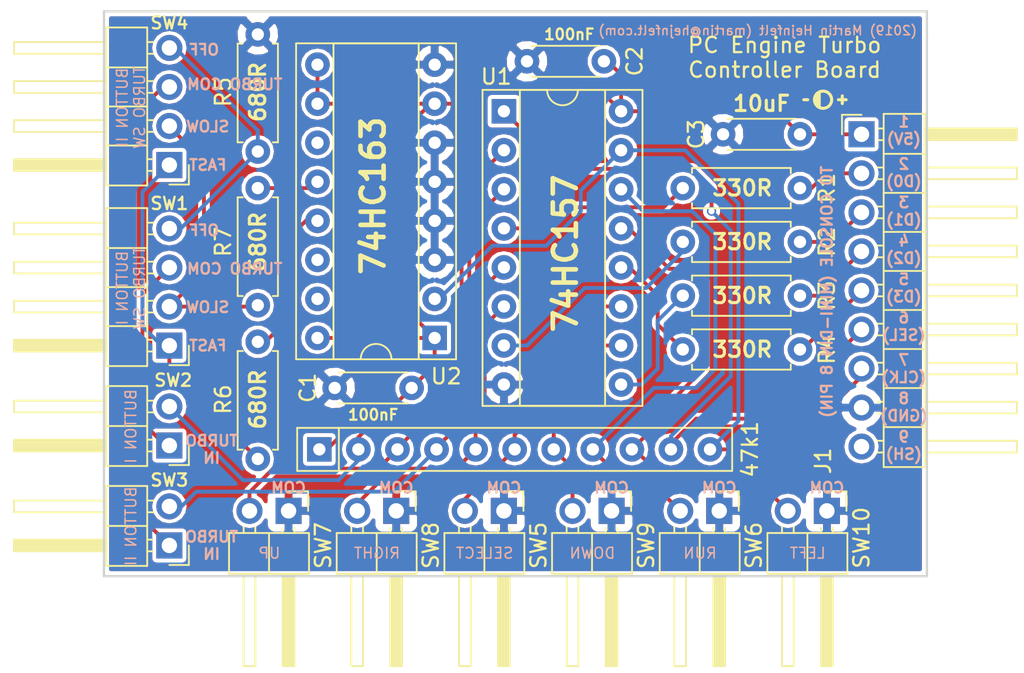
<source format=kicad_pcb>
(kicad_pcb (version 4) (host pcbnew 4.0.7-e2-6376~58~ubuntu16.04.1)

  (general
    (links 65)
    (no_connects 0)
    (area 149.674999 92.424999 203.325001 129.325001)
    (thickness 1.6)
    (drawings 61)
    (tracks 191)
    (zones 0)
    (modules 24)
    (nets 32)
  )

  (page A4)
  (layers
    (0 F.Cu signal)
    (31 B.Cu signal)
    (32 B.Adhes user)
    (33 F.Adhes user)
    (34 B.Paste user)
    (35 F.Paste user)
    (36 B.SilkS user)
    (37 F.SilkS user)
    (38 B.Mask user)
    (39 F.Mask user)
    (40 Dwgs.User user)
    (41 Cmts.User user)
    (42 Eco1.User user)
    (43 Eco2.User user)
    (44 Edge.Cuts user)
    (45 Margin user)
    (46 B.CrtYd user)
    (47 F.CrtYd user)
    (48 B.Fab user)
    (49 F.Fab user)
  )

  (setup
    (last_trace_width 0.25)
    (trace_clearance 0.2)
    (zone_clearance 0.254)
    (zone_45_only no)
    (trace_min 0.2)
    (segment_width 0.2)
    (edge_width 0.15)
    (via_size 0.6)
    (via_drill 0.4)
    (via_min_size 0.4)
    (via_min_drill 0.3)
    (uvia_size 0.3)
    (uvia_drill 0.1)
    (uvias_allowed no)
    (uvia_min_size 0.2)
    (uvia_min_drill 0.1)
    (pcb_text_width 0.3)
    (pcb_text_size 1.5 1.5)
    (mod_edge_width 0.15)
    (mod_text_size 1 1)
    (mod_text_width 0.15)
    (pad_size 1.524 1.524)
    (pad_drill 0.762)
    (pad_to_mask_clearance 0.2)
    (aux_axis_origin 0 0)
    (visible_elements FFFFFF7F)
    (pcbplotparams
      (layerselection 0x00030_80000001)
      (usegerberextensions false)
      (excludeedgelayer true)
      (linewidth 0.100000)
      (plotframeref false)
      (viasonmask false)
      (mode 1)
      (useauxorigin false)
      (hpglpennumber 1)
      (hpglpenspeed 20)
      (hpglpendiameter 15)
      (hpglpenoverlay 2)
      (psnegative false)
      (psa4output false)
      (plotreference true)
      (plotvalue true)
      (plotinvisibletext false)
      (padsonsilk false)
      (subtractmaskfromsilk false)
      (outputformat 1)
      (mirror false)
      (drillshape 1)
      (scaleselection 1)
      (outputdirectory ""))
  )

  (net 0 "")
  (net 1 VCC)
  (net 2 /SEL)
  (net 3 /CLK)
  (net 4 GND)
  (net 5 "Net-(R1-Pad2)")
  (net 6 "Net-(R2-Pad2)")
  (net 7 "Net-(R3-Pad2)")
  (net 8 "Net-(R4-Pad2)")
  (net 9 /OFF)
  (net 10 "Net-(R6-Pad1)")
  (net 11 /FAST)
  (net 12 "Net-(R7-Pad1)")
  (net 13 /SLOW)
  (net 14 "Net-(SW1-Pad3)")
  (net 15 "Net-(SW3-Pad1)")
  (net 16 /BUTTON_I)
  (net 17 /BUTTON_UP)
  (net 18 /BUTTON_II)
  (net 19 /BUTTON_RIGHT)
  (net 20 /BUTTON_SELECT)
  (net 21 /BUTTON_DOWN)
  (net 22 /BUTTON_RUN)
  (net 23 /BUTTON_LEFT)
  (net 24 /D0)
  (net 25 /D1)
  (net 26 /D2)
  (net 27 /D3)
  (net 28 "Net-(J1-Pad9)")
  (net 29 "Net-(U2-Pad11)")
  (net 30 "Net-(U2-Pad14)")
  (net 31 "Net-(U2-Pad15)")

  (net_class Default "This is the default net class."
    (clearance 0.2)
    (trace_width 0.25)
    (via_dia 0.6)
    (via_drill 0.4)
    (uvia_dia 0.3)
    (uvia_drill 0.1)
    (add_net /BUTTON_DOWN)
    (add_net /BUTTON_I)
    (add_net /BUTTON_II)
    (add_net /BUTTON_LEFT)
    (add_net /BUTTON_RIGHT)
    (add_net /BUTTON_RUN)
    (add_net /BUTTON_SELECT)
    (add_net /BUTTON_UP)
    (add_net /CLK)
    (add_net /D0)
    (add_net /D1)
    (add_net /D2)
    (add_net /D3)
    (add_net /FAST)
    (add_net /OFF)
    (add_net /SEL)
    (add_net /SLOW)
    (add_net GND)
    (add_net "Net-(J1-Pad9)")
    (add_net "Net-(R1-Pad2)")
    (add_net "Net-(R2-Pad2)")
    (add_net "Net-(R3-Pad2)")
    (add_net "Net-(R4-Pad2)")
    (add_net "Net-(R6-Pad1)")
    (add_net "Net-(R7-Pad1)")
    (add_net "Net-(SW1-Pad3)")
    (add_net "Net-(SW3-Pad1)")
    (add_net "Net-(U2-Pad11)")
    (add_net "Net-(U2-Pad14)")
    (add_net "Net-(U2-Pad15)")
    (add_net VCC)
  )

  (module Resistors_THT:R_Array_SIP11 (layer F.Cu) (tedit 5C38FB70) (tstamp 5C2D1FE2)
    (at 163.75 121)
    (descr "11-pin Resistor SIP pack")
    (tags R)
    (path /5C2CB2AB)
    (fp_text reference 47k1 (at 28 0 90) (layer F.SilkS)
      (effects (font (size 1 1) (thickness 0.15)))
    )
    (fp_text value R_Network10 (at 13.97 2.4) (layer F.Fab)
      (effects (font (size 1 1) (thickness 0.15)))
    )
    (fp_line (start -1.29 -1.25) (end -1.29 1.25) (layer F.Fab) (width 0.1))
    (fp_line (start -1.29 1.25) (end 26.69 1.25) (layer F.Fab) (width 0.1))
    (fp_line (start 26.69 1.25) (end 26.69 -1.25) (layer F.Fab) (width 0.1))
    (fp_line (start 26.69 -1.25) (end -1.29 -1.25) (layer F.Fab) (width 0.1))
    (fp_line (start 1.27 -1.25) (end 1.27 1.25) (layer F.Fab) (width 0.1))
    (fp_line (start -1.44 -1.4) (end -1.44 1.4) (layer F.SilkS) (width 0.12))
    (fp_line (start -1.44 1.4) (end 26.84 1.4) (layer F.SilkS) (width 0.12))
    (fp_line (start 26.84 1.4) (end 26.84 -1.4) (layer F.SilkS) (width 0.12))
    (fp_line (start 26.84 -1.4) (end -1.44 -1.4) (layer F.SilkS) (width 0.12))
    (fp_line (start 1.27 -1.4) (end 1.27 1.4) (layer F.SilkS) (width 0.12))
    (fp_line (start -1.7 -1.65) (end -1.7 1.65) (layer F.CrtYd) (width 0.05))
    (fp_line (start -1.7 1.65) (end 27.1 1.65) (layer F.CrtYd) (width 0.05))
    (fp_line (start 27.1 1.65) (end 27.1 -1.65) (layer F.CrtYd) (width 0.05))
    (fp_line (start 27.1 -1.65) (end -1.7 -1.65) (layer F.CrtYd) (width 0.05))
    (pad 1 thru_hole rect (at 0 0) (size 1.6 1.6) (drill 0.8) (layers *.Cu *.Mask)
      (net 1 VCC))
    (pad 2 thru_hole oval (at 2.54 0) (size 1.6 1.6) (drill 0.8) (layers *.Cu *.Mask)
      (net 16 /BUTTON_I))
    (pad 3 thru_hole oval (at 5.08 0) (size 1.6 1.6) (drill 0.8) (layers *.Cu *.Mask)
      (net 17 /BUTTON_UP))
    (pad 4 thru_hole oval (at 7.62 0) (size 1.6 1.6) (drill 0.8) (layers *.Cu *.Mask)
      (net 18 /BUTTON_II))
    (pad 5 thru_hole oval (at 10.16 0) (size 1.6 1.6) (drill 0.8) (layers *.Cu *.Mask)
      (net 19 /BUTTON_RIGHT))
    (pad 6 thru_hole oval (at 12.7 0) (size 1.6 1.6) (drill 0.8) (layers *.Cu *.Mask)
      (net 20 /BUTTON_SELECT))
    (pad 7 thru_hole oval (at 15.24 0) (size 1.6 1.6) (drill 0.8) (layers *.Cu *.Mask)
      (net 21 /BUTTON_DOWN))
    (pad 8 thru_hole oval (at 17.78 0) (size 1.6 1.6) (drill 0.8) (layers *.Cu *.Mask)
      (net 22 /BUTTON_RUN))
    (pad 9 thru_hole oval (at 20.32 0) (size 1.6 1.6) (drill 0.8) (layers *.Cu *.Mask)
      (net 23 /BUTTON_LEFT))
    (pad 10 thru_hole oval (at 22.86 0) (size 1.6 1.6) (drill 0.8) (layers *.Cu *.Mask)
      (net 2 /SEL))
    (pad 11 thru_hole oval (at 25.4 0) (size 1.6 1.6) (drill 0.8) (layers *.Cu *.Mask)
      (net 3 /CLK))
    (model ${KISYS3DMOD}/Resistors_THT.3dshapes/R_Array_SIP11.wrl
      (at (xyz 0 0 0))
      (scale (xyz 0.39 0.39 0.39))
      (rotate (xyz 0 0 0))
    )
  )

  (module Pin_Headers:Pin_Header_Angled_1x09_Pitch2.54mm (layer F.Cu) (tedit 5C38FB6B) (tstamp 5C37BBC8)
    (at 199 100.5)
    (descr "Through hole angled pin header, 1x09, 2.54mm pitch, 6mm pin length, single row")
    (tags "Through hole angled pin header THT 1x09 2.54mm single row")
    (path /5C2CBB47)
    (fp_text reference J1 (at -2.5 21.25 90) (layer F.SilkS)
      (effects (font (size 1 1) (thickness 0.15)))
    )
    (fp_text value Mini-DIN-8S (at 4.385 22.59) (layer F.Fab)
      (effects (font (size 1 1) (thickness 0.15)))
    )
    (fp_line (start 2.135 -1.27) (end 4.04 -1.27) (layer F.Fab) (width 0.1))
    (fp_line (start 4.04 -1.27) (end 4.04 21.59) (layer F.Fab) (width 0.1))
    (fp_line (start 4.04 21.59) (end 1.5 21.59) (layer F.Fab) (width 0.1))
    (fp_line (start 1.5 21.59) (end 1.5 -0.635) (layer F.Fab) (width 0.1))
    (fp_line (start 1.5 -0.635) (end 2.135 -1.27) (layer F.Fab) (width 0.1))
    (fp_line (start -0.32 -0.32) (end 1.5 -0.32) (layer F.Fab) (width 0.1))
    (fp_line (start -0.32 -0.32) (end -0.32 0.32) (layer F.Fab) (width 0.1))
    (fp_line (start -0.32 0.32) (end 1.5 0.32) (layer F.Fab) (width 0.1))
    (fp_line (start 4.04 -0.32) (end 10.04 -0.32) (layer F.Fab) (width 0.1))
    (fp_line (start 10.04 -0.32) (end 10.04 0.32) (layer F.Fab) (width 0.1))
    (fp_line (start 4.04 0.32) (end 10.04 0.32) (layer F.Fab) (width 0.1))
    (fp_line (start -0.32 2.22) (end 1.5 2.22) (layer F.Fab) (width 0.1))
    (fp_line (start -0.32 2.22) (end -0.32 2.86) (layer F.Fab) (width 0.1))
    (fp_line (start -0.32 2.86) (end 1.5 2.86) (layer F.Fab) (width 0.1))
    (fp_line (start 4.04 2.22) (end 10.04 2.22) (layer F.Fab) (width 0.1))
    (fp_line (start 10.04 2.22) (end 10.04 2.86) (layer F.Fab) (width 0.1))
    (fp_line (start 4.04 2.86) (end 10.04 2.86) (layer F.Fab) (width 0.1))
    (fp_line (start -0.32 4.76) (end 1.5 4.76) (layer F.Fab) (width 0.1))
    (fp_line (start -0.32 4.76) (end -0.32 5.4) (layer F.Fab) (width 0.1))
    (fp_line (start -0.32 5.4) (end 1.5 5.4) (layer F.Fab) (width 0.1))
    (fp_line (start 4.04 4.76) (end 10.04 4.76) (layer F.Fab) (width 0.1))
    (fp_line (start 10.04 4.76) (end 10.04 5.4) (layer F.Fab) (width 0.1))
    (fp_line (start 4.04 5.4) (end 10.04 5.4) (layer F.Fab) (width 0.1))
    (fp_line (start -0.32 7.3) (end 1.5 7.3) (layer F.Fab) (width 0.1))
    (fp_line (start -0.32 7.3) (end -0.32 7.94) (layer F.Fab) (width 0.1))
    (fp_line (start -0.32 7.94) (end 1.5 7.94) (layer F.Fab) (width 0.1))
    (fp_line (start 4.04 7.3) (end 10.04 7.3) (layer F.Fab) (width 0.1))
    (fp_line (start 10.04 7.3) (end 10.04 7.94) (layer F.Fab) (width 0.1))
    (fp_line (start 4.04 7.94) (end 10.04 7.94) (layer F.Fab) (width 0.1))
    (fp_line (start -0.32 9.84) (end 1.5 9.84) (layer F.Fab) (width 0.1))
    (fp_line (start -0.32 9.84) (end -0.32 10.48) (layer F.Fab) (width 0.1))
    (fp_line (start -0.32 10.48) (end 1.5 10.48) (layer F.Fab) (width 0.1))
    (fp_line (start 4.04 9.84) (end 10.04 9.84) (layer F.Fab) (width 0.1))
    (fp_line (start 10.04 9.84) (end 10.04 10.48) (layer F.Fab) (width 0.1))
    (fp_line (start 4.04 10.48) (end 10.04 10.48) (layer F.Fab) (width 0.1))
    (fp_line (start -0.32 12.38) (end 1.5 12.38) (layer F.Fab) (width 0.1))
    (fp_line (start -0.32 12.38) (end -0.32 13.02) (layer F.Fab) (width 0.1))
    (fp_line (start -0.32 13.02) (end 1.5 13.02) (layer F.Fab) (width 0.1))
    (fp_line (start 4.04 12.38) (end 10.04 12.38) (layer F.Fab) (width 0.1))
    (fp_line (start 10.04 12.38) (end 10.04 13.02) (layer F.Fab) (width 0.1))
    (fp_line (start 4.04 13.02) (end 10.04 13.02) (layer F.Fab) (width 0.1))
    (fp_line (start -0.32 14.92) (end 1.5 14.92) (layer F.Fab) (width 0.1))
    (fp_line (start -0.32 14.92) (end -0.32 15.56) (layer F.Fab) (width 0.1))
    (fp_line (start -0.32 15.56) (end 1.5 15.56) (layer F.Fab) (width 0.1))
    (fp_line (start 4.04 14.92) (end 10.04 14.92) (layer F.Fab) (width 0.1))
    (fp_line (start 10.04 14.92) (end 10.04 15.56) (layer F.Fab) (width 0.1))
    (fp_line (start 4.04 15.56) (end 10.04 15.56) (layer F.Fab) (width 0.1))
    (fp_line (start -0.32 17.46) (end 1.5 17.46) (layer F.Fab) (width 0.1))
    (fp_line (start -0.32 17.46) (end -0.32 18.1) (layer F.Fab) (width 0.1))
    (fp_line (start -0.32 18.1) (end 1.5 18.1) (layer F.Fab) (width 0.1))
    (fp_line (start 4.04 17.46) (end 10.04 17.46) (layer F.Fab) (width 0.1))
    (fp_line (start 10.04 17.46) (end 10.04 18.1) (layer F.Fab) (width 0.1))
    (fp_line (start 4.04 18.1) (end 10.04 18.1) (layer F.Fab) (width 0.1))
    (fp_line (start -0.32 20) (end 1.5 20) (layer F.Fab) (width 0.1))
    (fp_line (start -0.32 20) (end -0.32 20.64) (layer F.Fab) (width 0.1))
    (fp_line (start -0.32 20.64) (end 1.5 20.64) (layer F.Fab) (width 0.1))
    (fp_line (start 4.04 20) (end 10.04 20) (layer F.Fab) (width 0.1))
    (fp_line (start 10.04 20) (end 10.04 20.64) (layer F.Fab) (width 0.1))
    (fp_line (start 4.04 20.64) (end 10.04 20.64) (layer F.Fab) (width 0.1))
    (fp_line (start 1.44 -1.33) (end 1.44 21.65) (layer F.SilkS) (width 0.12))
    (fp_line (start 1.44 21.65) (end 4.1 21.65) (layer F.SilkS) (width 0.12))
    (fp_line (start 4.1 21.65) (end 4.1 -1.33) (layer F.SilkS) (width 0.12))
    (fp_line (start 4.1 -1.33) (end 1.44 -1.33) (layer F.SilkS) (width 0.12))
    (fp_line (start 4.1 -0.38) (end 10.1 -0.38) (layer F.SilkS) (width 0.12))
    (fp_line (start 10.1 -0.38) (end 10.1 0.38) (layer F.SilkS) (width 0.12))
    (fp_line (start 10.1 0.38) (end 4.1 0.38) (layer F.SilkS) (width 0.12))
    (fp_line (start 4.1 -0.32) (end 10.1 -0.32) (layer F.SilkS) (width 0.12))
    (fp_line (start 4.1 -0.2) (end 10.1 -0.2) (layer F.SilkS) (width 0.12))
    (fp_line (start 4.1 -0.08) (end 10.1 -0.08) (layer F.SilkS) (width 0.12))
    (fp_line (start 4.1 0.04) (end 10.1 0.04) (layer F.SilkS) (width 0.12))
    (fp_line (start 4.1 0.16) (end 10.1 0.16) (layer F.SilkS) (width 0.12))
    (fp_line (start 4.1 0.28) (end 10.1 0.28) (layer F.SilkS) (width 0.12))
    (fp_line (start 1.11 -0.38) (end 1.44 -0.38) (layer F.SilkS) (width 0.12))
    (fp_line (start 1.11 0.38) (end 1.44 0.38) (layer F.SilkS) (width 0.12))
    (fp_line (start 1.44 1.27) (end 4.1 1.27) (layer F.SilkS) (width 0.12))
    (fp_line (start 4.1 2.16) (end 10.1 2.16) (layer F.SilkS) (width 0.12))
    (fp_line (start 10.1 2.16) (end 10.1 2.92) (layer F.SilkS) (width 0.12))
    (fp_line (start 10.1 2.92) (end 4.1 2.92) (layer F.SilkS) (width 0.12))
    (fp_line (start 1.042929 2.16) (end 1.44 2.16) (layer F.SilkS) (width 0.12))
    (fp_line (start 1.042929 2.92) (end 1.44 2.92) (layer F.SilkS) (width 0.12))
    (fp_line (start 1.44 3.81) (end 4.1 3.81) (layer F.SilkS) (width 0.12))
    (fp_line (start 4.1 4.7) (end 10.1 4.7) (layer F.SilkS) (width 0.12))
    (fp_line (start 10.1 4.7) (end 10.1 5.46) (layer F.SilkS) (width 0.12))
    (fp_line (start 10.1 5.46) (end 4.1 5.46) (layer F.SilkS) (width 0.12))
    (fp_line (start 1.042929 4.7) (end 1.44 4.7) (layer F.SilkS) (width 0.12))
    (fp_line (start 1.042929 5.46) (end 1.44 5.46) (layer F.SilkS) (width 0.12))
    (fp_line (start 1.44 6.35) (end 4.1 6.35) (layer F.SilkS) (width 0.12))
    (fp_line (start 4.1 7.24) (end 10.1 7.24) (layer F.SilkS) (width 0.12))
    (fp_line (start 10.1 7.24) (end 10.1 8) (layer F.SilkS) (width 0.12))
    (fp_line (start 10.1 8) (end 4.1 8) (layer F.SilkS) (width 0.12))
    (fp_line (start 1.042929 7.24) (end 1.44 7.24) (layer F.SilkS) (width 0.12))
    (fp_line (start 1.042929 8) (end 1.44 8) (layer F.SilkS) (width 0.12))
    (fp_line (start 1.44 8.89) (end 4.1 8.89) (layer F.SilkS) (width 0.12))
    (fp_line (start 4.1 9.78) (end 10.1 9.78) (layer F.SilkS) (width 0.12))
    (fp_line (start 10.1 9.78) (end 10.1 10.54) (layer F.SilkS) (width 0.12))
    (fp_line (start 10.1 10.54) (end 4.1 10.54) (layer F.SilkS) (width 0.12))
    (fp_line (start 1.042929 9.78) (end 1.44 9.78) (layer F.SilkS) (width 0.12))
    (fp_line (start 1.042929 10.54) (end 1.44 10.54) (layer F.SilkS) (width 0.12))
    (fp_line (start 1.44 11.43) (end 4.1 11.43) (layer F.SilkS) (width 0.12))
    (fp_line (start 4.1 12.32) (end 10.1 12.32) (layer F.SilkS) (width 0.12))
    (fp_line (start 10.1 12.32) (end 10.1 13.08) (layer F.SilkS) (width 0.12))
    (fp_line (start 10.1 13.08) (end 4.1 13.08) (layer F.SilkS) (width 0.12))
    (fp_line (start 1.042929 12.32) (end 1.44 12.32) (layer F.SilkS) (width 0.12))
    (fp_line (start 1.042929 13.08) (end 1.44 13.08) (layer F.SilkS) (width 0.12))
    (fp_line (start 1.44 13.97) (end 4.1 13.97) (layer F.SilkS) (width 0.12))
    (fp_line (start 4.1 14.86) (end 10.1 14.86) (layer F.SilkS) (width 0.12))
    (fp_line (start 10.1 14.86) (end 10.1 15.62) (layer F.SilkS) (width 0.12))
    (fp_line (start 10.1 15.62) (end 4.1 15.62) (layer F.SilkS) (width 0.12))
    (fp_line (start 1.042929 14.86) (end 1.44 14.86) (layer F.SilkS) (width 0.12))
    (fp_line (start 1.042929 15.62) (end 1.44 15.62) (layer F.SilkS) (width 0.12))
    (fp_line (start 1.44 16.51) (end 4.1 16.51) (layer F.SilkS) (width 0.12))
    (fp_line (start 4.1 17.4) (end 10.1 17.4) (layer F.SilkS) (width 0.12))
    (fp_line (start 10.1 17.4) (end 10.1 18.16) (layer F.SilkS) (width 0.12))
    (fp_line (start 10.1 18.16) (end 4.1 18.16) (layer F.SilkS) (width 0.12))
    (fp_line (start 1.042929 17.4) (end 1.44 17.4) (layer F.SilkS) (width 0.12))
    (fp_line (start 1.042929 18.16) (end 1.44 18.16) (layer F.SilkS) (width 0.12))
    (fp_line (start 1.44 19.05) (end 4.1 19.05) (layer F.SilkS) (width 0.12))
    (fp_line (start 4.1 19.94) (end 10.1 19.94) (layer F.SilkS) (width 0.12))
    (fp_line (start 10.1 19.94) (end 10.1 20.7) (layer F.SilkS) (width 0.12))
    (fp_line (start 10.1 20.7) (end 4.1 20.7) (layer F.SilkS) (width 0.12))
    (fp_line (start 1.042929 19.94) (end 1.44 19.94) (layer F.SilkS) (width 0.12))
    (fp_line (start 1.042929 20.7) (end 1.44 20.7) (layer F.SilkS) (width 0.12))
    (fp_line (start -1.27 0) (end -1.27 -1.27) (layer F.SilkS) (width 0.12))
    (fp_line (start -1.27 -1.27) (end 0 -1.27) (layer F.SilkS) (width 0.12))
    (fp_line (start -1.8 -1.8) (end -1.8 22.1) (layer F.CrtYd) (width 0.05))
    (fp_line (start -1.8 22.1) (end 10.55 22.1) (layer F.CrtYd) (width 0.05))
    (fp_line (start 10.55 22.1) (end 10.55 -1.8) (layer F.CrtYd) (width 0.05))
    (fp_line (start 10.55 -1.8) (end -1.8 -1.8) (layer F.CrtYd) (width 0.05))
    (fp_text user %R (at 2.77 10.16 90) (layer F.Fab)
      (effects (font (size 1 1) (thickness 0.15)))
    )
    (pad 1 thru_hole rect (at 0 0) (size 1.7 1.7) (drill 1) (layers *.Cu *.Mask)
      (net 1 VCC))
    (pad 2 thru_hole oval (at 0 2.54) (size 1.7 1.7) (drill 1) (layers *.Cu *.Mask)
      (net 24 /D0))
    (pad 3 thru_hole oval (at 0 5.08) (size 1.7 1.7) (drill 1) (layers *.Cu *.Mask)
      (net 25 /D1))
    (pad 4 thru_hole oval (at 0 7.62) (size 1.7 1.7) (drill 1) (layers *.Cu *.Mask)
      (net 26 /D2))
    (pad 5 thru_hole oval (at 0 10.16) (size 1.7 1.7) (drill 1) (layers *.Cu *.Mask)
      (net 27 /D3))
    (pad 6 thru_hole oval (at 0 12.7) (size 1.7 1.7) (drill 1) (layers *.Cu *.Mask)
      (net 2 /SEL))
    (pad 7 thru_hole oval (at 0 15.24) (size 1.7 1.7) (drill 1) (layers *.Cu *.Mask)
      (net 3 /CLK))
    (pad 8 thru_hole oval (at 0 17.78) (size 1.7 1.7) (drill 1) (layers *.Cu *.Mask)
      (net 4 GND))
    (pad 9 thru_hole oval (at 0 20.32) (size 1.7 1.7) (drill 1) (layers *.Cu *.Mask)
      (net 28 "Net-(J1-Pad9)"))
    (model ${KISYS3DMOD}/Pin_Headers.3dshapes/Pin_Header_Angled_1x09_Pitch2.54mm.wrl
      (at (xyz 0 0 0))
      (scale (xyz 1 1 1))
      (rotate (xyz 0 0 0))
    )
  )

  (module Pin_Headers:Pin_Header_Angled_1x04_Pitch2.54mm (layer F.Cu) (tedit 5C3A0E18) (tstamp 5C37BBC9)
    (at 154 114.25 180)
    (descr "Through hole angled pin header, 1x04, 2.54mm pitch, 6mm pin length, single row")
    (tags "Through hole angled pin header THT 1x04 2.54mm single row")
    (path /5C2CB410)
    (fp_text reference SW1 (at 0 9.25 360) (layer F.SilkS)
      (effects (font (size 0.8 0.8) (thickness 0.15)))
    )
    (fp_text value BUTTON_I_TURBO (at 4.385 9.89 180) (layer F.Fab)
      (effects (font (size 1 1) (thickness 0.15)))
    )
    (fp_line (start 2.135 -1.27) (end 4.04 -1.27) (layer F.Fab) (width 0.1))
    (fp_line (start 4.04 -1.27) (end 4.04 8.89) (layer F.Fab) (width 0.1))
    (fp_line (start 4.04 8.89) (end 1.5 8.89) (layer F.Fab) (width 0.1))
    (fp_line (start 1.5 8.89) (end 1.5 -0.635) (layer F.Fab) (width 0.1))
    (fp_line (start 1.5 -0.635) (end 2.135 -1.27) (layer F.Fab) (width 0.1))
    (fp_line (start -0.32 -0.32) (end 1.5 -0.32) (layer F.Fab) (width 0.1))
    (fp_line (start -0.32 -0.32) (end -0.32 0.32) (layer F.Fab) (width 0.1))
    (fp_line (start -0.32 0.32) (end 1.5 0.32) (layer F.Fab) (width 0.1))
    (fp_line (start 4.04 -0.32) (end 10.04 -0.32) (layer F.Fab) (width 0.1))
    (fp_line (start 10.04 -0.32) (end 10.04 0.32) (layer F.Fab) (width 0.1))
    (fp_line (start 4.04 0.32) (end 10.04 0.32) (layer F.Fab) (width 0.1))
    (fp_line (start -0.32 2.22) (end 1.5 2.22) (layer F.Fab) (width 0.1))
    (fp_line (start -0.32 2.22) (end -0.32 2.86) (layer F.Fab) (width 0.1))
    (fp_line (start -0.32 2.86) (end 1.5 2.86) (layer F.Fab) (width 0.1))
    (fp_line (start 4.04 2.22) (end 10.04 2.22) (layer F.Fab) (width 0.1))
    (fp_line (start 10.04 2.22) (end 10.04 2.86) (layer F.Fab) (width 0.1))
    (fp_line (start 4.04 2.86) (end 10.04 2.86) (layer F.Fab) (width 0.1))
    (fp_line (start -0.32 4.76) (end 1.5 4.76) (layer F.Fab) (width 0.1))
    (fp_line (start -0.32 4.76) (end -0.32 5.4) (layer F.Fab) (width 0.1))
    (fp_line (start -0.32 5.4) (end 1.5 5.4) (layer F.Fab) (width 0.1))
    (fp_line (start 4.04 4.76) (end 10.04 4.76) (layer F.Fab) (width 0.1))
    (fp_line (start 10.04 4.76) (end 10.04 5.4) (layer F.Fab) (width 0.1))
    (fp_line (start 4.04 5.4) (end 10.04 5.4) (layer F.Fab) (width 0.1))
    (fp_line (start -0.32 7.3) (end 1.5 7.3) (layer F.Fab) (width 0.1))
    (fp_line (start -0.32 7.3) (end -0.32 7.94) (layer F.Fab) (width 0.1))
    (fp_line (start -0.32 7.94) (end 1.5 7.94) (layer F.Fab) (width 0.1))
    (fp_line (start 4.04 7.3) (end 10.04 7.3) (layer F.Fab) (width 0.1))
    (fp_line (start 10.04 7.3) (end 10.04 7.94) (layer F.Fab) (width 0.1))
    (fp_line (start 4.04 7.94) (end 10.04 7.94) (layer F.Fab) (width 0.1))
    (fp_line (start 1.44 -1.33) (end 1.44 8.95) (layer F.SilkS) (width 0.12))
    (fp_line (start 1.44 8.95) (end 4.1 8.95) (layer F.SilkS) (width 0.12))
    (fp_line (start 4.1 8.95) (end 4.1 -1.33) (layer F.SilkS) (width 0.12))
    (fp_line (start 4.1 -1.33) (end 1.44 -1.33) (layer F.SilkS) (width 0.12))
    (fp_line (start 4.1 -0.38) (end 10.1 -0.38) (layer F.SilkS) (width 0.12))
    (fp_line (start 10.1 -0.38) (end 10.1 0.38) (layer F.SilkS) (width 0.12))
    (fp_line (start 10.1 0.38) (end 4.1 0.38) (layer F.SilkS) (width 0.12))
    (fp_line (start 4.1 -0.32) (end 10.1 -0.32) (layer F.SilkS) (width 0.12))
    (fp_line (start 4.1 -0.2) (end 10.1 -0.2) (layer F.SilkS) (width 0.12))
    (fp_line (start 4.1 -0.08) (end 10.1 -0.08) (layer F.SilkS) (width 0.12))
    (fp_line (start 4.1 0.04) (end 10.1 0.04) (layer F.SilkS) (width 0.12))
    (fp_line (start 4.1 0.16) (end 10.1 0.16) (layer F.SilkS) (width 0.12))
    (fp_line (start 4.1 0.28) (end 10.1 0.28) (layer F.SilkS) (width 0.12))
    (fp_line (start 1.11 -0.38) (end 1.44 -0.38) (layer F.SilkS) (width 0.12))
    (fp_line (start 1.11 0.38) (end 1.44 0.38) (layer F.SilkS) (width 0.12))
    (fp_line (start 1.44 1.27) (end 4.1 1.27) (layer F.SilkS) (width 0.12))
    (fp_line (start 4.1 2.16) (end 10.1 2.16) (layer F.SilkS) (width 0.12))
    (fp_line (start 10.1 2.16) (end 10.1 2.92) (layer F.SilkS) (width 0.12))
    (fp_line (start 10.1 2.92) (end 4.1 2.92) (layer F.SilkS) (width 0.12))
    (fp_line (start 1.042929 2.16) (end 1.44 2.16) (layer F.SilkS) (width 0.12))
    (fp_line (start 1.042929 2.92) (end 1.44 2.92) (layer F.SilkS) (width 0.12))
    (fp_line (start 1.44 3.81) (end 4.1 3.81) (layer F.SilkS) (width 0.12))
    (fp_line (start 4.1 4.7) (end 10.1 4.7) (layer F.SilkS) (width 0.12))
    (fp_line (start 10.1 4.7) (end 10.1 5.46) (layer F.SilkS) (width 0.12))
    (fp_line (start 10.1 5.46) (end 4.1 5.46) (layer F.SilkS) (width 0.12))
    (fp_line (start 1.042929 4.7) (end 1.44 4.7) (layer F.SilkS) (width 0.12))
    (fp_line (start 1.042929 5.46) (end 1.44 5.46) (layer F.SilkS) (width 0.12))
    (fp_line (start 1.44 6.35) (end 4.1 6.35) (layer F.SilkS) (width 0.12))
    (fp_line (start 4.1 7.24) (end 10.1 7.24) (layer F.SilkS) (width 0.12))
    (fp_line (start 10.1 7.24) (end 10.1 8) (layer F.SilkS) (width 0.12))
    (fp_line (start 10.1 8) (end 4.1 8) (layer F.SilkS) (width 0.12))
    (fp_line (start 1.042929 7.24) (end 1.44 7.24) (layer F.SilkS) (width 0.12))
    (fp_line (start 1.042929 8) (end 1.44 8) (layer F.SilkS) (width 0.12))
    (fp_line (start -1.27 0) (end -1.27 -1.27) (layer F.SilkS) (width 0.12))
    (fp_line (start -1.27 -1.27) (end 0 -1.27) (layer F.SilkS) (width 0.12))
    (fp_line (start -1.8 -1.8) (end -1.8 9.4) (layer F.CrtYd) (width 0.05))
    (fp_line (start -1.8 9.4) (end 10.55 9.4) (layer F.CrtYd) (width 0.05))
    (fp_line (start 10.55 9.4) (end 10.55 -1.8) (layer F.CrtYd) (width 0.05))
    (fp_line (start 10.55 -1.8) (end -1.8 -1.8) (layer F.CrtYd) (width 0.05))
    (fp_text user %R (at 2.77 3.81 270) (layer F.Fab)
      (effects (font (size 1 1) (thickness 0.15)))
    )
    (pad 1 thru_hole rect (at 0 0 180) (size 1.7 1.7) (drill 1) (layers *.Cu *.Mask)
      (net 11 /FAST))
    (pad 2 thru_hole oval (at 0 2.54 180) (size 1.7 1.7) (drill 1) (layers *.Cu *.Mask)
      (net 13 /SLOW))
    (pad 3 thru_hole oval (at 0 5.08 180) (size 1.7 1.7) (drill 1) (layers *.Cu *.Mask)
      (net 14 "Net-(SW1-Pad3)"))
    (pad 4 thru_hole oval (at 0 7.62 180) (size 1.7 1.7) (drill 1) (layers *.Cu *.Mask)
      (net 9 /OFF))
    (model ${KISYS3DMOD}/Pin_Headers.3dshapes/Pin_Header_Angled_1x04_Pitch2.54mm.wrl
      (at (xyz 0 0 0))
      (scale (xyz 1 1 1))
      (rotate (xyz 0 0 0))
    )
  )

  (module Pin_Headers:Pin_Header_Angled_1x02_Pitch2.54mm (layer F.Cu) (tedit 5C3A6217) (tstamp 5C37BBD0)
    (at 154 120.75 180)
    (descr "Through hole angled pin header, 1x02, 2.54mm pitch, 6mm pin length, single row")
    (tags "Through hole angled pin header THT 1x02 2.54mm single row")
    (path /5C2CBC5D)
    (fp_text reference SW2 (at -0.25 4.25 180) (layer F.SilkS)
      (effects (font (size 0.8 0.8) (thickness 0.15)))
    )
    (fp_text value BUTTON_I (at 4.385 4.81 180) (layer F.Fab)
      (effects (font (size 1 1) (thickness 0.15)))
    )
    (fp_line (start 2.135 -1.27) (end 4.04 -1.27) (layer F.Fab) (width 0.1))
    (fp_line (start 4.04 -1.27) (end 4.04 3.81) (layer F.Fab) (width 0.1))
    (fp_line (start 4.04 3.81) (end 1.5 3.81) (layer F.Fab) (width 0.1))
    (fp_line (start 1.5 3.81) (end 1.5 -0.635) (layer F.Fab) (width 0.1))
    (fp_line (start 1.5 -0.635) (end 2.135 -1.27) (layer F.Fab) (width 0.1))
    (fp_line (start -0.32 -0.32) (end 1.5 -0.32) (layer F.Fab) (width 0.1))
    (fp_line (start -0.32 -0.32) (end -0.32 0.32) (layer F.Fab) (width 0.1))
    (fp_line (start -0.32 0.32) (end 1.5 0.32) (layer F.Fab) (width 0.1))
    (fp_line (start 4.04 -0.32) (end 10.04 -0.32) (layer F.Fab) (width 0.1))
    (fp_line (start 10.04 -0.32) (end 10.04 0.32) (layer F.Fab) (width 0.1))
    (fp_line (start 4.04 0.32) (end 10.04 0.32) (layer F.Fab) (width 0.1))
    (fp_line (start -0.32 2.22) (end 1.5 2.22) (layer F.Fab) (width 0.1))
    (fp_line (start -0.32 2.22) (end -0.32 2.86) (layer F.Fab) (width 0.1))
    (fp_line (start -0.32 2.86) (end 1.5 2.86) (layer F.Fab) (width 0.1))
    (fp_line (start 4.04 2.22) (end 10.04 2.22) (layer F.Fab) (width 0.1))
    (fp_line (start 10.04 2.22) (end 10.04 2.86) (layer F.Fab) (width 0.1))
    (fp_line (start 4.04 2.86) (end 10.04 2.86) (layer F.Fab) (width 0.1))
    (fp_line (start 1.44 -1.33) (end 1.44 3.87) (layer F.SilkS) (width 0.12))
    (fp_line (start 1.44 3.87) (end 4.1 3.87) (layer F.SilkS) (width 0.12))
    (fp_line (start 4.1 3.87) (end 4.1 -1.33) (layer F.SilkS) (width 0.12))
    (fp_line (start 4.1 -1.33) (end 1.44 -1.33) (layer F.SilkS) (width 0.12))
    (fp_line (start 4.1 -0.38) (end 10.1 -0.38) (layer F.SilkS) (width 0.12))
    (fp_line (start 10.1 -0.38) (end 10.1 0.38) (layer F.SilkS) (width 0.12))
    (fp_line (start 10.1 0.38) (end 4.1 0.38) (layer F.SilkS) (width 0.12))
    (fp_line (start 4.1 -0.32) (end 10.1 -0.32) (layer F.SilkS) (width 0.12))
    (fp_line (start 4.1 -0.2) (end 10.1 -0.2) (layer F.SilkS) (width 0.12))
    (fp_line (start 4.1 -0.08) (end 10.1 -0.08) (layer F.SilkS) (width 0.12))
    (fp_line (start 4.1 0.04) (end 10.1 0.04) (layer F.SilkS) (width 0.12))
    (fp_line (start 4.1 0.16) (end 10.1 0.16) (layer F.SilkS) (width 0.12))
    (fp_line (start 4.1 0.28) (end 10.1 0.28) (layer F.SilkS) (width 0.12))
    (fp_line (start 1.11 -0.38) (end 1.44 -0.38) (layer F.SilkS) (width 0.12))
    (fp_line (start 1.11 0.38) (end 1.44 0.38) (layer F.SilkS) (width 0.12))
    (fp_line (start 1.44 1.27) (end 4.1 1.27) (layer F.SilkS) (width 0.12))
    (fp_line (start 4.1 2.16) (end 10.1 2.16) (layer F.SilkS) (width 0.12))
    (fp_line (start 10.1 2.16) (end 10.1 2.92) (layer F.SilkS) (width 0.12))
    (fp_line (start 10.1 2.92) (end 4.1 2.92) (layer F.SilkS) (width 0.12))
    (fp_line (start 1.042929 2.16) (end 1.44 2.16) (layer F.SilkS) (width 0.12))
    (fp_line (start 1.042929 2.92) (end 1.44 2.92) (layer F.SilkS) (width 0.12))
    (fp_line (start -1.27 0) (end -1.27 -1.27) (layer F.SilkS) (width 0.12))
    (fp_line (start -1.27 -1.27) (end 0 -1.27) (layer F.SilkS) (width 0.12))
    (fp_line (start -1.8 -1.8) (end -1.8 4.35) (layer F.CrtYd) (width 0.05))
    (fp_line (start -1.8 4.35) (end 10.55 4.35) (layer F.CrtYd) (width 0.05))
    (fp_line (start 10.55 4.35) (end 10.55 -1.8) (layer F.CrtYd) (width 0.05))
    (fp_line (start 10.55 -1.8) (end -1.8 -1.8) (layer F.CrtYd) (width 0.05))
    (fp_text user %R (at 2.77 1.27 270) (layer F.Fab)
      (effects (font (size 1 1) (thickness 0.15)))
    )
    (pad 1 thru_hole rect (at 0 0 180) (size 1.7 1.7) (drill 1) (layers *.Cu *.Mask)
      (net 14 "Net-(SW1-Pad3)"))
    (pad 2 thru_hole oval (at 0 2.54 180) (size 1.7 1.7) (drill 1) (layers *.Cu *.Mask)
      (net 16 /BUTTON_I))
    (model ${KISYS3DMOD}/Pin_Headers.3dshapes/Pin_Header_Angled_1x02_Pitch2.54mm.wrl
      (at (xyz 0 0 0))
      (scale (xyz 1 1 1))
      (rotate (xyz 0 0 0))
    )
  )

  (module Pin_Headers:Pin_Header_Angled_1x02_Pitch2.54mm (layer F.Cu) (tedit 5C3A622E) (tstamp 5C37BBD5)
    (at 154 127.25 180)
    (descr "Through hole angled pin header, 1x02, 2.54mm pitch, 6mm pin length, single row")
    (tags "Through hole angled pin header THT 1x02 2.54mm single row")
    (path /5C2CBCE3)
    (fp_text reference SW3 (at 0 4.25 180) (layer F.SilkS)
      (effects (font (size 0.8 0.8) (thickness 0.15)))
    )
    (fp_text value BUTTON_II (at 4.385 4.81 180) (layer F.Fab)
      (effects (font (size 1 1) (thickness 0.15)))
    )
    (fp_line (start 2.135 -1.27) (end 4.04 -1.27) (layer F.Fab) (width 0.1))
    (fp_line (start 4.04 -1.27) (end 4.04 3.81) (layer F.Fab) (width 0.1))
    (fp_line (start 4.04 3.81) (end 1.5 3.81) (layer F.Fab) (width 0.1))
    (fp_line (start 1.5 3.81) (end 1.5 -0.635) (layer F.Fab) (width 0.1))
    (fp_line (start 1.5 -0.635) (end 2.135 -1.27) (layer F.Fab) (width 0.1))
    (fp_line (start -0.32 -0.32) (end 1.5 -0.32) (layer F.Fab) (width 0.1))
    (fp_line (start -0.32 -0.32) (end -0.32 0.32) (layer F.Fab) (width 0.1))
    (fp_line (start -0.32 0.32) (end 1.5 0.32) (layer F.Fab) (width 0.1))
    (fp_line (start 4.04 -0.32) (end 10.04 -0.32) (layer F.Fab) (width 0.1))
    (fp_line (start 10.04 -0.32) (end 10.04 0.32) (layer F.Fab) (width 0.1))
    (fp_line (start 4.04 0.32) (end 10.04 0.32) (layer F.Fab) (width 0.1))
    (fp_line (start -0.32 2.22) (end 1.5 2.22) (layer F.Fab) (width 0.1))
    (fp_line (start -0.32 2.22) (end -0.32 2.86) (layer F.Fab) (width 0.1))
    (fp_line (start -0.32 2.86) (end 1.5 2.86) (layer F.Fab) (width 0.1))
    (fp_line (start 4.04 2.22) (end 10.04 2.22) (layer F.Fab) (width 0.1))
    (fp_line (start 10.04 2.22) (end 10.04 2.86) (layer F.Fab) (width 0.1))
    (fp_line (start 4.04 2.86) (end 10.04 2.86) (layer F.Fab) (width 0.1))
    (fp_line (start 1.44 -1.33) (end 1.44 3.87) (layer F.SilkS) (width 0.12))
    (fp_line (start 1.44 3.87) (end 4.1 3.87) (layer F.SilkS) (width 0.12))
    (fp_line (start 4.1 3.87) (end 4.1 -1.33) (layer F.SilkS) (width 0.12))
    (fp_line (start 4.1 -1.33) (end 1.44 -1.33) (layer F.SilkS) (width 0.12))
    (fp_line (start 4.1 -0.38) (end 10.1 -0.38) (layer F.SilkS) (width 0.12))
    (fp_line (start 10.1 -0.38) (end 10.1 0.38) (layer F.SilkS) (width 0.12))
    (fp_line (start 10.1 0.38) (end 4.1 0.38) (layer F.SilkS) (width 0.12))
    (fp_line (start 4.1 -0.32) (end 10.1 -0.32) (layer F.SilkS) (width 0.12))
    (fp_line (start 4.1 -0.2) (end 10.1 -0.2) (layer F.SilkS) (width 0.12))
    (fp_line (start 4.1 -0.08) (end 10.1 -0.08) (layer F.SilkS) (width 0.12))
    (fp_line (start 4.1 0.04) (end 10.1 0.04) (layer F.SilkS) (width 0.12))
    (fp_line (start 4.1 0.16) (end 10.1 0.16) (layer F.SilkS) (width 0.12))
    (fp_line (start 4.1 0.28) (end 10.1 0.28) (layer F.SilkS) (width 0.12))
    (fp_line (start 1.11 -0.38) (end 1.44 -0.38) (layer F.SilkS) (width 0.12))
    (fp_line (start 1.11 0.38) (end 1.44 0.38) (layer F.SilkS) (width 0.12))
    (fp_line (start 1.44 1.27) (end 4.1 1.27) (layer F.SilkS) (width 0.12))
    (fp_line (start 4.1 2.16) (end 10.1 2.16) (layer F.SilkS) (width 0.12))
    (fp_line (start 10.1 2.16) (end 10.1 2.92) (layer F.SilkS) (width 0.12))
    (fp_line (start 10.1 2.92) (end 4.1 2.92) (layer F.SilkS) (width 0.12))
    (fp_line (start 1.042929 2.16) (end 1.44 2.16) (layer F.SilkS) (width 0.12))
    (fp_line (start 1.042929 2.92) (end 1.44 2.92) (layer F.SilkS) (width 0.12))
    (fp_line (start -1.27 0) (end -1.27 -1.27) (layer F.SilkS) (width 0.12))
    (fp_line (start -1.27 -1.27) (end 0 -1.27) (layer F.SilkS) (width 0.12))
    (fp_line (start -1.8 -1.8) (end -1.8 4.35) (layer F.CrtYd) (width 0.05))
    (fp_line (start -1.8 4.35) (end 10.55 4.35) (layer F.CrtYd) (width 0.05))
    (fp_line (start 10.55 4.35) (end 10.55 -1.8) (layer F.CrtYd) (width 0.05))
    (fp_line (start 10.55 -1.8) (end -1.8 -1.8) (layer F.CrtYd) (width 0.05))
    (fp_text user %R (at 2.77 1.27 270) (layer F.Fab)
      (effects (font (size 1 1) (thickness 0.15)))
    )
    (pad 1 thru_hole rect (at 0 0 180) (size 1.7 1.7) (drill 1) (layers *.Cu *.Mask)
      (net 15 "Net-(SW3-Pad1)"))
    (pad 2 thru_hole oval (at 0 2.54 180) (size 1.7 1.7) (drill 1) (layers *.Cu *.Mask)
      (net 18 /BUTTON_II))
    (model ${KISYS3DMOD}/Pin_Headers.3dshapes/Pin_Header_Angled_1x02_Pitch2.54mm.wrl
      (at (xyz 0 0 0))
      (scale (xyz 1 1 1))
      (rotate (xyz 0 0 0))
    )
  )

  (module Pin_Headers:Pin_Header_Angled_1x04_Pitch2.54mm (layer F.Cu) (tedit 5C3A61F5) (tstamp 5C37BBDA)
    (at 154 102.5 180)
    (descr "Through hole angled pin header, 1x04, 2.54mm pitch, 6mm pin length, single row")
    (tags "Through hole angled pin header THT 1x04 2.54mm single row")
    (path /5C2CB440)
    (fp_text reference SW4 (at 0 9.25 360) (layer F.SilkS)
      (effects (font (size 0.8 0.8) (thickness 0.15)))
    )
    (fp_text value BUTTON_II_TURBO (at 4.385 9.89 180) (layer F.Fab)
      (effects (font (size 1 1) (thickness 0.15)))
    )
    (fp_line (start 2.135 -1.27) (end 4.04 -1.27) (layer F.Fab) (width 0.1))
    (fp_line (start 4.04 -1.27) (end 4.04 8.89) (layer F.Fab) (width 0.1))
    (fp_line (start 4.04 8.89) (end 1.5 8.89) (layer F.Fab) (width 0.1))
    (fp_line (start 1.5 8.89) (end 1.5 -0.635) (layer F.Fab) (width 0.1))
    (fp_line (start 1.5 -0.635) (end 2.135 -1.27) (layer F.Fab) (width 0.1))
    (fp_line (start -0.32 -0.32) (end 1.5 -0.32) (layer F.Fab) (width 0.1))
    (fp_line (start -0.32 -0.32) (end -0.32 0.32) (layer F.Fab) (width 0.1))
    (fp_line (start -0.32 0.32) (end 1.5 0.32) (layer F.Fab) (width 0.1))
    (fp_line (start 4.04 -0.32) (end 10.04 -0.32) (layer F.Fab) (width 0.1))
    (fp_line (start 10.04 -0.32) (end 10.04 0.32) (layer F.Fab) (width 0.1))
    (fp_line (start 4.04 0.32) (end 10.04 0.32) (layer F.Fab) (width 0.1))
    (fp_line (start -0.32 2.22) (end 1.5 2.22) (layer F.Fab) (width 0.1))
    (fp_line (start -0.32 2.22) (end -0.32 2.86) (layer F.Fab) (width 0.1))
    (fp_line (start -0.32 2.86) (end 1.5 2.86) (layer F.Fab) (width 0.1))
    (fp_line (start 4.04 2.22) (end 10.04 2.22) (layer F.Fab) (width 0.1))
    (fp_line (start 10.04 2.22) (end 10.04 2.86) (layer F.Fab) (width 0.1))
    (fp_line (start 4.04 2.86) (end 10.04 2.86) (layer F.Fab) (width 0.1))
    (fp_line (start -0.32 4.76) (end 1.5 4.76) (layer F.Fab) (width 0.1))
    (fp_line (start -0.32 4.76) (end -0.32 5.4) (layer F.Fab) (width 0.1))
    (fp_line (start -0.32 5.4) (end 1.5 5.4) (layer F.Fab) (width 0.1))
    (fp_line (start 4.04 4.76) (end 10.04 4.76) (layer F.Fab) (width 0.1))
    (fp_line (start 10.04 4.76) (end 10.04 5.4) (layer F.Fab) (width 0.1))
    (fp_line (start 4.04 5.4) (end 10.04 5.4) (layer F.Fab) (width 0.1))
    (fp_line (start -0.32 7.3) (end 1.5 7.3) (layer F.Fab) (width 0.1))
    (fp_line (start -0.32 7.3) (end -0.32 7.94) (layer F.Fab) (width 0.1))
    (fp_line (start -0.32 7.94) (end 1.5 7.94) (layer F.Fab) (width 0.1))
    (fp_line (start 4.04 7.3) (end 10.04 7.3) (layer F.Fab) (width 0.1))
    (fp_line (start 10.04 7.3) (end 10.04 7.94) (layer F.Fab) (width 0.1))
    (fp_line (start 4.04 7.94) (end 10.04 7.94) (layer F.Fab) (width 0.1))
    (fp_line (start 1.44 -1.33) (end 1.44 8.95) (layer F.SilkS) (width 0.12))
    (fp_line (start 1.44 8.95) (end 4.1 8.95) (layer F.SilkS) (width 0.12))
    (fp_line (start 4.1 8.95) (end 4.1 -1.33) (layer F.SilkS) (width 0.12))
    (fp_line (start 4.1 -1.33) (end 1.44 -1.33) (layer F.SilkS) (width 0.12))
    (fp_line (start 4.1 -0.38) (end 10.1 -0.38) (layer F.SilkS) (width 0.12))
    (fp_line (start 10.1 -0.38) (end 10.1 0.38) (layer F.SilkS) (width 0.12))
    (fp_line (start 10.1 0.38) (end 4.1 0.38) (layer F.SilkS) (width 0.12))
    (fp_line (start 4.1 -0.32) (end 10.1 -0.32) (layer F.SilkS) (width 0.12))
    (fp_line (start 4.1 -0.2) (end 10.1 -0.2) (layer F.SilkS) (width 0.12))
    (fp_line (start 4.1 -0.08) (end 10.1 -0.08) (layer F.SilkS) (width 0.12))
    (fp_line (start 4.1 0.04) (end 10.1 0.04) (layer F.SilkS) (width 0.12))
    (fp_line (start 4.1 0.16) (end 10.1 0.16) (layer F.SilkS) (width 0.12))
    (fp_line (start 4.1 0.28) (end 10.1 0.28) (layer F.SilkS) (width 0.12))
    (fp_line (start 1.11 -0.38) (end 1.44 -0.38) (layer F.SilkS) (width 0.12))
    (fp_line (start 1.11 0.38) (end 1.44 0.38) (layer F.SilkS) (width 0.12))
    (fp_line (start 1.44 1.27) (end 4.1 1.27) (layer F.SilkS) (width 0.12))
    (fp_line (start 4.1 2.16) (end 10.1 2.16) (layer F.SilkS) (width 0.12))
    (fp_line (start 10.1 2.16) (end 10.1 2.92) (layer F.SilkS) (width 0.12))
    (fp_line (start 10.1 2.92) (end 4.1 2.92) (layer F.SilkS) (width 0.12))
    (fp_line (start 1.042929 2.16) (end 1.44 2.16) (layer F.SilkS) (width 0.12))
    (fp_line (start 1.042929 2.92) (end 1.44 2.92) (layer F.SilkS) (width 0.12))
    (fp_line (start 1.44 3.81) (end 4.1 3.81) (layer F.SilkS) (width 0.12))
    (fp_line (start 4.1 4.7) (end 10.1 4.7) (layer F.SilkS) (width 0.12))
    (fp_line (start 10.1 4.7) (end 10.1 5.46) (layer F.SilkS) (width 0.12))
    (fp_line (start 10.1 5.46) (end 4.1 5.46) (layer F.SilkS) (width 0.12))
    (fp_line (start 1.042929 4.7) (end 1.44 4.7) (layer F.SilkS) (width 0.12))
    (fp_line (start 1.042929 5.46) (end 1.44 5.46) (layer F.SilkS) (width 0.12))
    (fp_line (start 1.44 6.35) (end 4.1 6.35) (layer F.SilkS) (width 0.12))
    (fp_line (start 4.1 7.24) (end 10.1 7.24) (layer F.SilkS) (width 0.12))
    (fp_line (start 10.1 7.24) (end 10.1 8) (layer F.SilkS) (width 0.12))
    (fp_line (start 10.1 8) (end 4.1 8) (layer F.SilkS) (width 0.12))
    (fp_line (start 1.042929 7.24) (end 1.44 7.24) (layer F.SilkS) (width 0.12))
    (fp_line (start 1.042929 8) (end 1.44 8) (layer F.SilkS) (width 0.12))
    (fp_line (start -1.27 0) (end -1.27 -1.27) (layer F.SilkS) (width 0.12))
    (fp_line (start -1.27 -1.27) (end 0 -1.27) (layer F.SilkS) (width 0.12))
    (fp_line (start -1.8 -1.8) (end -1.8 9.4) (layer F.CrtYd) (width 0.05))
    (fp_line (start -1.8 9.4) (end 10.55 9.4) (layer F.CrtYd) (width 0.05))
    (fp_line (start 10.55 9.4) (end 10.55 -1.8) (layer F.CrtYd) (width 0.05))
    (fp_line (start 10.55 -1.8) (end -1.8 -1.8) (layer F.CrtYd) (width 0.05))
    (fp_text user %R (at 2.77 3.81 270) (layer F.Fab)
      (effects (font (size 1 1) (thickness 0.15)))
    )
    (pad 1 thru_hole rect (at 0 0 180) (size 1.7 1.7) (drill 1) (layers *.Cu *.Mask)
      (net 11 /FAST))
    (pad 2 thru_hole oval (at 0 2.54 180) (size 1.7 1.7) (drill 1) (layers *.Cu *.Mask)
      (net 13 /SLOW))
    (pad 3 thru_hole oval (at 0 5.08 180) (size 1.7 1.7) (drill 1) (layers *.Cu *.Mask)
      (net 15 "Net-(SW3-Pad1)"))
    (pad 4 thru_hole oval (at 0 7.62 180) (size 1.7 1.7) (drill 1) (layers *.Cu *.Mask)
      (net 9 /OFF))
    (model ${KISYS3DMOD}/Pin_Headers.3dshapes/Pin_Header_Angled_1x04_Pitch2.54mm.wrl
      (at (xyz 0 0 0))
      (scale (xyz 1 1 1))
      (rotate (xyz 0 0 0))
    )
  )

  (module Pin_Headers:Pin_Header_Angled_1x02_Pitch2.54mm (layer F.Cu) (tedit 5C38FB4D) (tstamp 5C37BBE1)
    (at 175.75 125 270)
    (descr "Through hole angled pin header, 1x02, 2.54mm pitch, 6mm pin length, single row")
    (tags "Through hole angled pin header THT 1x02 2.54mm single row")
    (path /5C2CBFBE)
    (fp_text reference SW5 (at 2.25 -2.25 270) (layer F.SilkS)
      (effects (font (size 1 1) (thickness 0.15)))
    )
    (fp_text value BUTTON_SELECT (at 4.385 4.81 270) (layer F.Fab)
      (effects (font (size 1 1) (thickness 0.15)))
    )
    (fp_line (start 2.135 -1.27) (end 4.04 -1.27) (layer F.Fab) (width 0.1))
    (fp_line (start 4.04 -1.27) (end 4.04 3.81) (layer F.Fab) (width 0.1))
    (fp_line (start 4.04 3.81) (end 1.5 3.81) (layer F.Fab) (width 0.1))
    (fp_line (start 1.5 3.81) (end 1.5 -0.635) (layer F.Fab) (width 0.1))
    (fp_line (start 1.5 -0.635) (end 2.135 -1.27) (layer F.Fab) (width 0.1))
    (fp_line (start -0.32 -0.32) (end 1.5 -0.32) (layer F.Fab) (width 0.1))
    (fp_line (start -0.32 -0.32) (end -0.32 0.32) (layer F.Fab) (width 0.1))
    (fp_line (start -0.32 0.32) (end 1.5 0.32) (layer F.Fab) (width 0.1))
    (fp_line (start 4.04 -0.32) (end 10.04 -0.32) (layer F.Fab) (width 0.1))
    (fp_line (start 10.04 -0.32) (end 10.04 0.32) (layer F.Fab) (width 0.1))
    (fp_line (start 4.04 0.32) (end 10.04 0.32) (layer F.Fab) (width 0.1))
    (fp_line (start -0.32 2.22) (end 1.5 2.22) (layer F.Fab) (width 0.1))
    (fp_line (start -0.32 2.22) (end -0.32 2.86) (layer F.Fab) (width 0.1))
    (fp_line (start -0.32 2.86) (end 1.5 2.86) (layer F.Fab) (width 0.1))
    (fp_line (start 4.04 2.22) (end 10.04 2.22) (layer F.Fab) (width 0.1))
    (fp_line (start 10.04 2.22) (end 10.04 2.86) (layer F.Fab) (width 0.1))
    (fp_line (start 4.04 2.86) (end 10.04 2.86) (layer F.Fab) (width 0.1))
    (fp_line (start 1.44 -1.33) (end 1.44 3.87) (layer F.SilkS) (width 0.12))
    (fp_line (start 1.44 3.87) (end 4.1 3.87) (layer F.SilkS) (width 0.12))
    (fp_line (start 4.1 3.87) (end 4.1 -1.33) (layer F.SilkS) (width 0.12))
    (fp_line (start 4.1 -1.33) (end 1.44 -1.33) (layer F.SilkS) (width 0.12))
    (fp_line (start 4.1 -0.38) (end 10.1 -0.38) (layer F.SilkS) (width 0.12))
    (fp_line (start 10.1 -0.38) (end 10.1 0.38) (layer F.SilkS) (width 0.12))
    (fp_line (start 10.1 0.38) (end 4.1 0.38) (layer F.SilkS) (width 0.12))
    (fp_line (start 4.1 -0.32) (end 10.1 -0.32) (layer F.SilkS) (width 0.12))
    (fp_line (start 4.1 -0.2) (end 10.1 -0.2) (layer F.SilkS) (width 0.12))
    (fp_line (start 4.1 -0.08) (end 10.1 -0.08) (layer F.SilkS) (width 0.12))
    (fp_line (start 4.1 0.04) (end 10.1 0.04) (layer F.SilkS) (width 0.12))
    (fp_line (start 4.1 0.16) (end 10.1 0.16) (layer F.SilkS) (width 0.12))
    (fp_line (start 4.1 0.28) (end 10.1 0.28) (layer F.SilkS) (width 0.12))
    (fp_line (start 1.11 -0.38) (end 1.44 -0.38) (layer F.SilkS) (width 0.12))
    (fp_line (start 1.11 0.38) (end 1.44 0.38) (layer F.SilkS) (width 0.12))
    (fp_line (start 1.44 1.27) (end 4.1 1.27) (layer F.SilkS) (width 0.12))
    (fp_line (start 4.1 2.16) (end 10.1 2.16) (layer F.SilkS) (width 0.12))
    (fp_line (start 10.1 2.16) (end 10.1 2.92) (layer F.SilkS) (width 0.12))
    (fp_line (start 10.1 2.92) (end 4.1 2.92) (layer F.SilkS) (width 0.12))
    (fp_line (start 1.042929 2.16) (end 1.44 2.16) (layer F.SilkS) (width 0.12))
    (fp_line (start 1.042929 2.92) (end 1.44 2.92) (layer F.SilkS) (width 0.12))
    (fp_line (start -1.27 0) (end -1.27 -1.27) (layer F.SilkS) (width 0.12))
    (fp_line (start -1.27 -1.27) (end 0 -1.27) (layer F.SilkS) (width 0.12))
    (fp_line (start -1.8 -1.8) (end -1.8 4.35) (layer F.CrtYd) (width 0.05))
    (fp_line (start -1.8 4.35) (end 10.55 4.35) (layer F.CrtYd) (width 0.05))
    (fp_line (start 10.55 4.35) (end 10.55 -1.8) (layer F.CrtYd) (width 0.05))
    (fp_line (start 10.55 -1.8) (end -1.8 -1.8) (layer F.CrtYd) (width 0.05))
    (fp_text user %R (at 2.77 1.27 360) (layer F.Fab)
      (effects (font (size 1 1) (thickness 0.15)))
    )
    (pad 1 thru_hole rect (at 0 0 270) (size 1.7 1.7) (drill 1) (layers *.Cu *.Mask)
      (net 4 GND))
    (pad 2 thru_hole oval (at 0 2.54 270) (size 1.7 1.7) (drill 1) (layers *.Cu *.Mask)
      (net 20 /BUTTON_SELECT))
    (model ${KISYS3DMOD}/Pin_Headers.3dshapes/Pin_Header_Angled_1x02_Pitch2.54mm.wrl
      (at (xyz 0 0 0))
      (scale (xyz 1 1 1))
      (rotate (xyz 0 0 0))
    )
  )

  (module Pin_Headers:Pin_Header_Angled_1x02_Pitch2.54mm (layer F.Cu) (tedit 5C38FB59) (tstamp 5C37BBE6)
    (at 189.75 125 270)
    (descr "Through hole angled pin header, 1x02, 2.54mm pitch, 6mm pin length, single row")
    (tags "Through hole angled pin header THT 1x02 2.54mm single row")
    (path /5C2CC18A)
    (fp_text reference SW6 (at 2.25 -2.25 270) (layer F.SilkS)
      (effects (font (size 1 1) (thickness 0.15)))
    )
    (fp_text value BUTTON_RUN (at 4.385 4.81 270) (layer F.Fab)
      (effects (font (size 1 1) (thickness 0.15)))
    )
    (fp_line (start 2.135 -1.27) (end 4.04 -1.27) (layer F.Fab) (width 0.1))
    (fp_line (start 4.04 -1.27) (end 4.04 3.81) (layer F.Fab) (width 0.1))
    (fp_line (start 4.04 3.81) (end 1.5 3.81) (layer F.Fab) (width 0.1))
    (fp_line (start 1.5 3.81) (end 1.5 -0.635) (layer F.Fab) (width 0.1))
    (fp_line (start 1.5 -0.635) (end 2.135 -1.27) (layer F.Fab) (width 0.1))
    (fp_line (start -0.32 -0.32) (end 1.5 -0.32) (layer F.Fab) (width 0.1))
    (fp_line (start -0.32 -0.32) (end -0.32 0.32) (layer F.Fab) (width 0.1))
    (fp_line (start -0.32 0.32) (end 1.5 0.32) (layer F.Fab) (width 0.1))
    (fp_line (start 4.04 -0.32) (end 10.04 -0.32) (layer F.Fab) (width 0.1))
    (fp_line (start 10.04 -0.32) (end 10.04 0.32) (layer F.Fab) (width 0.1))
    (fp_line (start 4.04 0.32) (end 10.04 0.32) (layer F.Fab) (width 0.1))
    (fp_line (start -0.32 2.22) (end 1.5 2.22) (layer F.Fab) (width 0.1))
    (fp_line (start -0.32 2.22) (end -0.32 2.86) (layer F.Fab) (width 0.1))
    (fp_line (start -0.32 2.86) (end 1.5 2.86) (layer F.Fab) (width 0.1))
    (fp_line (start 4.04 2.22) (end 10.04 2.22) (layer F.Fab) (width 0.1))
    (fp_line (start 10.04 2.22) (end 10.04 2.86) (layer F.Fab) (width 0.1))
    (fp_line (start 4.04 2.86) (end 10.04 2.86) (layer F.Fab) (width 0.1))
    (fp_line (start 1.44 -1.33) (end 1.44 3.87) (layer F.SilkS) (width 0.12))
    (fp_line (start 1.44 3.87) (end 4.1 3.87) (layer F.SilkS) (width 0.12))
    (fp_line (start 4.1 3.87) (end 4.1 -1.33) (layer F.SilkS) (width 0.12))
    (fp_line (start 4.1 -1.33) (end 1.44 -1.33) (layer F.SilkS) (width 0.12))
    (fp_line (start 4.1 -0.38) (end 10.1 -0.38) (layer F.SilkS) (width 0.12))
    (fp_line (start 10.1 -0.38) (end 10.1 0.38) (layer F.SilkS) (width 0.12))
    (fp_line (start 10.1 0.38) (end 4.1 0.38) (layer F.SilkS) (width 0.12))
    (fp_line (start 4.1 -0.32) (end 10.1 -0.32) (layer F.SilkS) (width 0.12))
    (fp_line (start 4.1 -0.2) (end 10.1 -0.2) (layer F.SilkS) (width 0.12))
    (fp_line (start 4.1 -0.08) (end 10.1 -0.08) (layer F.SilkS) (width 0.12))
    (fp_line (start 4.1 0.04) (end 10.1 0.04) (layer F.SilkS) (width 0.12))
    (fp_line (start 4.1 0.16) (end 10.1 0.16) (layer F.SilkS) (width 0.12))
    (fp_line (start 4.1 0.28) (end 10.1 0.28) (layer F.SilkS) (width 0.12))
    (fp_line (start 1.11 -0.38) (end 1.44 -0.38) (layer F.SilkS) (width 0.12))
    (fp_line (start 1.11 0.38) (end 1.44 0.38) (layer F.SilkS) (width 0.12))
    (fp_line (start 1.44 1.27) (end 4.1 1.27) (layer F.SilkS) (width 0.12))
    (fp_line (start 4.1 2.16) (end 10.1 2.16) (layer F.SilkS) (width 0.12))
    (fp_line (start 10.1 2.16) (end 10.1 2.92) (layer F.SilkS) (width 0.12))
    (fp_line (start 10.1 2.92) (end 4.1 2.92) (layer F.SilkS) (width 0.12))
    (fp_line (start 1.042929 2.16) (end 1.44 2.16) (layer F.SilkS) (width 0.12))
    (fp_line (start 1.042929 2.92) (end 1.44 2.92) (layer F.SilkS) (width 0.12))
    (fp_line (start -1.27 0) (end -1.27 -1.27) (layer F.SilkS) (width 0.12))
    (fp_line (start -1.27 -1.27) (end 0 -1.27) (layer F.SilkS) (width 0.12))
    (fp_line (start -1.8 -1.8) (end -1.8 4.35) (layer F.CrtYd) (width 0.05))
    (fp_line (start -1.8 4.35) (end 10.55 4.35) (layer F.CrtYd) (width 0.05))
    (fp_line (start 10.55 4.35) (end 10.55 -1.8) (layer F.CrtYd) (width 0.05))
    (fp_line (start 10.55 -1.8) (end -1.8 -1.8) (layer F.CrtYd) (width 0.05))
    (fp_text user %R (at 2.77 1.27 360) (layer F.Fab)
      (effects (font (size 1 1) (thickness 0.15)))
    )
    (pad 1 thru_hole rect (at 0 0 270) (size 1.7 1.7) (drill 1) (layers *.Cu *.Mask)
      (net 4 GND))
    (pad 2 thru_hole oval (at 0 2.54 270) (size 1.7 1.7) (drill 1) (layers *.Cu *.Mask)
      (net 22 /BUTTON_RUN))
    (model ${KISYS3DMOD}/Pin_Headers.3dshapes/Pin_Header_Angled_1x02_Pitch2.54mm.wrl
      (at (xyz 0 0 0))
      (scale (xyz 1 1 1))
      (rotate (xyz 0 0 0))
    )
  )

  (module Pin_Headers:Pin_Header_Angled_1x02_Pitch2.54mm (layer F.Cu) (tedit 5C3A6252) (tstamp 5C37BBEB)
    (at 161.75 125 270)
    (descr "Through hole angled pin header, 1x02, 2.54mm pitch, 6mm pin length, single row")
    (tags "Through hole angled pin header THT 1x02 2.54mm single row")
    (path /5C2CC272)
    (fp_text reference SW7 (at 2.25 -2.25 270) (layer F.SilkS)
      (effects (font (size 1 1) (thickness 0.15)))
    )
    (fp_text value BUTTON_UP (at 4.385 4.81 270) (layer F.Fab)
      (effects (font (size 1 1) (thickness 0.15)))
    )
    (fp_line (start 2.135 -1.27) (end 4.04 -1.27) (layer F.Fab) (width 0.1))
    (fp_line (start 4.04 -1.27) (end 4.04 3.81) (layer F.Fab) (width 0.1))
    (fp_line (start 4.04 3.81) (end 1.5 3.81) (layer F.Fab) (width 0.1))
    (fp_line (start 1.5 3.81) (end 1.5 -0.635) (layer F.Fab) (width 0.1))
    (fp_line (start 1.5 -0.635) (end 2.135 -1.27) (layer F.Fab) (width 0.1))
    (fp_line (start -0.32 -0.32) (end 1.5 -0.32) (layer F.Fab) (width 0.1))
    (fp_line (start -0.32 -0.32) (end -0.32 0.32) (layer F.Fab) (width 0.1))
    (fp_line (start -0.32 0.32) (end 1.5 0.32) (layer F.Fab) (width 0.1))
    (fp_line (start 4.04 -0.32) (end 10.04 -0.32) (layer F.Fab) (width 0.1))
    (fp_line (start 10.04 -0.32) (end 10.04 0.32) (layer F.Fab) (width 0.1))
    (fp_line (start 4.04 0.32) (end 10.04 0.32) (layer F.Fab) (width 0.1))
    (fp_line (start -0.32 2.22) (end 1.5 2.22) (layer F.Fab) (width 0.1))
    (fp_line (start -0.32 2.22) (end -0.32 2.86) (layer F.Fab) (width 0.1))
    (fp_line (start -0.32 2.86) (end 1.5 2.86) (layer F.Fab) (width 0.1))
    (fp_line (start 4.04 2.22) (end 10.04 2.22) (layer F.Fab) (width 0.1))
    (fp_line (start 10.04 2.22) (end 10.04 2.86) (layer F.Fab) (width 0.1))
    (fp_line (start 4.04 2.86) (end 10.04 2.86) (layer F.Fab) (width 0.1))
    (fp_line (start 1.44 -1.33) (end 1.44 3.87) (layer F.SilkS) (width 0.12))
    (fp_line (start 1.44 3.87) (end 4.1 3.87) (layer F.SilkS) (width 0.12))
    (fp_line (start 4.1 3.87) (end 4.1 -1.33) (layer F.SilkS) (width 0.12))
    (fp_line (start 4.1 -1.33) (end 1.44 -1.33) (layer F.SilkS) (width 0.12))
    (fp_line (start 4.1 -0.38) (end 10.1 -0.38) (layer F.SilkS) (width 0.12))
    (fp_line (start 10.1 -0.38) (end 10.1 0.38) (layer F.SilkS) (width 0.12))
    (fp_line (start 10.1 0.38) (end 4.1 0.38) (layer F.SilkS) (width 0.12))
    (fp_line (start 4.1 -0.32) (end 10.1 -0.32) (layer F.SilkS) (width 0.12))
    (fp_line (start 4.1 -0.2) (end 10.1 -0.2) (layer F.SilkS) (width 0.12))
    (fp_line (start 4.1 -0.08) (end 10.1 -0.08) (layer F.SilkS) (width 0.12))
    (fp_line (start 4.1 0.04) (end 10.1 0.04) (layer F.SilkS) (width 0.12))
    (fp_line (start 4.1 0.16) (end 10.1 0.16) (layer F.SilkS) (width 0.12))
    (fp_line (start 4.1 0.28) (end 10.1 0.28) (layer F.SilkS) (width 0.12))
    (fp_line (start 1.11 -0.38) (end 1.44 -0.38) (layer F.SilkS) (width 0.12))
    (fp_line (start 1.11 0.38) (end 1.44 0.38) (layer F.SilkS) (width 0.12))
    (fp_line (start 1.44 1.27) (end 4.1 1.27) (layer F.SilkS) (width 0.12))
    (fp_line (start 4.1 2.16) (end 10.1 2.16) (layer F.SilkS) (width 0.12))
    (fp_line (start 10.1 2.16) (end 10.1 2.92) (layer F.SilkS) (width 0.12))
    (fp_line (start 10.1 2.92) (end 4.1 2.92) (layer F.SilkS) (width 0.12))
    (fp_line (start 1.042929 2.16) (end 1.44 2.16) (layer F.SilkS) (width 0.12))
    (fp_line (start 1.042929 2.92) (end 1.44 2.92) (layer F.SilkS) (width 0.12))
    (fp_line (start -1.27 0) (end -1.27 -1.27) (layer F.SilkS) (width 0.12))
    (fp_line (start -1.27 -1.27) (end 0 -1.27) (layer F.SilkS) (width 0.12))
    (fp_line (start -1.8 -1.8) (end -1.8 4.35) (layer F.CrtYd) (width 0.05))
    (fp_line (start -1.8 4.35) (end 10.55 4.35) (layer F.CrtYd) (width 0.05))
    (fp_line (start 10.55 4.35) (end 10.55 -1.8) (layer F.CrtYd) (width 0.05))
    (fp_line (start 10.55 -1.8) (end -1.8 -1.8) (layer F.CrtYd) (width 0.05))
    (fp_text user %R (at 2.77 1.27 360) (layer F.Fab)
      (effects (font (size 1 1) (thickness 0.15)))
    )
    (pad 1 thru_hole rect (at 0 0 270) (size 1.7 1.7) (drill 1) (layers *.Cu *.Mask)
      (net 4 GND))
    (pad 2 thru_hole oval (at 0 2.54 270) (size 1.7 1.7) (drill 1) (layers *.Cu *.Mask)
      (net 17 /BUTTON_UP))
    (model ${KISYS3DMOD}/Pin_Headers.3dshapes/Pin_Header_Angled_1x02_Pitch2.54mm.wrl
      (at (xyz 0 0 0))
      (scale (xyz 1 1 1))
      (rotate (xyz 0 0 0))
    )
  )

  (module Pin_Headers:Pin_Header_Angled_1x02_Pitch2.54mm (layer F.Cu) (tedit 5C3A624E) (tstamp 5C37BBF0)
    (at 168.75 125 270)
    (descr "Through hole angled pin header, 1x02, 2.54mm pitch, 6mm pin length, single row")
    (tags "Through hole angled pin header THT 1x02 2.54mm single row")
    (path /5C2CC329)
    (fp_text reference SW8 (at 2.25 -2.25 270) (layer F.SilkS)
      (effects (font (size 1 1) (thickness 0.15)))
    )
    (fp_text value BUTTON_RIGHT (at 4.385 4.81 270) (layer F.Fab)
      (effects (font (size 1 1) (thickness 0.15)))
    )
    (fp_line (start 2.135 -1.27) (end 4.04 -1.27) (layer F.Fab) (width 0.1))
    (fp_line (start 4.04 -1.27) (end 4.04 3.81) (layer F.Fab) (width 0.1))
    (fp_line (start 4.04 3.81) (end 1.5 3.81) (layer F.Fab) (width 0.1))
    (fp_line (start 1.5 3.81) (end 1.5 -0.635) (layer F.Fab) (width 0.1))
    (fp_line (start 1.5 -0.635) (end 2.135 -1.27) (layer F.Fab) (width 0.1))
    (fp_line (start -0.32 -0.32) (end 1.5 -0.32) (layer F.Fab) (width 0.1))
    (fp_line (start -0.32 -0.32) (end -0.32 0.32) (layer F.Fab) (width 0.1))
    (fp_line (start -0.32 0.32) (end 1.5 0.32) (layer F.Fab) (width 0.1))
    (fp_line (start 4.04 -0.32) (end 10.04 -0.32) (layer F.Fab) (width 0.1))
    (fp_line (start 10.04 -0.32) (end 10.04 0.32) (layer F.Fab) (width 0.1))
    (fp_line (start 4.04 0.32) (end 10.04 0.32) (layer F.Fab) (width 0.1))
    (fp_line (start -0.32 2.22) (end 1.5 2.22) (layer F.Fab) (width 0.1))
    (fp_line (start -0.32 2.22) (end -0.32 2.86) (layer F.Fab) (width 0.1))
    (fp_line (start -0.32 2.86) (end 1.5 2.86) (layer F.Fab) (width 0.1))
    (fp_line (start 4.04 2.22) (end 10.04 2.22) (layer F.Fab) (width 0.1))
    (fp_line (start 10.04 2.22) (end 10.04 2.86) (layer F.Fab) (width 0.1))
    (fp_line (start 4.04 2.86) (end 10.04 2.86) (layer F.Fab) (width 0.1))
    (fp_line (start 1.44 -1.33) (end 1.44 3.87) (layer F.SilkS) (width 0.12))
    (fp_line (start 1.44 3.87) (end 4.1 3.87) (layer F.SilkS) (width 0.12))
    (fp_line (start 4.1 3.87) (end 4.1 -1.33) (layer F.SilkS) (width 0.12))
    (fp_line (start 4.1 -1.33) (end 1.44 -1.33) (layer F.SilkS) (width 0.12))
    (fp_line (start 4.1 -0.38) (end 10.1 -0.38) (layer F.SilkS) (width 0.12))
    (fp_line (start 10.1 -0.38) (end 10.1 0.38) (layer F.SilkS) (width 0.12))
    (fp_line (start 10.1 0.38) (end 4.1 0.38) (layer F.SilkS) (width 0.12))
    (fp_line (start 4.1 -0.32) (end 10.1 -0.32) (layer F.SilkS) (width 0.12))
    (fp_line (start 4.1 -0.2) (end 10.1 -0.2) (layer F.SilkS) (width 0.12))
    (fp_line (start 4.1 -0.08) (end 10.1 -0.08) (layer F.SilkS) (width 0.12))
    (fp_line (start 4.1 0.04) (end 10.1 0.04) (layer F.SilkS) (width 0.12))
    (fp_line (start 4.1 0.16) (end 10.1 0.16) (layer F.SilkS) (width 0.12))
    (fp_line (start 4.1 0.28) (end 10.1 0.28) (layer F.SilkS) (width 0.12))
    (fp_line (start 1.11 -0.38) (end 1.44 -0.38) (layer F.SilkS) (width 0.12))
    (fp_line (start 1.11 0.38) (end 1.44 0.38) (layer F.SilkS) (width 0.12))
    (fp_line (start 1.44 1.27) (end 4.1 1.27) (layer F.SilkS) (width 0.12))
    (fp_line (start 4.1 2.16) (end 10.1 2.16) (layer F.SilkS) (width 0.12))
    (fp_line (start 10.1 2.16) (end 10.1 2.92) (layer F.SilkS) (width 0.12))
    (fp_line (start 10.1 2.92) (end 4.1 2.92) (layer F.SilkS) (width 0.12))
    (fp_line (start 1.042929 2.16) (end 1.44 2.16) (layer F.SilkS) (width 0.12))
    (fp_line (start 1.042929 2.92) (end 1.44 2.92) (layer F.SilkS) (width 0.12))
    (fp_line (start -1.27 0) (end -1.27 -1.27) (layer F.SilkS) (width 0.12))
    (fp_line (start -1.27 -1.27) (end 0 -1.27) (layer F.SilkS) (width 0.12))
    (fp_line (start -1.8 -1.8) (end -1.8 4.35) (layer F.CrtYd) (width 0.05))
    (fp_line (start -1.8 4.35) (end 10.55 4.35) (layer F.CrtYd) (width 0.05))
    (fp_line (start 10.55 4.35) (end 10.55 -1.8) (layer F.CrtYd) (width 0.05))
    (fp_line (start 10.55 -1.8) (end -1.8 -1.8) (layer F.CrtYd) (width 0.05))
    (fp_text user %R (at 2.77 1.27 360) (layer F.Fab)
      (effects (font (size 1 1) (thickness 0.15)))
    )
    (pad 1 thru_hole rect (at 0 0 270) (size 1.7 1.7) (drill 1) (layers *.Cu *.Mask)
      (net 4 GND))
    (pad 2 thru_hole oval (at 0 2.54 270) (size 1.7 1.7) (drill 1) (layers *.Cu *.Mask)
      (net 19 /BUTTON_RIGHT))
    (model ${KISYS3DMOD}/Pin_Headers.3dshapes/Pin_Header_Angled_1x02_Pitch2.54mm.wrl
      (at (xyz 0 0 0))
      (scale (xyz 1 1 1))
      (rotate (xyz 0 0 0))
    )
  )

  (module Pin_Headers:Pin_Header_Angled_1x02_Pitch2.54mm (layer F.Cu) (tedit 5C38FB53) (tstamp 5C37BBF5)
    (at 182.75 125 270)
    (descr "Through hole angled pin header, 1x02, 2.54mm pitch, 6mm pin length, single row")
    (tags "Through hole angled pin header THT 1x02 2.54mm single row")
    (path /5C2CC443)
    (fp_text reference SW9 (at 2.25 -2.25 270) (layer F.SilkS)
      (effects (font (size 1 1) (thickness 0.15)))
    )
    (fp_text value BUTTON_DOWN (at 4.385 4.81 270) (layer F.Fab)
      (effects (font (size 1 1) (thickness 0.15)))
    )
    (fp_line (start 2.135 -1.27) (end 4.04 -1.27) (layer F.Fab) (width 0.1))
    (fp_line (start 4.04 -1.27) (end 4.04 3.81) (layer F.Fab) (width 0.1))
    (fp_line (start 4.04 3.81) (end 1.5 3.81) (layer F.Fab) (width 0.1))
    (fp_line (start 1.5 3.81) (end 1.5 -0.635) (layer F.Fab) (width 0.1))
    (fp_line (start 1.5 -0.635) (end 2.135 -1.27) (layer F.Fab) (width 0.1))
    (fp_line (start -0.32 -0.32) (end 1.5 -0.32) (layer F.Fab) (width 0.1))
    (fp_line (start -0.32 -0.32) (end -0.32 0.32) (layer F.Fab) (width 0.1))
    (fp_line (start -0.32 0.32) (end 1.5 0.32) (layer F.Fab) (width 0.1))
    (fp_line (start 4.04 -0.32) (end 10.04 -0.32) (layer F.Fab) (width 0.1))
    (fp_line (start 10.04 -0.32) (end 10.04 0.32) (layer F.Fab) (width 0.1))
    (fp_line (start 4.04 0.32) (end 10.04 0.32) (layer F.Fab) (width 0.1))
    (fp_line (start -0.32 2.22) (end 1.5 2.22) (layer F.Fab) (width 0.1))
    (fp_line (start -0.32 2.22) (end -0.32 2.86) (layer F.Fab) (width 0.1))
    (fp_line (start -0.32 2.86) (end 1.5 2.86) (layer F.Fab) (width 0.1))
    (fp_line (start 4.04 2.22) (end 10.04 2.22) (layer F.Fab) (width 0.1))
    (fp_line (start 10.04 2.22) (end 10.04 2.86) (layer F.Fab) (width 0.1))
    (fp_line (start 4.04 2.86) (end 10.04 2.86) (layer F.Fab) (width 0.1))
    (fp_line (start 1.44 -1.33) (end 1.44 3.87) (layer F.SilkS) (width 0.12))
    (fp_line (start 1.44 3.87) (end 4.1 3.87) (layer F.SilkS) (width 0.12))
    (fp_line (start 4.1 3.87) (end 4.1 -1.33) (layer F.SilkS) (width 0.12))
    (fp_line (start 4.1 -1.33) (end 1.44 -1.33) (layer F.SilkS) (width 0.12))
    (fp_line (start 4.1 -0.38) (end 10.1 -0.38) (layer F.SilkS) (width 0.12))
    (fp_line (start 10.1 -0.38) (end 10.1 0.38) (layer F.SilkS) (width 0.12))
    (fp_line (start 10.1 0.38) (end 4.1 0.38) (layer F.SilkS) (width 0.12))
    (fp_line (start 4.1 -0.32) (end 10.1 -0.32) (layer F.SilkS) (width 0.12))
    (fp_line (start 4.1 -0.2) (end 10.1 -0.2) (layer F.SilkS) (width 0.12))
    (fp_line (start 4.1 -0.08) (end 10.1 -0.08) (layer F.SilkS) (width 0.12))
    (fp_line (start 4.1 0.04) (end 10.1 0.04) (layer F.SilkS) (width 0.12))
    (fp_line (start 4.1 0.16) (end 10.1 0.16) (layer F.SilkS) (width 0.12))
    (fp_line (start 4.1 0.28) (end 10.1 0.28) (layer F.SilkS) (width 0.12))
    (fp_line (start 1.11 -0.38) (end 1.44 -0.38) (layer F.SilkS) (width 0.12))
    (fp_line (start 1.11 0.38) (end 1.44 0.38) (layer F.SilkS) (width 0.12))
    (fp_line (start 1.44 1.27) (end 4.1 1.27) (layer F.SilkS) (width 0.12))
    (fp_line (start 4.1 2.16) (end 10.1 2.16) (layer F.SilkS) (width 0.12))
    (fp_line (start 10.1 2.16) (end 10.1 2.92) (layer F.SilkS) (width 0.12))
    (fp_line (start 10.1 2.92) (end 4.1 2.92) (layer F.SilkS) (width 0.12))
    (fp_line (start 1.042929 2.16) (end 1.44 2.16) (layer F.SilkS) (width 0.12))
    (fp_line (start 1.042929 2.92) (end 1.44 2.92) (layer F.SilkS) (width 0.12))
    (fp_line (start -1.27 0) (end -1.27 -1.27) (layer F.SilkS) (width 0.12))
    (fp_line (start -1.27 -1.27) (end 0 -1.27) (layer F.SilkS) (width 0.12))
    (fp_line (start -1.8 -1.8) (end -1.8 4.35) (layer F.CrtYd) (width 0.05))
    (fp_line (start -1.8 4.35) (end 10.55 4.35) (layer F.CrtYd) (width 0.05))
    (fp_line (start 10.55 4.35) (end 10.55 -1.8) (layer F.CrtYd) (width 0.05))
    (fp_line (start 10.55 -1.8) (end -1.8 -1.8) (layer F.CrtYd) (width 0.05))
    (fp_text user %R (at 2.77 1.27 360) (layer F.Fab)
      (effects (font (size 1 1) (thickness 0.15)))
    )
    (pad 1 thru_hole rect (at 0 0 270) (size 1.7 1.7) (drill 1) (layers *.Cu *.Mask)
      (net 4 GND))
    (pad 2 thru_hole oval (at 0 2.54 270) (size 1.7 1.7) (drill 1) (layers *.Cu *.Mask)
      (net 21 /BUTTON_DOWN))
    (model ${KISYS3DMOD}/Pin_Headers.3dshapes/Pin_Header_Angled_1x02_Pitch2.54mm.wrl
      (at (xyz 0 0 0))
      (scale (xyz 1 1 1))
      (rotate (xyz 0 0 0))
    )
  )

  (module Pin_Headers:Pin_Header_Angled_1x02_Pitch2.54mm (layer F.Cu) (tedit 5C38FB5D) (tstamp 5C37BBFA)
    (at 196.75 125 270)
    (descr "Through hole angled pin header, 1x02, 2.54mm pitch, 6mm pin length, single row")
    (tags "Through hole angled pin header THT 1x02 2.54mm single row")
    (path /5C2CC480)
    (fp_text reference SW10 (at 1.75 -2.25 270) (layer F.SilkS)
      (effects (font (size 1 1) (thickness 0.15)))
    )
    (fp_text value BUTTON_LEFT (at 4.385 4.81 270) (layer F.Fab)
      (effects (font (size 1 1) (thickness 0.15)))
    )
    (fp_line (start 2.135 -1.27) (end 4.04 -1.27) (layer F.Fab) (width 0.1))
    (fp_line (start 4.04 -1.27) (end 4.04 3.81) (layer F.Fab) (width 0.1))
    (fp_line (start 4.04 3.81) (end 1.5 3.81) (layer F.Fab) (width 0.1))
    (fp_line (start 1.5 3.81) (end 1.5 -0.635) (layer F.Fab) (width 0.1))
    (fp_line (start 1.5 -0.635) (end 2.135 -1.27) (layer F.Fab) (width 0.1))
    (fp_line (start -0.32 -0.32) (end 1.5 -0.32) (layer F.Fab) (width 0.1))
    (fp_line (start -0.32 -0.32) (end -0.32 0.32) (layer F.Fab) (width 0.1))
    (fp_line (start -0.32 0.32) (end 1.5 0.32) (layer F.Fab) (width 0.1))
    (fp_line (start 4.04 -0.32) (end 10.04 -0.32) (layer F.Fab) (width 0.1))
    (fp_line (start 10.04 -0.32) (end 10.04 0.32) (layer F.Fab) (width 0.1))
    (fp_line (start 4.04 0.32) (end 10.04 0.32) (layer F.Fab) (width 0.1))
    (fp_line (start -0.32 2.22) (end 1.5 2.22) (layer F.Fab) (width 0.1))
    (fp_line (start -0.32 2.22) (end -0.32 2.86) (layer F.Fab) (width 0.1))
    (fp_line (start -0.32 2.86) (end 1.5 2.86) (layer F.Fab) (width 0.1))
    (fp_line (start 4.04 2.22) (end 10.04 2.22) (layer F.Fab) (width 0.1))
    (fp_line (start 10.04 2.22) (end 10.04 2.86) (layer F.Fab) (width 0.1))
    (fp_line (start 4.04 2.86) (end 10.04 2.86) (layer F.Fab) (width 0.1))
    (fp_line (start 1.44 -1.33) (end 1.44 3.87) (layer F.SilkS) (width 0.12))
    (fp_line (start 1.44 3.87) (end 4.1 3.87) (layer F.SilkS) (width 0.12))
    (fp_line (start 4.1 3.87) (end 4.1 -1.33) (layer F.SilkS) (width 0.12))
    (fp_line (start 4.1 -1.33) (end 1.44 -1.33) (layer F.SilkS) (width 0.12))
    (fp_line (start 4.1 -0.38) (end 10.1 -0.38) (layer F.SilkS) (width 0.12))
    (fp_line (start 10.1 -0.38) (end 10.1 0.38) (layer F.SilkS) (width 0.12))
    (fp_line (start 10.1 0.38) (end 4.1 0.38) (layer F.SilkS) (width 0.12))
    (fp_line (start 4.1 -0.32) (end 10.1 -0.32) (layer F.SilkS) (width 0.12))
    (fp_line (start 4.1 -0.2) (end 10.1 -0.2) (layer F.SilkS) (width 0.12))
    (fp_line (start 4.1 -0.08) (end 10.1 -0.08) (layer F.SilkS) (width 0.12))
    (fp_line (start 4.1 0.04) (end 10.1 0.04) (layer F.SilkS) (width 0.12))
    (fp_line (start 4.1 0.16) (end 10.1 0.16) (layer F.SilkS) (width 0.12))
    (fp_line (start 4.1 0.28) (end 10.1 0.28) (layer F.SilkS) (width 0.12))
    (fp_line (start 1.11 -0.38) (end 1.44 -0.38) (layer F.SilkS) (width 0.12))
    (fp_line (start 1.11 0.38) (end 1.44 0.38) (layer F.SilkS) (width 0.12))
    (fp_line (start 1.44 1.27) (end 4.1 1.27) (layer F.SilkS) (width 0.12))
    (fp_line (start 4.1 2.16) (end 10.1 2.16) (layer F.SilkS) (width 0.12))
    (fp_line (start 10.1 2.16) (end 10.1 2.92) (layer F.SilkS) (width 0.12))
    (fp_line (start 10.1 2.92) (end 4.1 2.92) (layer F.SilkS) (width 0.12))
    (fp_line (start 1.042929 2.16) (end 1.44 2.16) (layer F.SilkS) (width 0.12))
    (fp_line (start 1.042929 2.92) (end 1.44 2.92) (layer F.SilkS) (width 0.12))
    (fp_line (start -1.27 0) (end -1.27 -1.27) (layer F.SilkS) (width 0.12))
    (fp_line (start -1.27 -1.27) (end 0 -1.27) (layer F.SilkS) (width 0.12))
    (fp_line (start -1.8 -1.8) (end -1.8 4.35) (layer F.CrtYd) (width 0.05))
    (fp_line (start -1.8 4.35) (end 10.55 4.35) (layer F.CrtYd) (width 0.05))
    (fp_line (start 10.55 4.35) (end 10.55 -1.8) (layer F.CrtYd) (width 0.05))
    (fp_line (start 10.55 -1.8) (end -1.8 -1.8) (layer F.CrtYd) (width 0.05))
    (fp_text user %R (at 2.77 1.27 360) (layer F.Fab)
      (effects (font (size 1 1) (thickness 0.15)))
    )
    (pad 1 thru_hole rect (at 0 0 270) (size 1.7 1.7) (drill 1) (layers *.Cu *.Mask)
      (net 4 GND))
    (pad 2 thru_hole oval (at 0 2.54 270) (size 1.7 1.7) (drill 1) (layers *.Cu *.Mask)
      (net 23 /BUTTON_LEFT))
    (model ${KISYS3DMOD}/Pin_Headers.3dshapes/Pin_Header_Angled_1x02_Pitch2.54mm.wrl
      (at (xyz 0 0 0))
      (scale (xyz 1 1 1))
      (rotate (xyz 0 0 0))
    )
  )

  (module Capacitors_THT:C_Disc_D4.3mm_W1.9mm_P5.00mm (layer F.Cu) (tedit 5C3A5F98) (tstamp 5C3A53B4)
    (at 164.75 117)
    (descr "C, Disc series, Radial, pin pitch=5.00mm, , diameter*width=4.3*1.9mm^2, Capacitor, http://www.vishay.com/docs/45233/krseries.pdf")
    (tags "C Disc series Radial pin pitch 5.00mm  diameter 4.3mm width 1.9mm Capacitor")
    (path /5C2D0962)
    (fp_text reference C1 (at -1.75 0 90) (layer F.SilkS)
      (effects (font (size 1 1) (thickness 0.15)))
    )
    (fp_text value 100n (at 2.5 2.26) (layer F.Fab)
      (effects (font (size 1 1) (thickness 0.15)))
    )
    (fp_line (start 0.35 -0.95) (end 0.35 0.95) (layer F.Fab) (width 0.1))
    (fp_line (start 0.35 0.95) (end 4.65 0.95) (layer F.Fab) (width 0.1))
    (fp_line (start 4.65 0.95) (end 4.65 -0.95) (layer F.Fab) (width 0.1))
    (fp_line (start 4.65 -0.95) (end 0.35 -0.95) (layer F.Fab) (width 0.1))
    (fp_line (start 0.29 -1.01) (end 4.71 -1.01) (layer F.SilkS) (width 0.12))
    (fp_line (start 0.29 1.01) (end 4.71 1.01) (layer F.SilkS) (width 0.12))
    (fp_line (start 0.29 -1.01) (end 0.29 -0.996) (layer F.SilkS) (width 0.12))
    (fp_line (start 0.29 0.996) (end 0.29 1.01) (layer F.SilkS) (width 0.12))
    (fp_line (start 4.71 -1.01) (end 4.71 -0.996) (layer F.SilkS) (width 0.12))
    (fp_line (start 4.71 0.996) (end 4.71 1.01) (layer F.SilkS) (width 0.12))
    (fp_line (start -1.05 -1.3) (end -1.05 1.3) (layer F.CrtYd) (width 0.05))
    (fp_line (start -1.05 1.3) (end 6.05 1.3) (layer F.CrtYd) (width 0.05))
    (fp_line (start 6.05 1.3) (end 6.05 -1.3) (layer F.CrtYd) (width 0.05))
    (fp_line (start 6.05 -1.3) (end -1.05 -1.3) (layer F.CrtYd) (width 0.05))
    (fp_text user %R (at 2.5 0) (layer F.Fab)
      (effects (font (size 1 1) (thickness 0.15)))
    )
    (pad 1 thru_hole circle (at 0 0) (size 1.6 1.6) (drill 0.8) (layers *.Cu *.Mask)
      (net 4 GND))
    (pad 2 thru_hole circle (at 5 0) (size 1.6 1.6) (drill 0.8) (layers *.Cu *.Mask)
      (net 1 VCC))
    (model ${KISYS3DMOD}/Capacitors_THT.3dshapes/C_Disc_D4.3mm_W1.9mm_P5.00mm.wrl
      (at (xyz 0 0 0))
      (scale (xyz 1 1 1))
      (rotate (xyz 0 0 0))
    )
  )

  (module Capacitors_THT:C_Disc_D4.3mm_W1.9mm_P5.00mm (layer F.Cu) (tedit 5C3A6169) (tstamp 5C3A53B9)
    (at 177.25 95.75)
    (descr "C, Disc series, Radial, pin pitch=5.00mm, , diameter*width=4.3*1.9mm^2, Capacitor, http://www.vishay.com/docs/45233/krseries.pdf")
    (tags "C Disc series Radial pin pitch 5.00mm  diameter 4.3mm width 1.9mm Capacitor")
    (path /5C2D1711)
    (fp_text reference C2 (at 7 0 270) (layer F.SilkS)
      (effects (font (size 1 1) (thickness 0.15)))
    )
    (fp_text value 100n (at 2.5 2.26) (layer F.Fab)
      (effects (font (size 1 1) (thickness 0.15)))
    )
    (fp_line (start 0.35 -0.95) (end 0.35 0.95) (layer F.Fab) (width 0.1))
    (fp_line (start 0.35 0.95) (end 4.65 0.95) (layer F.Fab) (width 0.1))
    (fp_line (start 4.65 0.95) (end 4.65 -0.95) (layer F.Fab) (width 0.1))
    (fp_line (start 4.65 -0.95) (end 0.35 -0.95) (layer F.Fab) (width 0.1))
    (fp_line (start 0.29 -1.01) (end 4.71 -1.01) (layer F.SilkS) (width 0.12))
    (fp_line (start 0.29 1.01) (end 4.71 1.01) (layer F.SilkS) (width 0.12))
    (fp_line (start 0.29 -1.01) (end 0.29 -0.996) (layer F.SilkS) (width 0.12))
    (fp_line (start 0.29 0.996) (end 0.29 1.01) (layer F.SilkS) (width 0.12))
    (fp_line (start 4.71 -1.01) (end 4.71 -0.996) (layer F.SilkS) (width 0.12))
    (fp_line (start 4.71 0.996) (end 4.71 1.01) (layer F.SilkS) (width 0.12))
    (fp_line (start -1.05 -1.3) (end -1.05 1.3) (layer F.CrtYd) (width 0.05))
    (fp_line (start -1.05 1.3) (end 6.05 1.3) (layer F.CrtYd) (width 0.05))
    (fp_line (start 6.05 1.3) (end 6.05 -1.3) (layer F.CrtYd) (width 0.05))
    (fp_line (start 6.05 -1.3) (end -1.05 -1.3) (layer F.CrtYd) (width 0.05))
    (fp_text user %R (at 2.5 0) (layer F.Fab)
      (effects (font (size 1 1) (thickness 0.15)))
    )
    (pad 1 thru_hole circle (at 0 0) (size 1.6 1.6) (drill 0.8) (layers *.Cu *.Mask)
      (net 4 GND))
    (pad 2 thru_hole circle (at 5 0) (size 1.6 1.6) (drill 0.8) (layers *.Cu *.Mask)
      (net 1 VCC))
    (model ${KISYS3DMOD}/Capacitors_THT.3dshapes/C_Disc_D4.3mm_W1.9mm_P5.00mm.wrl
      (at (xyz 0 0 0))
      (scale (xyz 1 1 1))
      (rotate (xyz 0 0 0))
    )
  )

  (module Capacitors_THT:C_Disc_D4.3mm_W1.9mm_P5.00mm (layer F.Cu) (tedit 5C3A6035) (tstamp 5C3A53BE)
    (at 195 100.5 180)
    (descr "C, Disc series, Radial, pin pitch=5.00mm, , diameter*width=4.3*1.9mm^2, Capacitor, http://www.vishay.com/docs/45233/krseries.pdf")
    (tags "C Disc series Radial pin pitch 5.00mm  diameter 4.3mm width 1.9mm Capacitor")
    (path /5C2D3396)
    (fp_text reference C3 (at 6.75 0 270) (layer F.SilkS)
      (effects (font (size 1 1) (thickness 0.15)))
    )
    (fp_text value 10u/16V (at 2.5 2.26 180) (layer F.Fab)
      (effects (font (size 1 1) (thickness 0.15)))
    )
    (fp_line (start 0.35 -0.95) (end 0.35 0.95) (layer F.Fab) (width 0.1))
    (fp_line (start 0.35 0.95) (end 4.65 0.95) (layer F.Fab) (width 0.1))
    (fp_line (start 4.65 0.95) (end 4.65 -0.95) (layer F.Fab) (width 0.1))
    (fp_line (start 4.65 -0.95) (end 0.35 -0.95) (layer F.Fab) (width 0.1))
    (fp_line (start 0.29 -1.01) (end 4.71 -1.01) (layer F.SilkS) (width 0.12))
    (fp_line (start 0.29 1.01) (end 4.71 1.01) (layer F.SilkS) (width 0.12))
    (fp_line (start 0.29 -1.01) (end 0.29 -0.996) (layer F.SilkS) (width 0.12))
    (fp_line (start 0.29 0.996) (end 0.29 1.01) (layer F.SilkS) (width 0.12))
    (fp_line (start 4.71 -1.01) (end 4.71 -0.996) (layer F.SilkS) (width 0.12))
    (fp_line (start 4.71 0.996) (end 4.71 1.01) (layer F.SilkS) (width 0.12))
    (fp_line (start -1.05 -1.3) (end -1.05 1.3) (layer F.CrtYd) (width 0.05))
    (fp_line (start -1.05 1.3) (end 6.05 1.3) (layer F.CrtYd) (width 0.05))
    (fp_line (start 6.05 1.3) (end 6.05 -1.3) (layer F.CrtYd) (width 0.05))
    (fp_line (start 6.05 -1.3) (end -1.05 -1.3) (layer F.CrtYd) (width 0.05))
    (fp_text user %R (at 2.5 0 180) (layer F.Fab)
      (effects (font (size 1 1) (thickness 0.15)))
    )
    (pad 1 thru_hole circle (at 0 0 180) (size 1.6 1.6) (drill 0.8) (layers *.Cu *.Mask)
      (net 1 VCC))
    (pad 2 thru_hole circle (at 5 0 180) (size 1.6 1.6) (drill 0.8) (layers *.Cu *.Mask)
      (net 4 GND))
    (model ${KISYS3DMOD}/Capacitors_THT.3dshapes/C_Disc_D4.3mm_W1.9mm_P5.00mm.wrl
      (at (xyz 0 0 0))
      (scale (xyz 1 1 1))
      (rotate (xyz 0 0 0))
    )
  )

  (module Resistors_THT:R_Axial_DIN0207_L6.3mm_D2.5mm_P7.62mm_Horizontal (layer F.Cu) (tedit 5C3A602A) (tstamp 5C3A53C3)
    (at 195 104 180)
    (descr "Resistor, Axial_DIN0207 series, Axial, Horizontal, pin pitch=7.62mm, 0.25W = 1/4W, length*diameter=6.3*2.5mm^2, http://cdn-reichelt.de/documents/datenblatt/B400/1_4W%23YAG.pdf")
    (tags "Resistor Axial_DIN0207 series Axial Horizontal pin pitch 7.62mm 0.25W = 1/4W length 6.3mm diameter 2.5mm")
    (path /5C2D0BB1)
    (fp_text reference R1 (at -1.75 0 270) (layer F.SilkS)
      (effects (font (size 1 1) (thickness 0.15)))
    )
    (fp_text value 330R (at 3.81 2.31 180) (layer F.Fab)
      (effects (font (size 1 1) (thickness 0.15)))
    )
    (fp_line (start 0.66 -1.25) (end 0.66 1.25) (layer F.Fab) (width 0.1))
    (fp_line (start 0.66 1.25) (end 6.96 1.25) (layer F.Fab) (width 0.1))
    (fp_line (start 6.96 1.25) (end 6.96 -1.25) (layer F.Fab) (width 0.1))
    (fp_line (start 6.96 -1.25) (end 0.66 -1.25) (layer F.Fab) (width 0.1))
    (fp_line (start 0 0) (end 0.66 0) (layer F.Fab) (width 0.1))
    (fp_line (start 7.62 0) (end 6.96 0) (layer F.Fab) (width 0.1))
    (fp_line (start 0.6 -0.98) (end 0.6 -1.31) (layer F.SilkS) (width 0.12))
    (fp_line (start 0.6 -1.31) (end 7.02 -1.31) (layer F.SilkS) (width 0.12))
    (fp_line (start 7.02 -1.31) (end 7.02 -0.98) (layer F.SilkS) (width 0.12))
    (fp_line (start 0.6 0.98) (end 0.6 1.31) (layer F.SilkS) (width 0.12))
    (fp_line (start 0.6 1.31) (end 7.02 1.31) (layer F.SilkS) (width 0.12))
    (fp_line (start 7.02 1.31) (end 7.02 0.98) (layer F.SilkS) (width 0.12))
    (fp_line (start -1.05 -1.6) (end -1.05 1.6) (layer F.CrtYd) (width 0.05))
    (fp_line (start -1.05 1.6) (end 8.7 1.6) (layer F.CrtYd) (width 0.05))
    (fp_line (start 8.7 1.6) (end 8.7 -1.6) (layer F.CrtYd) (width 0.05))
    (fp_line (start 8.7 -1.6) (end -1.05 -1.6) (layer F.CrtYd) (width 0.05))
    (pad 1 thru_hole circle (at 0 0 180) (size 1.6 1.6) (drill 0.8) (layers *.Cu *.Mask)
      (net 24 /D0))
    (pad 2 thru_hole oval (at 7.62 0 180) (size 1.6 1.6) (drill 0.8) (layers *.Cu *.Mask)
      (net 5 "Net-(R1-Pad2)"))
    (model ${KISYS3DMOD}/Resistors_THT.3dshapes/R_Axial_DIN0207_L6.3mm_D2.5mm_P7.62mm_Horizontal.wrl
      (at (xyz 0 0 0))
      (scale (xyz 0.393701 0.393701 0.393701))
      (rotate (xyz 0 0 0))
    )
  )

  (module Resistors_THT:R_Axial_DIN0207_L6.3mm_D2.5mm_P7.62mm_Horizontal (layer F.Cu) (tedit 5C3A6025) (tstamp 5C3A53C8)
    (at 195 107.5 180)
    (descr "Resistor, Axial_DIN0207 series, Axial, Horizontal, pin pitch=7.62mm, 0.25W = 1/4W, length*diameter=6.3*2.5mm^2, http://cdn-reichelt.de/documents/datenblatt/B400/1_4W%23YAG.pdf")
    (tags "Resistor Axial_DIN0207 series Axial Horizontal pin pitch 7.62mm 0.25W = 1/4W length 6.3mm diameter 2.5mm")
    (path /5C2D0C25)
    (fp_text reference R2 (at -1.75 0 270) (layer F.SilkS)
      (effects (font (size 1 1) (thickness 0.15)))
    )
    (fp_text value 330R (at 3.81 2.31 180) (layer F.Fab)
      (effects (font (size 1 1) (thickness 0.15)))
    )
    (fp_line (start 0.66 -1.25) (end 0.66 1.25) (layer F.Fab) (width 0.1))
    (fp_line (start 0.66 1.25) (end 6.96 1.25) (layer F.Fab) (width 0.1))
    (fp_line (start 6.96 1.25) (end 6.96 -1.25) (layer F.Fab) (width 0.1))
    (fp_line (start 6.96 -1.25) (end 0.66 -1.25) (layer F.Fab) (width 0.1))
    (fp_line (start 0 0) (end 0.66 0) (layer F.Fab) (width 0.1))
    (fp_line (start 7.62 0) (end 6.96 0) (layer F.Fab) (width 0.1))
    (fp_line (start 0.6 -0.98) (end 0.6 -1.31) (layer F.SilkS) (width 0.12))
    (fp_line (start 0.6 -1.31) (end 7.02 -1.31) (layer F.SilkS) (width 0.12))
    (fp_line (start 7.02 -1.31) (end 7.02 -0.98) (layer F.SilkS) (width 0.12))
    (fp_line (start 0.6 0.98) (end 0.6 1.31) (layer F.SilkS) (width 0.12))
    (fp_line (start 0.6 1.31) (end 7.02 1.31) (layer F.SilkS) (width 0.12))
    (fp_line (start 7.02 1.31) (end 7.02 0.98) (layer F.SilkS) (width 0.12))
    (fp_line (start -1.05 -1.6) (end -1.05 1.6) (layer F.CrtYd) (width 0.05))
    (fp_line (start -1.05 1.6) (end 8.7 1.6) (layer F.CrtYd) (width 0.05))
    (fp_line (start 8.7 1.6) (end 8.7 -1.6) (layer F.CrtYd) (width 0.05))
    (fp_line (start 8.7 -1.6) (end -1.05 -1.6) (layer F.CrtYd) (width 0.05))
    (pad 1 thru_hole circle (at 0 0 180) (size 1.6 1.6) (drill 0.8) (layers *.Cu *.Mask)
      (net 25 /D1))
    (pad 2 thru_hole oval (at 7.62 0 180) (size 1.6 1.6) (drill 0.8) (layers *.Cu *.Mask)
      (net 6 "Net-(R2-Pad2)"))
    (model ${KISYS3DMOD}/Resistors_THT.3dshapes/R_Axial_DIN0207_L6.3mm_D2.5mm_P7.62mm_Horizontal.wrl
      (at (xyz 0 0 0))
      (scale (xyz 0.393701 0.393701 0.393701))
      (rotate (xyz 0 0 0))
    )
  )

  (module Resistors_THT:R_Axial_DIN0207_L6.3mm_D2.5mm_P7.62mm_Horizontal (layer F.Cu) (tedit 5C3A601E) (tstamp 5C3A53CD)
    (at 195 111 180)
    (descr "Resistor, Axial_DIN0207 series, Axial, Horizontal, pin pitch=7.62mm, 0.25W = 1/4W, length*diameter=6.3*2.5mm^2, http://cdn-reichelt.de/documents/datenblatt/B400/1_4W%23YAG.pdf")
    (tags "Resistor Axial_DIN0207 series Axial Horizontal pin pitch 7.62mm 0.25W = 1/4W length 6.3mm diameter 2.5mm")
    (path /5C2D0C67)
    (fp_text reference R3 (at -1.75 0 270) (layer F.SilkS)
      (effects (font (size 1 1) (thickness 0.15)))
    )
    (fp_text value 330R (at 3.81 2.31 180) (layer F.Fab)
      (effects (font (size 1 1) (thickness 0.15)))
    )
    (fp_line (start 0.66 -1.25) (end 0.66 1.25) (layer F.Fab) (width 0.1))
    (fp_line (start 0.66 1.25) (end 6.96 1.25) (layer F.Fab) (width 0.1))
    (fp_line (start 6.96 1.25) (end 6.96 -1.25) (layer F.Fab) (width 0.1))
    (fp_line (start 6.96 -1.25) (end 0.66 -1.25) (layer F.Fab) (width 0.1))
    (fp_line (start 0 0) (end 0.66 0) (layer F.Fab) (width 0.1))
    (fp_line (start 7.62 0) (end 6.96 0) (layer F.Fab) (width 0.1))
    (fp_line (start 0.6 -0.98) (end 0.6 -1.31) (layer F.SilkS) (width 0.12))
    (fp_line (start 0.6 -1.31) (end 7.02 -1.31) (layer F.SilkS) (width 0.12))
    (fp_line (start 7.02 -1.31) (end 7.02 -0.98) (layer F.SilkS) (width 0.12))
    (fp_line (start 0.6 0.98) (end 0.6 1.31) (layer F.SilkS) (width 0.12))
    (fp_line (start 0.6 1.31) (end 7.02 1.31) (layer F.SilkS) (width 0.12))
    (fp_line (start 7.02 1.31) (end 7.02 0.98) (layer F.SilkS) (width 0.12))
    (fp_line (start -1.05 -1.6) (end -1.05 1.6) (layer F.CrtYd) (width 0.05))
    (fp_line (start -1.05 1.6) (end 8.7 1.6) (layer F.CrtYd) (width 0.05))
    (fp_line (start 8.7 1.6) (end 8.7 -1.6) (layer F.CrtYd) (width 0.05))
    (fp_line (start 8.7 -1.6) (end -1.05 -1.6) (layer F.CrtYd) (width 0.05))
    (pad 1 thru_hole circle (at 0 0 180) (size 1.6 1.6) (drill 0.8) (layers *.Cu *.Mask)
      (net 26 /D2))
    (pad 2 thru_hole oval (at 7.62 0 180) (size 1.6 1.6) (drill 0.8) (layers *.Cu *.Mask)
      (net 7 "Net-(R3-Pad2)"))
    (model ${KISYS3DMOD}/Resistors_THT.3dshapes/R_Axial_DIN0207_L6.3mm_D2.5mm_P7.62mm_Horizontal.wrl
      (at (xyz 0 0 0))
      (scale (xyz 0.393701 0.393701 0.393701))
      (rotate (xyz 0 0 0))
    )
  )

  (module Resistors_THT:R_Axial_DIN0207_L6.3mm_D2.5mm_P7.62mm_Horizontal (layer F.Cu) (tedit 5C3A6017) (tstamp 5C3A53D2)
    (at 195 114.5 180)
    (descr "Resistor, Axial_DIN0207 series, Axial, Horizontal, pin pitch=7.62mm, 0.25W = 1/4W, length*diameter=6.3*2.5mm^2, http://cdn-reichelt.de/documents/datenblatt/B400/1_4W%23YAG.pdf")
    (tags "Resistor Axial_DIN0207 series Axial Horizontal pin pitch 7.62mm 0.25W = 1/4W length 6.3mm diameter 2.5mm")
    (path /5C2D0CAC)
    (fp_text reference R4 (at -1.75 0 270) (layer F.SilkS)
      (effects (font (size 1 1) (thickness 0.15)))
    )
    (fp_text value 330R (at 3.81 2.31 180) (layer F.Fab)
      (effects (font (size 1 1) (thickness 0.15)))
    )
    (fp_line (start 0.66 -1.25) (end 0.66 1.25) (layer F.Fab) (width 0.1))
    (fp_line (start 0.66 1.25) (end 6.96 1.25) (layer F.Fab) (width 0.1))
    (fp_line (start 6.96 1.25) (end 6.96 -1.25) (layer F.Fab) (width 0.1))
    (fp_line (start 6.96 -1.25) (end 0.66 -1.25) (layer F.Fab) (width 0.1))
    (fp_line (start 0 0) (end 0.66 0) (layer F.Fab) (width 0.1))
    (fp_line (start 7.62 0) (end 6.96 0) (layer F.Fab) (width 0.1))
    (fp_line (start 0.6 -0.98) (end 0.6 -1.31) (layer F.SilkS) (width 0.12))
    (fp_line (start 0.6 -1.31) (end 7.02 -1.31) (layer F.SilkS) (width 0.12))
    (fp_line (start 7.02 -1.31) (end 7.02 -0.98) (layer F.SilkS) (width 0.12))
    (fp_line (start 0.6 0.98) (end 0.6 1.31) (layer F.SilkS) (width 0.12))
    (fp_line (start 0.6 1.31) (end 7.02 1.31) (layer F.SilkS) (width 0.12))
    (fp_line (start 7.02 1.31) (end 7.02 0.98) (layer F.SilkS) (width 0.12))
    (fp_line (start -1.05 -1.6) (end -1.05 1.6) (layer F.CrtYd) (width 0.05))
    (fp_line (start -1.05 1.6) (end 8.7 1.6) (layer F.CrtYd) (width 0.05))
    (fp_line (start 8.7 1.6) (end 8.7 -1.6) (layer F.CrtYd) (width 0.05))
    (fp_line (start 8.7 -1.6) (end -1.05 -1.6) (layer F.CrtYd) (width 0.05))
    (pad 1 thru_hole circle (at 0 0 180) (size 1.6 1.6) (drill 0.8) (layers *.Cu *.Mask)
      (net 27 /D3))
    (pad 2 thru_hole oval (at 7.62 0 180) (size 1.6 1.6) (drill 0.8) (layers *.Cu *.Mask)
      (net 8 "Net-(R4-Pad2)"))
    (model ${KISYS3DMOD}/Resistors_THT.3dshapes/R_Axial_DIN0207_L6.3mm_D2.5mm_P7.62mm_Horizontal.wrl
      (at (xyz 0 0 0))
      (scale (xyz 0.393701 0.393701 0.393701))
      (rotate (xyz 0 0 0))
    )
  )

  (module Resistors_THT:R_Axial_DIN0207_L6.3mm_D2.5mm_P7.62mm_Horizontal (layer F.Cu) (tedit 5C3A5F58) (tstamp 5C3A53D7)
    (at 159.75 94 270)
    (descr "Resistor, Axial_DIN0207 series, Axial, Horizontal, pin pitch=7.62mm, 0.25W = 1/4W, length*diameter=6.3*2.5mm^2, http://cdn-reichelt.de/documents/datenblatt/B400/1_4W%23YAG.pdf")
    (tags "Resistor Axial_DIN0207 series Axial Horizontal pin pitch 7.62mm 0.25W = 1/4W length 6.3mm diameter 2.5mm")
    (path /5C2D2495)
    (fp_text reference R5 (at 3.75 2.25 450) (layer F.SilkS)
      (effects (font (size 1 1) (thickness 0.15)))
    )
    (fp_text value 680R (at 3.81 2.31 270) (layer F.Fab)
      (effects (font (size 1 1) (thickness 0.15)))
    )
    (fp_line (start 0.66 -1.25) (end 0.66 1.25) (layer F.Fab) (width 0.1))
    (fp_line (start 0.66 1.25) (end 6.96 1.25) (layer F.Fab) (width 0.1))
    (fp_line (start 6.96 1.25) (end 6.96 -1.25) (layer F.Fab) (width 0.1))
    (fp_line (start 6.96 -1.25) (end 0.66 -1.25) (layer F.Fab) (width 0.1))
    (fp_line (start 0 0) (end 0.66 0) (layer F.Fab) (width 0.1))
    (fp_line (start 7.62 0) (end 6.96 0) (layer F.Fab) (width 0.1))
    (fp_line (start 0.6 -0.98) (end 0.6 -1.31) (layer F.SilkS) (width 0.12))
    (fp_line (start 0.6 -1.31) (end 7.02 -1.31) (layer F.SilkS) (width 0.12))
    (fp_line (start 7.02 -1.31) (end 7.02 -0.98) (layer F.SilkS) (width 0.12))
    (fp_line (start 0.6 0.98) (end 0.6 1.31) (layer F.SilkS) (width 0.12))
    (fp_line (start 0.6 1.31) (end 7.02 1.31) (layer F.SilkS) (width 0.12))
    (fp_line (start 7.02 1.31) (end 7.02 0.98) (layer F.SilkS) (width 0.12))
    (fp_line (start -1.05 -1.6) (end -1.05 1.6) (layer F.CrtYd) (width 0.05))
    (fp_line (start -1.05 1.6) (end 8.7 1.6) (layer F.CrtYd) (width 0.05))
    (fp_line (start 8.7 1.6) (end 8.7 -1.6) (layer F.CrtYd) (width 0.05))
    (fp_line (start 8.7 -1.6) (end -1.05 -1.6) (layer F.CrtYd) (width 0.05))
    (pad 1 thru_hole circle (at 0 0 270) (size 1.6 1.6) (drill 0.8) (layers *.Cu *.Mask)
      (net 4 GND))
    (pad 2 thru_hole oval (at 7.62 0 270) (size 1.6 1.6) (drill 0.8) (layers *.Cu *.Mask)
      (net 9 /OFF))
    (model ${KISYS3DMOD}/Resistors_THT.3dshapes/R_Axial_DIN0207_L6.3mm_D2.5mm_P7.62mm_Horizontal.wrl
      (at (xyz 0 0 0))
      (scale (xyz 0.393701 0.393701 0.393701))
      (rotate (xyz 0 0 0))
    )
  )

  (module Resistors_THT:R_Axial_DIN0207_L6.3mm_D2.5mm_P7.62mm_Horizontal (layer F.Cu) (tedit 5C3A5F6C) (tstamp 5C3A53DC)
    (at 159.75 114 270)
    (descr "Resistor, Axial_DIN0207 series, Axial, Horizontal, pin pitch=7.62mm, 0.25W = 1/4W, length*diameter=6.3*2.5mm^2, http://cdn-reichelt.de/documents/datenblatt/B400/1_4W%23YAG.pdf")
    (tags "Resistor Axial_DIN0207 series Axial Horizontal pin pitch 7.62mm 0.25W = 1/4W length 6.3mm diameter 2.5mm")
    (path /5C2D20BC)
    (fp_text reference R6 (at 3.75 2.25 450) (layer F.SilkS)
      (effects (font (size 1 1) (thickness 0.15)))
    )
    (fp_text value 680R (at 3.81 2.31 270) (layer F.Fab)
      (effects (font (size 1 1) (thickness 0.15)))
    )
    (fp_line (start 0.66 -1.25) (end 0.66 1.25) (layer F.Fab) (width 0.1))
    (fp_line (start 0.66 1.25) (end 6.96 1.25) (layer F.Fab) (width 0.1))
    (fp_line (start 6.96 1.25) (end 6.96 -1.25) (layer F.Fab) (width 0.1))
    (fp_line (start 6.96 -1.25) (end 0.66 -1.25) (layer F.Fab) (width 0.1))
    (fp_line (start 0 0) (end 0.66 0) (layer F.Fab) (width 0.1))
    (fp_line (start 7.62 0) (end 6.96 0) (layer F.Fab) (width 0.1))
    (fp_line (start 0.6 -0.98) (end 0.6 -1.31) (layer F.SilkS) (width 0.12))
    (fp_line (start 0.6 -1.31) (end 7.02 -1.31) (layer F.SilkS) (width 0.12))
    (fp_line (start 7.02 -1.31) (end 7.02 -0.98) (layer F.SilkS) (width 0.12))
    (fp_line (start 0.6 0.98) (end 0.6 1.31) (layer F.SilkS) (width 0.12))
    (fp_line (start 0.6 1.31) (end 7.02 1.31) (layer F.SilkS) (width 0.12))
    (fp_line (start 7.02 1.31) (end 7.02 0.98) (layer F.SilkS) (width 0.12))
    (fp_line (start -1.05 -1.6) (end -1.05 1.6) (layer F.CrtYd) (width 0.05))
    (fp_line (start -1.05 1.6) (end 8.7 1.6) (layer F.CrtYd) (width 0.05))
    (fp_line (start 8.7 1.6) (end 8.7 -1.6) (layer F.CrtYd) (width 0.05))
    (fp_line (start 8.7 -1.6) (end -1.05 -1.6) (layer F.CrtYd) (width 0.05))
    (pad 1 thru_hole circle (at 0 0 270) (size 1.6 1.6) (drill 0.8) (layers *.Cu *.Mask)
      (net 10 "Net-(R6-Pad1)"))
    (pad 2 thru_hole oval (at 7.62 0 270) (size 1.6 1.6) (drill 0.8) (layers *.Cu *.Mask)
      (net 11 /FAST))
    (model ${KISYS3DMOD}/Resistors_THT.3dshapes/R_Axial_DIN0207_L6.3mm_D2.5mm_P7.62mm_Horizontal.wrl
      (at (xyz 0 0 0))
      (scale (xyz 0.393701 0.393701 0.393701))
      (rotate (xyz 0 0 0))
    )
  )

  (module Resistors_THT:R_Axial_DIN0207_L6.3mm_D2.5mm_P7.62mm_Horizontal (layer F.Cu) (tedit 5C3A5F61) (tstamp 5C3A53E1)
    (at 159.75 104 270)
    (descr "Resistor, Axial_DIN0207 series, Axial, Horizontal, pin pitch=7.62mm, 0.25W = 1/4W, length*diameter=6.3*2.5mm^2, http://cdn-reichelt.de/documents/datenblatt/B400/1_4W%23YAG.pdf")
    (tags "Resistor Axial_DIN0207 series Axial Horizontal pin pitch 7.62mm 0.25W = 1/4W length 6.3mm diameter 2.5mm")
    (path /5C2D225E)
    (fp_text reference R7 (at 3.5 2.25 450) (layer F.SilkS)
      (effects (font (size 1 1) (thickness 0.15)))
    )
    (fp_text value 680R (at 3.81 2.31 270) (layer F.Fab)
      (effects (font (size 1 1) (thickness 0.15)))
    )
    (fp_line (start 0.66 -1.25) (end 0.66 1.25) (layer F.Fab) (width 0.1))
    (fp_line (start 0.66 1.25) (end 6.96 1.25) (layer F.Fab) (width 0.1))
    (fp_line (start 6.96 1.25) (end 6.96 -1.25) (layer F.Fab) (width 0.1))
    (fp_line (start 6.96 -1.25) (end 0.66 -1.25) (layer F.Fab) (width 0.1))
    (fp_line (start 0 0) (end 0.66 0) (layer F.Fab) (width 0.1))
    (fp_line (start 7.62 0) (end 6.96 0) (layer F.Fab) (width 0.1))
    (fp_line (start 0.6 -0.98) (end 0.6 -1.31) (layer F.SilkS) (width 0.12))
    (fp_line (start 0.6 -1.31) (end 7.02 -1.31) (layer F.SilkS) (width 0.12))
    (fp_line (start 7.02 -1.31) (end 7.02 -0.98) (layer F.SilkS) (width 0.12))
    (fp_line (start 0.6 0.98) (end 0.6 1.31) (layer F.SilkS) (width 0.12))
    (fp_line (start 0.6 1.31) (end 7.02 1.31) (layer F.SilkS) (width 0.12))
    (fp_line (start 7.02 1.31) (end 7.02 0.98) (layer F.SilkS) (width 0.12))
    (fp_line (start -1.05 -1.6) (end -1.05 1.6) (layer F.CrtYd) (width 0.05))
    (fp_line (start -1.05 1.6) (end 8.7 1.6) (layer F.CrtYd) (width 0.05))
    (fp_line (start 8.7 1.6) (end 8.7 -1.6) (layer F.CrtYd) (width 0.05))
    (fp_line (start 8.7 -1.6) (end -1.05 -1.6) (layer F.CrtYd) (width 0.05))
    (pad 1 thru_hole circle (at 0 0 270) (size 1.6 1.6) (drill 0.8) (layers *.Cu *.Mask)
      (net 12 "Net-(R7-Pad1)"))
    (pad 2 thru_hole oval (at 7.62 0 270) (size 1.6 1.6) (drill 0.8) (layers *.Cu *.Mask)
      (net 13 /SLOW))
    (model ${KISYS3DMOD}/Resistors_THT.3dshapes/R_Axial_DIN0207_L6.3mm_D2.5mm_P7.62mm_Horizontal.wrl
      (at (xyz 0 0 0))
      (scale (xyz 0.393701 0.393701 0.393701))
      (rotate (xyz 0 0 0))
    )
  )

  (module Housings_DIP:DIP-16_W7.62mm_Socket (layer F.Cu) (tedit 5C3A616C) (tstamp 5C3A53E6)
    (at 175.75 99)
    (descr "16-lead dip package, row spacing 7.62 mm (300 mils), Socket")
    (tags "DIL DIP PDIP 2.54mm 7.62mm 300mil Socket")
    (path /5C2D05D1)
    (fp_text reference U1 (at -0.5 -2.25) (layer F.SilkS)
      (effects (font (size 1 1) (thickness 0.15)))
    )
    (fp_text value 74HC157 (at 3.81 20.17) (layer F.Fab)
      (effects (font (size 1 1) (thickness 0.15)))
    )
    (fp_text user %R (at 3.81 8.89) (layer F.Fab)
      (effects (font (size 1 1) (thickness 0.15)))
    )
    (fp_line (start 1.635 -1.27) (end 6.985 -1.27) (layer F.Fab) (width 0.1))
    (fp_line (start 6.985 -1.27) (end 6.985 19.05) (layer F.Fab) (width 0.1))
    (fp_line (start 6.985 19.05) (end 0.635 19.05) (layer F.Fab) (width 0.1))
    (fp_line (start 0.635 19.05) (end 0.635 -0.27) (layer F.Fab) (width 0.1))
    (fp_line (start 0.635 -0.27) (end 1.635 -1.27) (layer F.Fab) (width 0.1))
    (fp_line (start -1.27 -1.27) (end -1.27 19.05) (layer F.Fab) (width 0.1))
    (fp_line (start -1.27 19.05) (end 8.89 19.05) (layer F.Fab) (width 0.1))
    (fp_line (start 8.89 19.05) (end 8.89 -1.27) (layer F.Fab) (width 0.1))
    (fp_line (start 8.89 -1.27) (end -1.27 -1.27) (layer F.Fab) (width 0.1))
    (fp_line (start 2.81 -1.39) (end 1.04 -1.39) (layer F.SilkS) (width 0.12))
    (fp_line (start 1.04 -1.39) (end 1.04 19.17) (layer F.SilkS) (width 0.12))
    (fp_line (start 1.04 19.17) (end 6.58 19.17) (layer F.SilkS) (width 0.12))
    (fp_line (start 6.58 19.17) (end 6.58 -1.39) (layer F.SilkS) (width 0.12))
    (fp_line (start 6.58 -1.39) (end 4.81 -1.39) (layer F.SilkS) (width 0.12))
    (fp_line (start -1.39 -1.39) (end -1.39 19.17) (layer F.SilkS) (width 0.12))
    (fp_line (start -1.39 19.17) (end 9.01 19.17) (layer F.SilkS) (width 0.12))
    (fp_line (start 9.01 19.17) (end 9.01 -1.39) (layer F.SilkS) (width 0.12))
    (fp_line (start 9.01 -1.39) (end -1.39 -1.39) (layer F.SilkS) (width 0.12))
    (fp_line (start -1.7 -1.7) (end -1.7 19.5) (layer F.CrtYd) (width 0.05))
    (fp_line (start -1.7 19.5) (end 9.3 19.5) (layer F.CrtYd) (width 0.05))
    (fp_line (start 9.3 19.5) (end 9.3 -1.7) (layer F.CrtYd) (width 0.05))
    (fp_line (start 9.3 -1.7) (end -1.7 -1.7) (layer F.CrtYd) (width 0.05))
    (fp_arc (start 3.81 -1.39) (end 2.81 -1.39) (angle -180) (layer F.SilkS) (width 0.12))
    (pad 1 thru_hole rect (at 0 0) (size 1.6 1.6) (drill 0.8) (layers *.Cu *.Mask)
      (net 2 /SEL))
    (pad 9 thru_hole oval (at 7.62 17.78) (size 1.6 1.6) (drill 0.8) (layers *.Cu *.Mask)
      (net 7 "Net-(R3-Pad2)"))
    (pad 2 thru_hole oval (at 0 2.54) (size 1.6 1.6) (drill 0.8) (layers *.Cu *.Mask)
      (net 16 /BUTTON_I))
    (pad 10 thru_hole oval (at 7.62 15.24) (size 1.6 1.6) (drill 0.8) (layers *.Cu *.Mask)
      (net 21 /BUTTON_DOWN))
    (pad 3 thru_hole oval (at 0 5.08) (size 1.6 1.6) (drill 0.8) (layers *.Cu *.Mask)
      (net 17 /BUTTON_UP))
    (pad 11 thru_hole oval (at 7.62 12.7) (size 1.6 1.6) (drill 0.8) (layers *.Cu *.Mask)
      (net 20 /BUTTON_SELECT))
    (pad 4 thru_hole oval (at 0 7.62) (size 1.6 1.6) (drill 0.8) (layers *.Cu *.Mask)
      (net 5 "Net-(R1-Pad2)"))
    (pad 12 thru_hole oval (at 7.62 10.16) (size 1.6 1.6) (drill 0.8) (layers *.Cu *.Mask)
      (net 8 "Net-(R4-Pad2)"))
    (pad 5 thru_hole oval (at 0 10.16) (size 1.6 1.6) (drill 0.8) (layers *.Cu *.Mask)
      (net 18 /BUTTON_II))
    (pad 13 thru_hole oval (at 7.62 7.62) (size 1.6 1.6) (drill 0.8) (layers *.Cu *.Mask)
      (net 23 /BUTTON_LEFT))
    (pad 6 thru_hole oval (at 0 12.7) (size 1.6 1.6) (drill 0.8) (layers *.Cu *.Mask)
      (net 19 /BUTTON_RIGHT))
    (pad 14 thru_hole oval (at 7.62 5.08) (size 1.6 1.6) (drill 0.8) (layers *.Cu *.Mask)
      (net 22 /BUTTON_RUN))
    (pad 7 thru_hole oval (at 0 15.24) (size 1.6 1.6) (drill 0.8) (layers *.Cu *.Mask)
      (net 6 "Net-(R2-Pad2)"))
    (pad 15 thru_hole oval (at 7.62 2.54) (size 1.6 1.6) (drill 0.8) (layers *.Cu *.Mask)
      (net 3 /CLK))
    (pad 8 thru_hole oval (at 0 17.78) (size 1.6 1.6) (drill 0.8) (layers *.Cu *.Mask)
      (net 4 GND))
    (pad 16 thru_hole oval (at 7.62 0) (size 1.6 1.6) (drill 0.8) (layers *.Cu *.Mask)
      (net 1 VCC))
    (model ${KISYS3DMOD}/Housings_DIP.3dshapes/DIP-16_W7.62mm_Socket.wrl
      (at (xyz 0 0 0))
      (scale (xyz 1 1 1))
      (rotate (xyz 0 0 0))
    )
  )

  (module Housings_DIP:DIP-16_W7.62mm_Socket (layer F.Cu) (tedit 5C3A615C) (tstamp 5C3A53F9)
    (at 171.25 113.75 180)
    (descr "16-lead dip package, row spacing 7.62 mm (300 mils), Socket")
    (tags "DIL DIP PDIP 2.54mm 7.62mm 300mil Socket")
    (path /5C2D1509)
    (fp_text reference U2 (at -0.75 -2.5 180) (layer F.SilkS)
      (effects (font (size 1 1) (thickness 0.15)))
    )
    (fp_text value 74HC163 (at 3.81 20.17 180) (layer F.Fab)
      (effects (font (size 1 1) (thickness 0.15)))
    )
    (fp_text user %R (at 3.81 8.89 180) (layer F.Fab)
      (effects (font (size 1 1) (thickness 0.15)))
    )
    (fp_line (start 1.635 -1.27) (end 6.985 -1.27) (layer F.Fab) (width 0.1))
    (fp_line (start 6.985 -1.27) (end 6.985 19.05) (layer F.Fab) (width 0.1))
    (fp_line (start 6.985 19.05) (end 0.635 19.05) (layer F.Fab) (width 0.1))
    (fp_line (start 0.635 19.05) (end 0.635 -0.27) (layer F.Fab) (width 0.1))
    (fp_line (start 0.635 -0.27) (end 1.635 -1.27) (layer F.Fab) (width 0.1))
    (fp_line (start -1.27 -1.27) (end -1.27 19.05) (layer F.Fab) (width 0.1))
    (fp_line (start -1.27 19.05) (end 8.89 19.05) (layer F.Fab) (width 0.1))
    (fp_line (start 8.89 19.05) (end 8.89 -1.27) (layer F.Fab) (width 0.1))
    (fp_line (start 8.89 -1.27) (end -1.27 -1.27) (layer F.Fab) (width 0.1))
    (fp_line (start 2.81 -1.39) (end 1.04 -1.39) (layer F.SilkS) (width 0.12))
    (fp_line (start 1.04 -1.39) (end 1.04 19.17) (layer F.SilkS) (width 0.12))
    (fp_line (start 1.04 19.17) (end 6.58 19.17) (layer F.SilkS) (width 0.12))
    (fp_line (start 6.58 19.17) (end 6.58 -1.39) (layer F.SilkS) (width 0.12))
    (fp_line (start 6.58 -1.39) (end 4.81 -1.39) (layer F.SilkS) (width 0.12))
    (fp_line (start -1.39 -1.39) (end -1.39 19.17) (layer F.SilkS) (width 0.12))
    (fp_line (start -1.39 19.17) (end 9.01 19.17) (layer F.SilkS) (width 0.12))
    (fp_line (start 9.01 19.17) (end 9.01 -1.39) (layer F.SilkS) (width 0.12))
    (fp_line (start 9.01 -1.39) (end -1.39 -1.39) (layer F.SilkS) (width 0.12))
    (fp_line (start -1.7 -1.7) (end -1.7 19.5) (layer F.CrtYd) (width 0.05))
    (fp_line (start -1.7 19.5) (end 9.3 19.5) (layer F.CrtYd) (width 0.05))
    (fp_line (start 9.3 19.5) (end 9.3 -1.7) (layer F.CrtYd) (width 0.05))
    (fp_line (start 9.3 -1.7) (end -1.7 -1.7) (layer F.CrtYd) (width 0.05))
    (fp_arc (start 3.81 -1.39) (end 2.81 -1.39) (angle -180) (layer F.SilkS) (width 0.12))
    (pad 1 thru_hole rect (at 0 0 180) (size 1.6 1.6) (drill 0.8) (layers *.Cu *.Mask)
      (net 1 VCC))
    (pad 9 thru_hole oval (at 7.62 17.78 180) (size 1.6 1.6) (drill 0.8) (layers *.Cu *.Mask)
      (net 1 VCC))
    (pad 2 thru_hole oval (at 0 2.54 180) (size 1.6 1.6) (drill 0.8) (layers *.Cu *.Mask)
      (net 3 /CLK))
    (pad 10 thru_hole oval (at 7.62 15.24 180) (size 1.6 1.6) (drill 0.8) (layers *.Cu *.Mask)
      (net 1 VCC))
    (pad 3 thru_hole oval (at 0 5.08 180) (size 1.6 1.6) (drill 0.8) (layers *.Cu *.Mask)
      (net 4 GND))
    (pad 11 thru_hole oval (at 7.62 12.7 180) (size 1.6 1.6) (drill 0.8) (layers *.Cu *.Mask)
      (net 29 "Net-(U2-Pad11)"))
    (pad 4 thru_hole oval (at 0 7.62 180) (size 1.6 1.6) (drill 0.8) (layers *.Cu *.Mask)
      (net 4 GND))
    (pad 12 thru_hole oval (at 7.62 10.16 180) (size 1.6 1.6) (drill 0.8) (layers *.Cu *.Mask)
      (net 12 "Net-(R7-Pad1)"))
    (pad 5 thru_hole oval (at 0 10.16 180) (size 1.6 1.6) (drill 0.8) (layers *.Cu *.Mask)
      (net 4 GND))
    (pad 13 thru_hole oval (at 7.62 7.62 180) (size 1.6 1.6) (drill 0.8) (layers *.Cu *.Mask)
      (net 10 "Net-(R6-Pad1)"))
    (pad 6 thru_hole oval (at 0 12.7 180) (size 1.6 1.6) (drill 0.8) (layers *.Cu *.Mask)
      (net 4 GND))
    (pad 14 thru_hole oval (at 7.62 5.08 180) (size 1.6 1.6) (drill 0.8) (layers *.Cu *.Mask)
      (net 30 "Net-(U2-Pad14)"))
    (pad 7 thru_hole oval (at 0 15.24 180) (size 1.6 1.6) (drill 0.8) (layers *.Cu *.Mask)
      (net 1 VCC))
    (pad 15 thru_hole oval (at 7.62 2.54 180) (size 1.6 1.6) (drill 0.8) (layers *.Cu *.Mask)
      (net 31 "Net-(U2-Pad15)"))
    (pad 8 thru_hole oval (at 0 17.78 180) (size 1.6 1.6) (drill 0.8) (layers *.Cu *.Mask)
      (net 4 GND))
    (pad 16 thru_hole oval (at 7.62 0 180) (size 1.6 1.6) (drill 0.8) (layers *.Cu *.Mask)
      (net 1 VCC))
    (model ${KISYS3DMOD}/Housings_DIP.3dshapes/DIP-16_W7.62mm_Socket.wrl
      (at (xyz 0 0 0))
      (scale (xyz 1 1 1))
      (rotate (xyz 0 0 0))
    )
  )

  (gr_line (start 195.25 98.25) (end 195.5 98.25) (angle 90) (layer F.SilkS) (width 0.2))
  (gr_line (start 197.75 98.5) (end 197.75 98) (angle 90) (layer F.SilkS) (width 0.2))
  (gr_line (start 197.5 98.25) (end 198 98.25) (angle 90) (layer F.SilkS) (width 0.2))
  (gr_line (start 196.1 97.85) (end 196.1 98.5) (angle 90) (layer F.SilkS) (width 0.2))
  (gr_line (start 196.25 98.75) (end 196.25 97.75) (angle 90) (layer F.SilkS) (width 0.2))
  (gr_circle (center 196.5 98.25) (end 196.75 98.75) (layer F.SilkS) (width 0.2))
  (gr_text "(2019) Martin Hejnfelt (martin@hejnfelt.com)" (at 192.25 93.75) (layer B.SilkS)
    (effects (font (size 0.6 0.6) (thickness 0.1)) (justify mirror))
  )
  (gr_text LEFT (at 195.5 127.75) (layer B.SilkS)
    (effects (font (size 0.7 0.7) (thickness 0.1)) (justify mirror))
  )
  (gr_text RUN (at 188.5 127.75) (layer B.SilkS)
    (effects (font (size 0.7 0.7) (thickness 0.1)) (justify mirror))
  )
  (gr_text DOWN (at 181.5 127.75) (layer B.SilkS)
    (effects (font (size 0.7 0.7) (thickness 0.1)) (justify mirror))
  )
  (gr_text SELECT (at 174.5 127.75) (layer B.SilkS)
    (effects (font (size 0.7 0.7) (thickness 0.1)) (justify mirror))
  )
  (gr_text RIGHT (at 167.5 127.75) (layer B.SilkS)
    (effects (font (size 0.7 0.7) (thickness 0.1)) (justify mirror))
  )
  (gr_text UP (at 160.5 127.75) (layer B.SilkS)
    (effects (font (size 0.7 0.7) (thickness 0.1)) (justify mirror))
  )
  (gr_text "TURBO\nIN" (at 156.75 127.25) (layer B.SilkS)
    (effects (font (size 0.7 0.7) (thickness 0.15)) (justify mirror))
  )
  (gr_text "TURBO\nIN" (at 156.75 121) (layer B.SilkS)
    (effects (font (size 0.7 0.7) (thickness 0.15)) (justify mirror))
  )
  (gr_text "BUTTON II" (at 151.5 126 90) (layer B.SilkS)
    (effects (font (size 0.7 0.7) (thickness 0.1)) (justify mirror))
  )
  (gr_text "BUTTON I" (at 151.5 119.5 90) (layer B.SilkS)
    (effects (font (size 0.7 0.7) (thickness 0.1)) (justify mirror))
  )
  (gr_text "BUTTON I\nTURBO SW" (at 151.5 110.5 90) (layer B.SilkS)
    (effects (font (size 0.7 0.7) (thickness 0.1)) (justify mirror))
  )
  (gr_text "BUTTON II\nTURBO SW" (at 151.5 98.75 90) (layer B.SilkS)
    (effects (font (size 0.7 0.7) (thickness 0.1)) (justify mirror))
  )
  (gr_text "TURBO COM" (at 158.25 97.25) (layer B.SilkS)
    (effects (font (size 0.7 0.7) (thickness 0.15)) (justify mirror))
  )
  (gr_text "TURBO COM" (at 158.25 109.25) (layer B.SilkS)
    (effects (font (size 0.7 0.7) (thickness 0.15)) (justify mirror))
  )
  (gr_text FAST (at 156.5 114.25) (layer B.SilkS)
    (effects (font (size 0.7 0.7) (thickness 0.15)) (justify mirror))
  )
  (gr_text SLOW (at 156.5 111.75) (layer B.SilkS)
    (effects (font (size 0.7 0.7) (thickness 0.15)) (justify mirror))
  )
  (gr_text OFF (at 156.25 106.75) (layer B.SilkS)
    (effects (font (size 0.7 0.7) (thickness 0.15)) (justify mirror))
  )
  (gr_text FAST (at 156.5 102.5) (layer B.SilkS)
    (effects (font (size 0.7 0.7) (thickness 0.15)) (justify mirror))
  )
  (gr_text SLOW (at 156.5 100) (layer B.SilkS)
    (effects (font (size 0.7 0.7) (thickness 0.15)) (justify mirror))
  )
  (gr_text OFF (at 156.25 95) (layer B.SilkS)
    (effects (font (size 0.7 0.7) (thickness 0.15)) (justify mirror))
  )
  (gr_text "TO CONSOLE (MINI-DIN 8 PIN)" (at 196.75 110.75 90) (layer B.SilkS)
    (effects (font (size 0.7 0.7) (thickness 0.15)) (justify mirror))
  )
  (gr_text COM (at 196.75 123.5) (layer B.SilkS)
    (effects (font (size 0.7 0.7) (thickness 0.15)) (justify mirror))
  )
  (gr_text COM (at 189.75 123.5) (layer B.SilkS)
    (effects (font (size 0.7 0.7) (thickness 0.15)) (justify mirror))
  )
  (gr_text COM (at 182.75 123.5) (layer B.SilkS)
    (effects (font (size 0.7 0.7) (thickness 0.15)) (justify mirror))
  )
  (gr_text COM (at 175.75 123.5) (layer B.SilkS)
    (effects (font (size 0.7 0.7) (thickness 0.15)) (justify mirror))
  )
  (gr_text COM (at 168.75 123.5) (layer B.SilkS)
    (effects (font (size 0.7 0.7) (thickness 0.15)) (justify mirror))
  )
  (gr_text COM (at 161.75 123.5) (layer B.SilkS)
    (effects (font (size 0.7 0.7) (thickness 0.15)) (justify mirror))
  )
  (gr_text "9\n(SH)" (at 201.75 120.75) (layer B.SilkS)
    (effects (font (size 0.7 0.7) (thickness 0.15)) (justify mirror))
  )
  (gr_text "8\n(GND)" (at 201.75 118.25) (layer B.SilkS)
    (effects (font (size 0.7 0.7) (thickness 0.15)) (justify mirror))
  )
  (gr_text "7\n(CLK)" (at 201.75 115.75) (layer B.SilkS)
    (effects (font (size 0.7 0.7) (thickness 0.15)) (justify mirror))
  )
  (gr_text "6\n(SEL)" (at 201.75 113) (layer B.SilkS)
    (effects (font (size 0.7 0.7) (thickness 0.15)) (justify mirror))
  )
  (gr_text "5\n(D3)" (at 201.75 110.5) (layer B.SilkS)
    (effects (font (size 0.7 0.7) (thickness 0.15)) (justify mirror))
  )
  (gr_text "4\n(D2)" (at 201.75 108) (layer B.SilkS)
    (effects (font (size 0.7 0.7) (thickness 0.15)) (justify mirror))
  )
  (gr_text "3\n(D1)" (at 201.75 105.5) (layer B.SilkS)
    (effects (font (size 0.7 0.7) (thickness 0.15)) (justify mirror))
  )
  (gr_text "2\n(D0)" (at 201.75 103) (layer B.SilkS)
    (effects (font (size 0.7 0.7) (thickness 0.15)) (justify mirror))
  )
  (gr_text "1\n(5V)" (at 201.75 100.25) (layer B.SilkS)
    (effects (font (size 0.7 0.7) (thickness 0.15)) (justify mirror))
  )
  (gr_text "PC Engine Turbo\nController Board" (at 194 95.5) (layer F.SilkS)
    (effects (font (size 1 1) (thickness 0.15)))
  )
  (gr_text 10uF (at 192.5 98.5) (layer F.SilkS)
    (effects (font (size 1 1) (thickness 0.2)))
  )
  (gr_text 100nF (at 180 94) (layer F.SilkS)
    (effects (font (size 0.7 0.7) (thickness 0.15)))
  )
  (gr_text 74HC157 (at 179.75 108.25 90) (layer F.SilkS)
    (effects (font (size 1.5 1.5) (thickness 0.3)))
  )
  (gr_text 74HC163 (at 167.25 104.5 90) (layer F.SilkS)
    (effects (font (size 1.5 1.5) (thickness 0.3)))
  )
  (gr_text 330R (at 191.25 104) (layer F.SilkS)
    (effects (font (size 1 1) (thickness 0.2)))
  )
  (gr_text 330R (at 191.25 107.5) (layer F.SilkS)
    (effects (font (size 1 1) (thickness 0.2)))
  )
  (gr_text 330R (at 191.25 111) (layer F.SilkS)
    (effects (font (size 1 1) (thickness 0.2)))
  )
  (gr_text 330R (at 191.25 114.5) (layer F.SilkS)
    (effects (font (size 1 1) (thickness 0.2)))
  )
  (gr_text 100nF (at 167.25 118.75) (layer F.SilkS)
    (effects (font (size 0.7 0.7) (thickness 0.15)))
  )
  (gr_text 680R (at 159.75 97.75 90) (layer F.SilkS)
    (effects (font (size 1 1) (thickness 0.2)))
  )
  (gr_text 680R (at 159.75 117.75 90) (layer F.SilkS)
    (effects (font (size 1 1) (thickness 0.2)))
  )
  (gr_text 680R (at 159.75 107.5 90) (layer F.SilkS)
    (effects (font (size 1 1) (thickness 0.2)))
  )
  (gr_line (start 203.25 92.5) (end 203.25 94) (angle 90) (layer Edge.Cuts) (width 0.15))
  (gr_line (start 149.75 92.5) (end 203.25 92.5) (angle 90) (layer Edge.Cuts) (width 0.15))
  (gr_line (start 149.75 129.25) (end 149.75 92.5) (angle 90) (layer Edge.Cuts) (width 0.15))
  (gr_line (start 203.25 129.25) (end 203.25 94) (angle 90) (layer Edge.Cuts) (width 0.15))
  (gr_line (start 149.75 129.25) (end 203.25 129.25) (angle 90) (layer Edge.Cuts) (width 0.15))

  (segment (start 171.25 98.51) (end 172.49 98.51) (width 0.25) (layer F.Cu) (net 1))
  (segment (start 181.62 97.25) (end 183.37 99) (width 0.25) (layer F.Cu) (net 1) (tstamp 5C3A5E9E))
  (segment (start 173.75 97.25) (end 181.62 97.25) (width 0.25) (layer F.Cu) (net 1) (tstamp 5C3A5E9C))
  (segment (start 172.49 98.51) (end 173.75 97.25) (width 0.25) (layer F.Cu) (net 1) (tstamp 5C3A5E9A))
  (segment (start 183.37 99) (end 193.5 99) (width 0.25) (layer F.Cu) (net 1))
  (segment (start 193.5 99) (end 195 100.5) (width 0.25) (layer F.Cu) (net 1) (tstamp 5C3A5E96))
  (segment (start 182.25 95.75) (end 182.5 95.75) (width 0.25) (layer F.Cu) (net 1))
  (segment (start 182.5 95.75) (end 183.37 96.62) (width 0.25) (layer F.Cu) (net 1) (tstamp 5C3A5E92))
  (segment (start 183.37 96.62) (end 183.37 99) (width 0.25) (layer F.Cu) (net 1) (tstamp 5C3A5E93))
  (segment (start 195 100.5) (end 199 100.5) (width 0.25) (layer F.Cu) (net 1))
  (segment (start 171.25 98.51) (end 170.99 98.51) (width 0.25) (layer F.Cu) (net 1))
  (segment (start 170.99 98.51) (end 169.5 100) (width 0.25) (layer F.Cu) (net 1) (tstamp 5C3A5DB7))
  (segment (start 169.5 112) (end 171.25 113.75) (width 0.25) (layer F.Cu) (net 1) (tstamp 5C3A5DBA))
  (segment (start 169.5 100) (end 169.5 112) (width 0.25) (layer F.Cu) (net 1) (tstamp 5C3A5DB8))
  (segment (start 163.63 98.51) (end 171.25 98.51) (width 0.25) (layer F.Cu) (net 1))
  (segment (start 163.63 95.97) (end 163.63 98.51) (width 0.25) (layer F.Cu) (net 1))
  (segment (start 163.75 121) (end 164.25 121) (width 0.25) (layer F.Cu) (net 1))
  (segment (start 164.25 121) (end 167.25 118) (width 0.25) (layer F.Cu) (net 1) (tstamp 5C3A5D54))
  (segment (start 167.25 118) (end 168.75 118) (width 0.25) (layer F.Cu) (net 1) (tstamp 5C3A5D55))
  (segment (start 168.75 118) (end 169.75 117) (width 0.25) (layer F.Cu) (net 1) (tstamp 5C3A5D57))
  (segment (start 169.75 117) (end 171.25 115.5) (width 0.25) (layer F.Cu) (net 1))
  (segment (start 171.25 115.5) (end 171.25 113.75) (width 0.25) (layer F.Cu) (net 1) (tstamp 5C3A5D50))
  (segment (start 163.63 113.75) (end 171.25 113.75) (width 0.25) (layer F.Cu) (net 1))
  (segment (start 189.25 105.5) (end 190.5 106.75) (width 0.25) (layer B.Cu) (net 2))
  (segment (start 190.5 116.25) (end 189.25 117.5) (width 0.25) (layer B.Cu) (net 2) (tstamp 5C3A5E6F))
  (segment (start 190.5 106.75) (end 190.5 116.25) (width 0.25) (layer B.Cu) (net 2) (tstamp 5C3A5E6E))
  (segment (start 184.5 102.75) (end 188 102.75) (width 0.25) (layer F.Cu) (net 2))
  (via (at 189.25 105.5) (size 0.6) (drill 0.4) (layers F.Cu B.Cu) (net 2))
  (segment (start 189.25 104) (end 189.25 105.5) (width 0.25) (layer F.Cu) (net 2) (tstamp 5C3A5E60))
  (segment (start 188 102.75) (end 189.25 104) (width 0.25) (layer F.Cu) (net 2) (tstamp 5C3A5E5F))
  (segment (start 186.61 121) (end 186.61 120.14) (width 0.25) (layer B.Cu) (net 2))
  (segment (start 179.5 102.75) (end 175.75 99) (width 0.25) (layer F.Cu) (net 2) (tstamp 5C3A5E5B))
  (segment (start 184.5 102.75) (end 179.5 102.75) (width 0.25) (layer F.Cu) (net 2) (tstamp 5C3A5E59))
  (segment (start 186.61 120.14) (end 189.25 117.5) (width 0.25) (layer B.Cu) (net 2) (tstamp 5C3A5E50))
  (segment (start 186.61 121) (end 186.61 120.64) (width 0.25) (layer F.Cu) (net 2))
  (segment (start 186.61 120.64) (end 188.25 119) (width 0.25) (layer F.Cu) (net 2) (tstamp 5C3A5DE9))
  (segment (start 188.25 119) (end 195 119) (width 0.25) (layer F.Cu) (net 2) (tstamp 5C3A5DEA))
  (segment (start 195 119) (end 197 117) (width 0.25) (layer F.Cu) (net 2) (tstamp 5C3A5DEC))
  (segment (start 197 117) (end 197 115.2) (width 0.25) (layer F.Cu) (net 2) (tstamp 5C3A5DEE))
  (segment (start 197 115.2) (end 199 113.2) (width 0.25) (layer F.Cu) (net 2) (tstamp 5C3A5DF0))
  (segment (start 183.37 101.54) (end 187.54 101.54) (width 0.25) (layer B.Cu) (net 3))
  (segment (start 191 119.15) (end 189.15 121) (width 0.25) (layer B.Cu) (net 3) (tstamp 5C3A5E4C))
  (segment (start 191 105) (end 191 119.15) (width 0.25) (layer B.Cu) (net 3) (tstamp 5C3A5E4A))
  (segment (start 187.54 101.54) (end 191 105) (width 0.25) (layer B.Cu) (net 3) (tstamp 5C3A5E47))
  (segment (start 189.15 121) (end 194.25 121) (width 0.25) (layer F.Cu) (net 3))
  (segment (start 194.25 121) (end 199 116.25) (width 0.25) (layer F.Cu) (net 3) (tstamp 5C3A5DE5))
  (segment (start 199 116.25) (end 199 115.74) (width 0.25) (layer F.Cu) (net 3) (tstamp 5C3A5DE6))
  (segment (start 171.25 111.21) (end 171.54 111.21) (width 0.25) (layer B.Cu) (net 3))
  (segment (start 171.54 111.21) (end 175 107.75) (width 0.25) (layer B.Cu) (net 3) (tstamp 5C3A5D5C))
  (segment (start 175 107.75) (end 178.5 107.75) (width 0.25) (layer B.Cu) (net 3) (tstamp 5C3A5D5D))
  (segment (start 178.5 107.75) (end 180.75 105.5) (width 0.25) (layer B.Cu) (net 3) (tstamp 5C3A5D5F))
  (segment (start 180.75 105.5) (end 180.75 104.16) (width 0.25) (layer B.Cu) (net 3) (tstamp 5C3A5D61))
  (segment (start 180.75 104.16) (end 183.37 101.54) (width 0.25) (layer B.Cu) (net 3) (tstamp 5C3A5D63))
  (segment (start 171.25 103.59) (end 171.25 101.05) (width 0.25) (layer F.Cu) (net 4))
  (segment (start 171.25 106.13) (end 171.25 103.59) (width 0.25) (layer F.Cu) (net 4))
  (segment (start 171.25 108.67) (end 171.25 106.13) (width 0.25) (layer F.Cu) (net 4))
  (segment (start 175.75 106.62) (end 176.88 106.62) (width 0.25) (layer F.Cu) (net 5))
  (segment (start 186.13 105.25) (end 187.38 104) (width 0.25) (layer F.Cu) (net 5) (tstamp 5C3A5E8E))
  (segment (start 178.25 105.25) (end 186.13 105.25) (width 0.25) (layer F.Cu) (net 5) (tstamp 5C3A5E8C))
  (segment (start 176.88 106.62) (end 178.25 105.25) (width 0.25) (layer F.Cu) (net 5) (tstamp 5C3A5E8A))
  (segment (start 175.75 114.24) (end 177.26 114.24) (width 0.25) (layer B.Cu) (net 6))
  (segment (start 185 110.5) (end 187.38 108.12) (width 0.25) (layer B.Cu) (net 6) (tstamp 5C3A5E06))
  (segment (start 181 110.5) (end 185 110.5) (width 0.25) (layer B.Cu) (net 6) (tstamp 5C3A5E04))
  (segment (start 177.26 114.24) (end 181 110.5) (width 0.25) (layer B.Cu) (net 6) (tstamp 5C3A5E02))
  (segment (start 187.38 108.12) (end 187.38 107.5) (width 0.25) (layer B.Cu) (net 6) (tstamp 5C3A5E08))
  (segment (start 183.37 116.78) (end 184.72 116.78) (width 0.25) (layer B.Cu) (net 7))
  (segment (start 185.75 112.63) (end 187.38 111) (width 0.25) (layer B.Cu) (net 7) (tstamp 5C3A5DFE))
  (segment (start 185.75 115.75) (end 185.75 112.63) (width 0.25) (layer B.Cu) (net 7) (tstamp 5C3A5DFC))
  (segment (start 184.72 116.78) (end 185.75 115.75) (width 0.25) (layer B.Cu) (net 7) (tstamp 5C3A5DFB))
  (segment (start 183.37 109.16) (end 183.91 109.16) (width 0.25) (layer F.Cu) (net 8))
  (segment (start 183.91 109.16) (end 185.75 111) (width 0.25) (layer F.Cu) (net 8) (tstamp 5C3A5DF4))
  (segment (start 185.75 111) (end 185.75 112.87) (width 0.25) (layer F.Cu) (net 8) (tstamp 5C3A5DF5))
  (segment (start 185.75 112.87) (end 187.38 114.5) (width 0.25) (layer F.Cu) (net 8) (tstamp 5C3A5DF7))
  (segment (start 154 94.88) (end 154.38 94.88) (width 0.25) (layer B.Cu) (net 9))
  (segment (start 154.38 94.88) (end 159.75 100.25) (width 0.25) (layer B.Cu) (net 9) (tstamp 5C3A60E8))
  (segment (start 159.75 100.25) (end 159.75 101.62) (width 0.25) (layer B.Cu) (net 9) (tstamp 5C3A60E9))
  (segment (start 154 106.63) (end 154.74 106.63) (width 0.25) (layer B.Cu) (net 9))
  (segment (start 154.74 106.63) (end 159.75 101.62) (width 0.25) (layer B.Cu) (net 9) (tstamp 5C3A60DA))
  (segment (start 154 94.88) (end 154 95) (width 0.25) (layer B.Cu) (net 9))
  (segment (start 154 106.63) (end 154.37 106.63) (width 0.25) (layer F.Cu) (net 9))
  (segment (start 159.75 114) (end 160.25 114) (width 0.25) (layer F.Cu) (net 10))
  (segment (start 160.25 114) (end 161.75 112.5) (width 0.25) (layer F.Cu) (net 10) (tstamp 5C3A5DA5))
  (segment (start 161.75 112.5) (end 161.75 107.25) (width 0.25) (layer F.Cu) (net 10) (tstamp 5C3A5DA6))
  (segment (start 161.75 107.25) (end 162.87 106.13) (width 0.25) (layer F.Cu) (net 10) (tstamp 5C3A5DA8))
  (segment (start 162.87 106.13) (end 163.63 106.13) (width 0.25) (layer F.Cu) (net 10) (tstamp 5C3A5DA9))
  (segment (start 154 102.5) (end 152.25 104.25) (width 0.25) (layer B.Cu) (net 11))
  (segment (start 152.25 113) (end 153.5 114.25) (width 0.25) (layer B.Cu) (net 11) (tstamp 5C3A60D2))
  (segment (start 152.25 104.25) (end 152.25 113) (width 0.25) (layer B.Cu) (net 11) (tstamp 5C3A60D1))
  (segment (start 153.5 114.25) (end 154 114.25) (width 0.25) (layer B.Cu) (net 11) (tstamp 5C3A60D3))
  (segment (start 154 114.25) (end 154 115.87) (width 0.25) (layer F.Cu) (net 11))
  (segment (start 154 115.87) (end 159.75 121.62) (width 0.25) (layer F.Cu) (net 11) (tstamp 5C3A5D6A))
  (segment (start 159.75 104) (end 163.22 104) (width 0.25) (layer F.Cu) (net 12))
  (segment (start 163.22 104) (end 163.63 103.59) (width 0.25) (layer F.Cu) (net 12) (tstamp 5C3A5DA2))
  (segment (start 154 99.96) (end 154 100) (width 0.25) (layer F.Cu) (net 13))
  (segment (start 154 100) (end 156.25 102.25) (width 0.25) (layer F.Cu) (net 13) (tstamp 5C3A60DE))
  (segment (start 156.25 102.25) (end 156.25 109.46) (width 0.25) (layer F.Cu) (net 13) (tstamp 5C3A60DF))
  (segment (start 156.25 109.46) (end 154 111.71) (width 0.25) (layer F.Cu) (net 13) (tstamp 5C3A60E1))
  (segment (start 154 111.71) (end 159.66 111.71) (width 0.25) (layer F.Cu) (net 13))
  (segment (start 159.66 111.71) (end 159.75 111.62) (width 0.25) (layer F.Cu) (net 13) (tstamp 5C3A5D98))
  (segment (start 154 120.75) (end 153.75 120.75) (width 0.25) (layer F.Cu) (net 14))
  (segment (start 153.75 120.75) (end 152.25 119.25) (width 0.25) (layer F.Cu) (net 14) (tstamp 5C3A5D8B))
  (segment (start 152.25 119.25) (end 152.25 110.92) (width 0.25) (layer F.Cu) (net 14) (tstamp 5C3A5D8C))
  (segment (start 152.25 110.92) (end 154 109.17) (width 0.25) (layer F.Cu) (net 14) (tstamp 5C3A5D8E))
  (segment (start 154 97.42) (end 153.58 97.42) (width 0.25) (layer F.Cu) (net 15))
  (segment (start 153.58 97.42) (end 151.5 99.5) (width 0.25) (layer F.Cu) (net 15) (tstamp 5C3A60FA))
  (segment (start 151.5 99.5) (end 151.5 124.75) (width 0.25) (layer F.Cu) (net 15) (tstamp 5C3A60FC))
  (segment (start 151.5 124.75) (end 154 127.25) (width 0.25) (layer F.Cu) (net 15) (tstamp 5C3A60FF))
  (segment (start 166.29 121) (end 166.29 121.71) (width 0.25) (layer B.Cu) (net 16))
  (segment (start 166.29 121.71) (end 165 123) (width 0.25) (layer B.Cu) (net 16) (tstamp 5C3A5D7C))
  (segment (start 158.79 123) (end 154 118.21) (width 0.25) (layer B.Cu) (net 16) (tstamp 5C3A5D7F))
  (segment (start 165 123) (end 158.79 123) (width 0.25) (layer B.Cu) (net 16) (tstamp 5C3A5D7D))
  (segment (start 166.29 121) (end 166.29 120.21) (width 0.25) (layer F.Cu) (net 16))
  (segment (start 166.29 120.21) (end 167.5 119) (width 0.25) (layer F.Cu) (net 16) (tstamp 5C3A5D19))
  (segment (start 167.5 119) (end 171.75 119) (width 0.25) (layer F.Cu) (net 16) (tstamp 5C3A5D1A))
  (segment (start 171.75 119) (end 173 117.75) (width 0.25) (layer F.Cu) (net 16) (tstamp 5C3A5D1C))
  (segment (start 173 117.75) (end 173 104.29) (width 0.25) (layer F.Cu) (net 16) (tstamp 5C3A5D1F))
  (segment (start 173 104.29) (end 175.75 101.54) (width 0.25) (layer F.Cu) (net 16) (tstamp 5C3A5D21))
  (segment (start 159.21 125) (end 159.21 123.79) (width 0.25) (layer F.Cu) (net 17))
  (segment (start 167.58 122.25) (end 168.83 121) (width 0.25) (layer F.Cu) (net 17) (tstamp 5C3A5D29))
  (segment (start 160.75 122.25) (end 167.58 122.25) (width 0.25) (layer F.Cu) (net 17) (tstamp 5C3A5D27))
  (segment (start 159.21 123.79) (end 160.75 122.25) (width 0.25) (layer F.Cu) (net 17) (tstamp 5C3A5D25))
  (segment (start 168.83 121) (end 168.83 120.92) (width 0.25) (layer F.Cu) (net 17))
  (segment (start 168.83 120.92) (end 170.25 119.5) (width 0.25) (layer F.Cu) (net 17) (tstamp 5C3A5D0E))
  (segment (start 170.25 119.5) (end 172 119.5) (width 0.25) (layer F.Cu) (net 17) (tstamp 5C3A5D0F))
  (segment (start 172 119.5) (end 173.5 118) (width 0.25) (layer F.Cu) (net 17) (tstamp 5C3A5D11))
  (segment (start 173.5 118) (end 173.5 106.33) (width 0.25) (layer F.Cu) (net 17) (tstamp 5C3A5D13))
  (segment (start 173.5 106.33) (end 175.75 104.08) (width 0.25) (layer F.Cu) (net 17) (tstamp 5C3A5D15))
  (segment (start 154 124.71) (end 154.79 124.71) (width 0.25) (layer B.Cu) (net 18))
  (segment (start 154.79 124.71) (end 155.75 123.75) (width 0.25) (layer B.Cu) (net 18) (tstamp 5C3A5D70))
  (segment (start 155.75 123.75) (end 168.62 123.75) (width 0.25) (layer B.Cu) (net 18) (tstamp 5C3A5D71))
  (segment (start 168.62 123.75) (end 171.37 121) (width 0.25) (layer B.Cu) (net 18) (tstamp 5C3A5D73))
  (segment (start 171.37 121) (end 171.37 120.88) (width 0.25) (layer F.Cu) (net 18))
  (segment (start 171.37 120.88) (end 174 118.25) (width 0.25) (layer F.Cu) (net 18) (tstamp 5C3A5D07))
  (segment (start 174 118.25) (end 174 110.91) (width 0.25) (layer F.Cu) (net 18) (tstamp 5C3A5D08))
  (segment (start 174 110.91) (end 175.75 109.16) (width 0.25) (layer F.Cu) (net 18) (tstamp 5C3A5D0A))
  (segment (start 166.21 125) (end 166.21 124.54) (width 0.25) (layer F.Cu) (net 19))
  (segment (start 166.21 124.54) (end 168.5 122.25) (width 0.25) (layer F.Cu) (net 19) (tstamp 5C3A5D2D))
  (segment (start 168.5 122.25) (end 172.66 122.25) (width 0.25) (layer F.Cu) (net 19) (tstamp 5C3A5D2E))
  (segment (start 172.66 122.25) (end 173.91 121) (width 0.25) (layer F.Cu) (net 19) (tstamp 5C3A5D30))
  (segment (start 173.91 121) (end 173.91 119.09) (width 0.25) (layer F.Cu) (net 19))
  (segment (start 174.5 112.95) (end 175.75 111.7) (width 0.25) (layer F.Cu) (net 19) (tstamp 5C3A5D03))
  (segment (start 174.5 118.5) (end 174.5 112.95) (width 0.25) (layer F.Cu) (net 19) (tstamp 5C3A5D02))
  (segment (start 173.91 119.09) (end 174.5 118.5) (width 0.25) (layer F.Cu) (net 19) (tstamp 5C3A5D01))
  (segment (start 176.45 121) (end 176.45 120.05) (width 0.25) (layer F.Cu) (net 20))
  (segment (start 181.8 111.7) (end 183.37 111.7) (width 0.25) (layer F.Cu) (net 20) (tstamp 5C3A5E10))
  (segment (start 179.5 114) (end 181.8 111.7) (width 0.25) (layer F.Cu) (net 20) (tstamp 5C3A5E0E))
  (segment (start 179.5 117) (end 179.5 114) (width 0.25) (layer F.Cu) (net 20) (tstamp 5C3A5E0C))
  (segment (start 176.45 120.05) (end 179.5 117) (width 0.25) (layer F.Cu) (net 20) (tstamp 5C3A5E0B))
  (segment (start 173.21 125) (end 173.21 124.24) (width 0.25) (layer F.Cu) (net 20))
  (segment (start 173.21 124.24) (end 176.45 121) (width 0.25) (layer F.Cu) (net 20) (tstamp 5C3A5D34))
  (segment (start 178.99 121) (end 178.99 119.76) (width 0.25) (layer F.Cu) (net 21))
  (segment (start 182.01 114.24) (end 183.37 114.24) (width 0.25) (layer F.Cu) (net 21) (tstamp 5C3A5E1A))
  (segment (start 181 115.25) (end 182.01 114.24) (width 0.25) (layer F.Cu) (net 21) (tstamp 5C3A5E18))
  (segment (start 181 117.75) (end 181 115.25) (width 0.25) (layer F.Cu) (net 21) (tstamp 5C3A5E16))
  (segment (start 178.99 119.76) (end 181 117.75) (width 0.25) (layer F.Cu) (net 21) (tstamp 5C3A5E14))
  (segment (start 180.21 125) (end 180.21 122.22) (width 0.25) (layer F.Cu) (net 21))
  (segment (start 180.21 122.22) (end 178.99 121) (width 0.25) (layer F.Cu) (net 21) (tstamp 5C3A5D37))
  (segment (start 181.53 121) (end 181.53 120.97) (width 0.25) (layer B.Cu) (net 22))
  (segment (start 181.53 120.97) (end 185.5 117) (width 0.25) (layer B.Cu) (net 22) (tstamp 5C3A5E73))
  (segment (start 184.79 105.5) (end 183.37 104.08) (width 0.25) (layer B.Cu) (net 22) (tstamp 5C3A5E7E))
  (segment (start 188 105.5) (end 184.79 105.5) (width 0.25) (layer B.Cu) (net 22) (tstamp 5C3A5E7C))
  (segment (start 189.5 107) (end 188 105.5) (width 0.25) (layer B.Cu) (net 22) (tstamp 5C3A5E7A))
  (segment (start 189.5 115.75) (end 189.5 107) (width 0.25) (layer B.Cu) (net 22) (tstamp 5C3A5E78))
  (segment (start 188.25 117) (end 189.5 115.75) (width 0.25) (layer B.Cu) (net 22) (tstamp 5C3A5E76))
  (segment (start 185.5 117) (end 188.25 117) (width 0.25) (layer B.Cu) (net 22) (tstamp 5C3A5E74))
  (segment (start 181.53 121) (end 181.53 121.03) (width 0.25) (layer F.Cu) (net 22))
  (segment (start 181.53 121.03) (end 183.25 122.75) (width 0.25) (layer F.Cu) (net 22) (tstamp 5C3A5D3B))
  (segment (start 183.25 122.75) (end 184.96 122.75) (width 0.25) (layer F.Cu) (net 22) (tstamp 5C3A5D3C))
  (segment (start 184.96 122.75) (end 187.21 125) (width 0.25) (layer F.Cu) (net 22) (tstamp 5C3A5D3E))
  (segment (start 186 118.5) (end 186 119.07) (width 0.25) (layer F.Cu) (net 23))
  (segment (start 186 119.07) (end 184.07 121) (width 0.25) (layer F.Cu) (net 23) (tstamp 5C3A5E83))
  (segment (start 188.5 109.75) (end 188.75 110) (width 0.25) (layer F.Cu) (net 23))
  (segment (start 188 109.25) (end 188.5 109.75) (width 0.25) (layer F.Cu) (net 23) (tstamp 5C3A5E2F))
  (segment (start 186.5 109.25) (end 188 109.25) (width 0.25) (layer F.Cu) (net 23) (tstamp 5C3A5E2D))
  (segment (start 183.87 106.62) (end 186.5 109.25) (width 0.25) (layer F.Cu) (net 23) (tstamp 5C3A5E2C))
  (segment (start 188.75 115.75) (end 186 118.5) (width 0.25) (layer F.Cu) (net 23) (tstamp 5C3A5E3F))
  (segment (start 188.75 110) (end 188.75 115.75) (width 0.25) (layer F.Cu) (net 23) (tstamp 5C3A5E3E))
  (segment (start 183.37 106.62) (end 183.87 106.62) (width 0.25) (layer F.Cu) (net 23))
  (segment (start 184.07 121) (end 184.25 121) (width 0.25) (layer F.Cu) (net 23))
  (segment (start 184.25 121) (end 186.25 123) (width 0.25) (layer F.Cu) (net 23) (tstamp 5C3A5D42))
  (segment (start 186.25 123) (end 192.21 123) (width 0.25) (layer F.Cu) (net 23) (tstamp 5C3A5D43))
  (segment (start 192.21 123) (end 194.21 125) (width 0.25) (layer F.Cu) (net 23) (tstamp 5C3A5D45))
  (segment (start 195 104) (end 195.75 104) (width 0.25) (layer F.Cu) (net 24))
  (segment (start 195.75 104) (end 196.71 103.04) (width 0.25) (layer F.Cu) (net 24) (tstamp 5C3A5DD6))
  (segment (start 196.71 103.04) (end 199 103.04) (width 0.25) (layer F.Cu) (net 24) (tstamp 5C3A5DD7))
  (segment (start 195 107.5) (end 197.08 107.5) (width 0.25) (layer F.Cu) (net 25))
  (segment (start 197.08 107.5) (end 199 105.58) (width 0.25) (layer F.Cu) (net 25) (tstamp 5C3A5DDA))
  (segment (start 195 111) (end 196.12 111) (width 0.25) (layer F.Cu) (net 26))
  (segment (start 196.12 111) (end 199 108.12) (width 0.25) (layer F.Cu) (net 26) (tstamp 5C3A5DDE))
  (segment (start 195 114.5) (end 195.16 114.5) (width 0.25) (layer F.Cu) (net 27))
  (segment (start 195.16 114.5) (end 199 110.66) (width 0.25) (layer F.Cu) (net 27) (tstamp 5C3A5DE2))

  (zone (net 4) (net_name GND) (layer B.Cu) (tstamp 5C3A5D67) (hatch edge 0.508)
    (connect_pads (clearance 0.254))
    (min_thickness 0.254)
    (fill yes (arc_segments 16) (thermal_gap 0.508) (thermal_bridge_width 0.508))
    (polygon
      (pts
        (xy 203 129) (xy 150 129) (xy 150 92.75) (xy 203 92.75)
      )
    )
    (filled_polygon
      (pts
        (xy 158.921861 92.992255) (xy 159.75 93.820395) (xy 160.578139 92.992255) (xy 160.567219 92.956) (xy 202.794 92.956)
        (xy 202.794 128.794) (xy 150.206 128.794) (xy 150.206 126.4) (xy 152.761536 126.4) (xy 152.761536 128.1)
        (xy 152.788103 128.24119) (xy 152.871546 128.370865) (xy 152.998866 128.457859) (xy 153.15 128.488464) (xy 154.85 128.488464)
        (xy 154.99119 128.461897) (xy 155.120865 128.378454) (xy 155.207859 128.251134) (xy 155.238464 128.1) (xy 155.238464 126.4)
        (xy 155.211897 126.25881) (xy 155.128454 126.129135) (xy 155.001134 126.042141) (xy 154.85 126.011536) (xy 153.15 126.011536)
        (xy 153.00881 126.038103) (xy 152.879135 126.121546) (xy 152.792141 126.248866) (xy 152.761536 126.4) (xy 150.206 126.4)
        (xy 150.206 118.21) (xy 152.744883 118.21) (xy 152.838587 118.681083) (xy 153.105435 119.080448) (xy 153.5048 119.347296)
        (xy 153.975883 119.441) (xy 154.024117 119.441) (xy 154.433898 119.35949) (xy 154.585944 119.511536) (xy 153.15 119.511536)
        (xy 153.00881 119.538103) (xy 152.879135 119.621546) (xy 152.792141 119.748866) (xy 152.761536 119.9) (xy 152.761536 121.6)
        (xy 152.788103 121.74119) (xy 152.871546 121.870865) (xy 152.998866 121.957859) (xy 153.15 121.988464) (xy 154.85 121.988464)
        (xy 154.99119 121.961897) (xy 155.120865 121.878454) (xy 155.207859 121.751134) (xy 155.238464 121.6) (xy 155.238464 120.164056)
        (xy 158.318408 123.244) (xy 155.75 123.244) (xy 155.556362 123.282517) (xy 155.392204 123.392204) (xy 154.914709 123.869699)
        (xy 154.894565 123.839552) (xy 154.4952 123.572704) (xy 154.024117 123.479) (xy 153.975883 123.479) (xy 153.5048 123.572704)
        (xy 153.105435 123.839552) (xy 152.838587 124.238917) (xy 152.744883 124.71) (xy 152.838587 125.181083) (xy 153.105435 125.580448)
        (xy 153.5048 125.847296) (xy 153.975883 125.941) (xy 154.024117 125.941) (xy 154.4952 125.847296) (xy 154.894565 125.580448)
        (xy 155.161413 125.181083) (xy 155.192924 125.022668) (xy 155.959592 124.256) (xy 158.238947 124.256) (xy 158.072704 124.5048)
        (xy 157.979 124.975883) (xy 157.979 125.024117) (xy 158.072704 125.4952) (xy 158.339552 125.894565) (xy 158.738917 126.161413)
        (xy 159.21 126.255117) (xy 159.681083 126.161413) (xy 160.080448 125.894565) (xy 160.265 125.618364) (xy 160.265 125.976309)
        (xy 160.361673 126.209698) (xy 160.540301 126.388327) (xy 160.77369 126.485) (xy 161.46425 126.485) (xy 161.623 126.32625)
        (xy 161.623 125.127) (xy 161.877 125.127) (xy 161.877 126.32625) (xy 162.03575 126.485) (xy 162.72631 126.485)
        (xy 162.959699 126.388327) (xy 163.138327 126.209698) (xy 163.235 125.976309) (xy 163.235 125.28575) (xy 163.07625 125.127)
        (xy 161.877 125.127) (xy 161.623 125.127) (xy 161.603 125.127) (xy 161.603 124.873) (xy 161.623 124.873)
        (xy 161.623 124.853) (xy 161.877 124.853) (xy 161.877 124.873) (xy 163.07625 124.873) (xy 163.235 124.71425)
        (xy 163.235 124.256) (xy 165.238947 124.256) (xy 165.072704 124.5048) (xy 164.979 124.975883) (xy 164.979 125.024117)
        (xy 165.072704 125.4952) (xy 165.339552 125.894565) (xy 165.738917 126.161413) (xy 166.21 126.255117) (xy 166.681083 126.161413)
        (xy 167.080448 125.894565) (xy 167.265 125.618364) (xy 167.265 125.976309) (xy 167.361673 126.209698) (xy 167.540301 126.388327)
        (xy 167.77369 126.485) (xy 168.46425 126.485) (xy 168.623 126.32625) (xy 168.623 125.127) (xy 168.877 125.127)
        (xy 168.877 126.32625) (xy 169.03575 126.485) (xy 169.72631 126.485) (xy 169.959699 126.388327) (xy 170.138327 126.209698)
        (xy 170.235 125.976309) (xy 170.235 125.28575) (xy 170.07625 125.127) (xy 168.877 125.127) (xy 168.623 125.127)
        (xy 168.603 125.127) (xy 168.603 124.975883) (xy 171.979 124.975883) (xy 171.979 125.024117) (xy 172.072704 125.4952)
        (xy 172.339552 125.894565) (xy 172.738917 126.161413) (xy 173.21 126.255117) (xy 173.681083 126.161413) (xy 174.080448 125.894565)
        (xy 174.265 125.618364) (xy 174.265 125.976309) (xy 174.361673 126.209698) (xy 174.540301 126.388327) (xy 174.77369 126.485)
        (xy 175.46425 126.485) (xy 175.623 126.32625) (xy 175.623 125.127) (xy 175.877 125.127) (xy 175.877 126.32625)
        (xy 176.03575 126.485) (xy 176.72631 126.485) (xy 176.959699 126.388327) (xy 177.138327 126.209698) (xy 177.235 125.976309)
        (xy 177.235 125.28575) (xy 177.07625 125.127) (xy 175.877 125.127) (xy 175.623 125.127) (xy 175.603 125.127)
        (xy 175.603 124.975883) (xy 178.979 124.975883) (xy 178.979 125.024117) (xy 179.072704 125.4952) (xy 179.339552 125.894565)
        (xy 179.738917 126.161413) (xy 180.21 126.255117) (xy 180.681083 126.161413) (xy 181.080448 125.894565) (xy 181.265 125.618364)
        (xy 181.265 125.976309) (xy 181.361673 126.209698) (xy 181.540301 126.388327) (xy 181.77369 126.485) (xy 182.46425 126.485)
        (xy 182.623 126.32625) (xy 182.623 125.127) (xy 182.877 125.127) (xy 182.877 126.32625) (xy 183.03575 126.485)
        (xy 183.72631 126.485) (xy 183.959699 126.388327) (xy 184.138327 126.209698) (xy 184.235 125.976309) (xy 184.235 125.28575)
        (xy 184.07625 125.127) (xy 182.877 125.127) (xy 182.623 125.127) (xy 182.603 125.127) (xy 182.603 124.975883)
        (xy 185.979 124.975883) (xy 185.979 125.024117) (xy 186.072704 125.4952) (xy 186.339552 125.894565) (xy 186.738917 126.161413)
        (xy 187.21 126.255117) (xy 187.681083 126.161413) (xy 188.080448 125.894565) (xy 188.265 125.618364) (xy 188.265 125.976309)
        (xy 188.361673 126.209698) (xy 188.540301 126.388327) (xy 188.77369 126.485) (xy 189.46425 126.485) (xy 189.623 126.32625)
        (xy 189.623 125.127) (xy 189.877 125.127) (xy 189.877 126.32625) (xy 190.03575 126.485) (xy 190.72631 126.485)
        (xy 190.959699 126.388327) (xy 191.138327 126.209698) (xy 191.235 125.976309) (xy 191.235 125.28575) (xy 191.07625 125.127)
        (xy 189.877 125.127) (xy 189.623 125.127) (xy 189.603 125.127) (xy 189.603 124.975883) (xy 192.979 124.975883)
        (xy 192.979 125.024117) (xy 193.072704 125.4952) (xy 193.339552 125.894565) (xy 193.738917 126.161413) (xy 194.21 126.255117)
        (xy 194.681083 126.161413) (xy 195.080448 125.894565) (xy 195.265 125.618364) (xy 195.265 125.976309) (xy 195.361673 126.209698)
        (xy 195.540301 126.388327) (xy 195.77369 126.485) (xy 196.46425 126.485) (xy 196.623 126.32625) (xy 196.623 125.127)
        (xy 196.877 125.127) (xy 196.877 126.32625) (xy 197.03575 126.485) (xy 197.72631 126.485) (xy 197.959699 126.388327)
        (xy 198.138327 126.209698) (xy 198.235 125.976309) (xy 198.235 125.28575) (xy 198.07625 125.127) (xy 196.877 125.127)
        (xy 196.623 125.127) (xy 196.603 125.127) (xy 196.603 124.873) (xy 196.623 124.873) (xy 196.623 123.67375)
        (xy 196.877 123.67375) (xy 196.877 124.873) (xy 198.07625 124.873) (xy 198.235 124.71425) (xy 198.235 124.023691)
        (xy 198.138327 123.790302) (xy 197.959699 123.611673) (xy 197.72631 123.515) (xy 197.03575 123.515) (xy 196.877 123.67375)
        (xy 196.623 123.67375) (xy 196.46425 123.515) (xy 195.77369 123.515) (xy 195.540301 123.611673) (xy 195.361673 123.790302)
        (xy 195.265 124.023691) (xy 195.265 124.381636) (xy 195.080448 124.105435) (xy 194.681083 123.838587) (xy 194.21 123.744883)
        (xy 193.738917 123.838587) (xy 193.339552 124.105435) (xy 193.072704 124.5048) (xy 192.979 124.975883) (xy 189.603 124.975883)
        (xy 189.603 124.873) (xy 189.623 124.873) (xy 189.623 123.67375) (xy 189.877 123.67375) (xy 189.877 124.873)
        (xy 191.07625 124.873) (xy 191.235 124.71425) (xy 191.235 124.023691) (xy 191.138327 123.790302) (xy 190.959699 123.611673)
        (xy 190.72631 123.515) (xy 190.03575 123.515) (xy 189.877 123.67375) (xy 189.623 123.67375) (xy 189.46425 123.515)
        (xy 188.77369 123.515) (xy 188.540301 123.611673) (xy 188.361673 123.790302) (xy 188.265 124.023691) (xy 188.265 124.381636)
        (xy 188.080448 124.105435) (xy 187.681083 123.838587) (xy 187.21 123.744883) (xy 186.738917 123.838587) (xy 186.339552 124.105435)
        (xy 186.072704 124.5048) (xy 185.979 124.975883) (xy 182.603 124.975883) (xy 182.603 124.873) (xy 182.623 124.873)
        (xy 182.623 123.67375) (xy 182.877 123.67375) (xy 182.877 124.873) (xy 184.07625 124.873) (xy 184.235 124.71425)
        (xy 184.235 124.023691) (xy 184.138327 123.790302) (xy 183.959699 123.611673) (xy 183.72631 123.515) (xy 183.03575 123.515)
        (xy 182.877 123.67375) (xy 182.623 123.67375) (xy 182.46425 123.515) (xy 181.77369 123.515) (xy 181.540301 123.611673)
        (xy 181.361673 123.790302) (xy 181.265 124.023691) (xy 181.265 124.381636) (xy 181.080448 124.105435) (xy 180.681083 123.838587)
        (xy 180.21 123.744883) (xy 179.738917 123.838587) (xy 179.339552 124.105435) (xy 179.072704 124.5048) (xy 178.979 124.975883)
        (xy 175.603 124.975883) (xy 175.603 124.873) (xy 175.623 124.873) (xy 175.623 123.67375) (xy 175.877 123.67375)
        (xy 175.877 124.873) (xy 177.07625 124.873) (xy 177.235 124.71425) (xy 177.235 124.023691) (xy 177.138327 123.790302)
        (xy 176.959699 123.611673) (xy 176.72631 123.515) (xy 176.03575 123.515) (xy 175.877 123.67375) (xy 175.623 123.67375)
        (xy 175.46425 123.515) (xy 174.77369 123.515) (xy 174.540301 123.611673) (xy 174.361673 123.790302) (xy 174.265 124.023691)
        (xy 174.265 124.381636) (xy 174.080448 124.105435) (xy 173.681083 123.838587) (xy 173.21 123.744883) (xy 172.738917 123.838587)
        (xy 172.339552 124.105435) (xy 172.072704 124.5048) (xy 171.979 124.975883) (xy 168.603 124.975883) (xy 168.603 124.873)
        (xy 168.623 124.873) (xy 168.623 124.853) (xy 168.877 124.853) (xy 168.877 124.873) (xy 170.07625 124.873)
        (xy 170.235 124.71425) (xy 170.235 124.023691) (xy 170.138327 123.790302) (xy 169.959699 123.611673) (xy 169.72631 123.515)
        (xy 169.570592 123.515) (xy 170.977969 122.107623) (xy 171.346863 122.181) (xy 171.393137 122.181) (xy 171.845086 122.091102)
        (xy 172.22823 121.835093) (xy 172.484239 121.451949) (xy 172.574137 121) (xy 172.705863 121) (xy 172.795761 121.451949)
        (xy 173.05177 121.835093) (xy 173.434914 122.091102) (xy 173.886863 122.181) (xy 173.933137 122.181) (xy 174.385086 122.091102)
        (xy 174.76823 121.835093) (xy 175.024239 121.451949) (xy 175.114137 121) (xy 175.245863 121) (xy 175.335761 121.451949)
        (xy 175.59177 121.835093) (xy 175.974914 122.091102) (xy 176.426863 122.181) (xy 176.473137 122.181) (xy 176.925086 122.091102)
        (xy 177.30823 121.835093) (xy 177.564239 121.451949) (xy 177.654137 121) (xy 177.785863 121) (xy 177.875761 121.451949)
        (xy 178.13177 121.835093) (xy 178.514914 122.091102) (xy 178.966863 122.181) (xy 179.013137 122.181) (xy 179.465086 122.091102)
        (xy 179.84823 121.835093) (xy 180.104239 121.451949) (xy 180.194137 121) (xy 180.104239 120.548051) (xy 179.84823 120.164907)
        (xy 179.465086 119.908898) (xy 179.013137 119.819) (xy 178.966863 119.819) (xy 178.514914 119.908898) (xy 178.13177 120.164907)
        (xy 177.875761 120.548051) (xy 177.785863 121) (xy 177.654137 121) (xy 177.564239 120.548051) (xy 177.30823 120.164907)
        (xy 176.925086 119.908898) (xy 176.473137 119.819) (xy 176.426863 119.819) (xy 175.974914 119.908898) (xy 175.59177 120.164907)
        (xy 175.335761 120.548051) (xy 175.245863 121) (xy 175.114137 121) (xy 175.024239 120.548051) (xy 174.76823 120.164907)
        (xy 174.385086 119.908898) (xy 173.933137 119.819) (xy 173.886863 119.819) (xy 173.434914 119.908898) (xy 173.05177 120.164907)
        (xy 172.795761 120.548051) (xy 172.705863 121) (xy 172.574137 121) (xy 172.484239 120.548051) (xy 172.22823 120.164907)
        (xy 171.845086 119.908898) (xy 171.393137 119.819) (xy 171.346863 119.819) (xy 170.894914 119.908898) (xy 170.51177 120.164907)
        (xy 170.255761 120.548051) (xy 170.165863 121) (xy 170.246918 121.40749) (xy 168.410408 123.244) (xy 165.471592 123.244)
        (xy 166.58958 122.126012) (xy 166.765086 122.091102) (xy 167.14823 121.835093) (xy 167.404239 121.451949) (xy 167.494137 121)
        (xy 167.625863 121) (xy 167.715761 121.451949) (xy 167.97177 121.835093) (xy 168.354914 122.091102) (xy 168.806863 122.181)
        (xy 168.853137 122.181) (xy 169.305086 122.091102) (xy 169.68823 121.835093) (xy 169.944239 121.451949) (xy 170.034137 121)
        (xy 169.944239 120.548051) (xy 169.68823 120.164907) (xy 169.305086 119.908898) (xy 168.853137 119.819) (xy 168.806863 119.819)
        (xy 168.354914 119.908898) (xy 167.97177 120.164907) (xy 167.715761 120.548051) (xy 167.625863 121) (xy 167.494137 121)
        (xy 167.404239 120.548051) (xy 167.14823 120.164907) (xy 166.765086 119.908898) (xy 166.313137 119.819) (xy 166.266863 119.819)
        (xy 165.814914 119.908898) (xy 165.43177 120.164907) (xy 165.175761 120.548051) (xy 165.085863 121) (xy 165.175761 121.451949)
        (xy 165.43177 121.835093) (xy 165.442287 121.842121) (xy 164.790408 122.494) (xy 160.561492 122.494) (xy 160.585093 122.47823)
        (xy 160.841102 122.095086) (xy 160.931 121.643137) (xy 160.931 121.596863) (xy 160.841102 121.144914) (xy 160.585093 120.76177)
        (xy 160.201949 120.505761) (xy 159.75 120.415863) (xy 159.298051 120.505761) (xy 158.914907 120.76177) (xy 158.658898 121.144914)
        (xy 158.569 121.596863) (xy 158.569 121.643137) (xy 158.658898 122.095086) (xy 158.776134 122.270542) (xy 156.705592 120.2)
        (xy 162.561536 120.2) (xy 162.561536 121.8) (xy 162.588103 121.94119) (xy 162.671546 122.070865) (xy 162.798866 122.157859)
        (xy 162.95 122.188464) (xy 164.55 122.188464) (xy 164.69119 122.161897) (xy 164.820865 122.078454) (xy 164.907859 121.951134)
        (xy 164.938464 121.8) (xy 164.938464 120.2) (xy 164.911897 120.05881) (xy 164.828454 119.929135) (xy 164.701134 119.842141)
        (xy 164.55 119.811536) (xy 162.95 119.811536) (xy 162.80881 119.838103) (xy 162.679135 119.921546) (xy 162.592141 120.048866)
        (xy 162.561536 120.2) (xy 156.705592 120.2) (xy 155.165604 118.660012) (xy 155.255117 118.21) (xy 155.214887 118.007745)
        (xy 163.921861 118.007745) (xy 163.995995 118.253864) (xy 164.533223 118.446965) (xy 165.103454 118.419778) (xy 165.504005 118.253864)
        (xy 165.578139 118.007745) (xy 164.75 117.179605) (xy 163.921861 118.007745) (xy 155.214887 118.007745) (xy 155.161413 117.738917)
        (xy 154.894565 117.339552) (xy 154.4952 117.072704) (xy 154.024117 116.979) (xy 153.975883 116.979) (xy 153.5048 117.072704)
        (xy 153.105435 117.339552) (xy 152.838587 117.738917) (xy 152.744883 118.21) (xy 150.206 118.21) (xy 150.206 116.783223)
        (xy 163.303035 116.783223) (xy 163.330222 117.353454) (xy 163.496136 117.754005) (xy 163.742255 117.828139) (xy 164.570395 117)
        (xy 164.929605 117) (xy 165.757745 117.828139) (xy 166.003864 117.754005) (xy 166.190815 117.233885) (xy 168.568796 117.233885)
        (xy 168.748213 117.668109) (xy 169.080144 118.000619) (xy 169.514054 118.180794) (xy 169.983885 118.181204) (xy 170.418109 118.001787)
        (xy 170.750619 117.669856) (xy 170.930794 117.235946) (xy 170.930887 117.129039) (xy 174.358096 117.129039) (xy 174.518959 117.517423)
        (xy 174.894866 117.932389) (xy 175.400959 118.171914) (xy 175.623 118.050629) (xy 175.623 116.907) (xy 175.877 116.907)
        (xy 175.877 118.050629) (xy 176.099041 118.171914) (xy 176.605134 117.932389) (xy 176.981041 117.517423) (xy 177.141904 117.129039)
        (xy 177.019915 116.907) (xy 175.877 116.907) (xy 175.623 116.907) (xy 174.480085 116.907) (xy 174.358096 117.129039)
        (xy 170.930887 117.129039) (xy 170.931204 116.766115) (xy 170.792722 116.430961) (xy 174.358096 116.430961) (xy 174.480085 116.653)
        (xy 175.623 116.653) (xy 175.623 116.633) (xy 175.877 116.633) (xy 175.877 116.653) (xy 177.019915 116.653)
        (xy 177.141904 116.430961) (xy 176.981041 116.042577) (xy 176.605134 115.627611) (xy 176.099041 115.388086) (xy 175.877002 115.50937)
        (xy 175.877002 115.40034) (xy 176.225086 115.331102) (xy 176.60823 115.075093) (xy 176.828123 114.746) (xy 177.26 114.746)
        (xy 177.453638 114.707483) (xy 177.617796 114.597796) (xy 177.975592 114.24) (xy 182.165863 114.24) (xy 182.255761 114.691949)
        (xy 182.51177 115.075093) (xy 182.894914 115.331102) (xy 183.346863 115.421) (xy 183.393137 115.421) (xy 183.845086 115.331102)
        (xy 184.22823 115.075093) (xy 184.484239 114.691949) (xy 184.574137 114.24) (xy 184.484239 113.788051) (xy 184.22823 113.404907)
        (xy 183.845086 113.148898) (xy 183.393137 113.059) (xy 183.346863 113.059) (xy 182.894914 113.148898) (xy 182.51177 113.404907)
        (xy 182.255761 113.788051) (xy 182.165863 114.24) (xy 177.975592 114.24) (xy 181.209592 111.006) (xy 182.417495 111.006)
        (xy 182.255761 111.248051) (xy 182.165863 111.7) (xy 182.255761 112.151949) (xy 182.51177 112.535093) (xy 182.894914 112.791102)
        (xy 183.346863 112.881) (xy 183.393137 112.881) (xy 183.845086 112.791102) (xy 184.22823 112.535093) (xy 184.484239 112.151949)
        (xy 184.574137 111.7) (xy 184.484239 111.248051) (xy 184.322505 111.006) (xy 185 111.006) (xy 185.193638 110.967483)
        (xy 185.357796 110.857796) (xy 187.567233 108.648359) (xy 187.855086 108.591102) (xy 188.23823 108.335093) (xy 188.494239 107.951949)
        (xy 188.584137 107.5) (xy 188.494239 107.048051) (xy 188.23823 106.664907) (xy 187.855086 106.408898) (xy 187.403137 106.319)
        (xy 187.356863 106.319) (xy 186.904914 106.408898) (xy 186.52177 106.664907) (xy 186.265761 107.048051) (xy 186.175863 107.5)
        (xy 186.265761 107.951949) (xy 186.492749 108.291659) (xy 184.790408 109.994) (xy 184.22896 109.994) (xy 184.484239 109.611949)
        (xy 184.574137 109.16) (xy 184.484239 108.708051) (xy 184.22823 108.324907) (xy 183.845086 108.068898) (xy 183.393137 107.979)
        (xy 183.346863 107.979) (xy 182.894914 108.068898) (xy 182.51177 108.324907) (xy 182.255761 108.708051) (xy 182.165863 109.16)
        (xy 182.255761 109.611949) (xy 182.51104 109.994) (xy 181 109.994) (xy 180.806362 110.032517) (xy 180.677084 110.118898)
        (xy 180.642204 110.142204) (xy 177.050408 113.734) (xy 176.828123 113.734) (xy 176.60823 113.404907) (xy 176.225086 113.148898)
        (xy 175.773137 113.059) (xy 175.726863 113.059) (xy 175.274914 113.148898) (xy 174.89177 113.404907) (xy 174.635761 113.788051)
        (xy 174.545863 114.24) (xy 174.635761 114.691949) (xy 174.89177 115.075093) (xy 175.274914 115.331102) (xy 175.622998 115.40034)
        (xy 175.622998 115.50937) (xy 175.400959 115.388086) (xy 174.894866 115.627611) (xy 174.518959 116.042577) (xy 174.358096 116.430961)
        (xy 170.792722 116.430961) (xy 170.751787 116.331891) (xy 170.419856 115.999381) (xy 169.985946 115.819206) (xy 169.516115 115.818796)
        (xy 169.081891 115.998213) (xy 168.749381 116.330144) (xy 168.569206 116.764054) (xy 168.568796 117.233885) (xy 166.190815 117.233885)
        (xy 166.196965 117.216777) (xy 166.169778 116.646546) (xy 166.003864 116.245995) (xy 165.757745 116.171861) (xy 164.929605 117)
        (xy 164.570395 117) (xy 163.742255 116.171861) (xy 163.496136 116.245995) (xy 163.303035 116.783223) (xy 150.206 116.783223)
        (xy 150.206 115.992255) (xy 163.921861 115.992255) (xy 164.75 116.820395) (xy 165.578139 115.992255) (xy 165.504005 115.746136)
        (xy 164.966777 115.553035) (xy 164.396546 115.580222) (xy 163.995995 115.746136) (xy 163.921861 115.992255) (xy 150.206 115.992255)
        (xy 150.206 104.25) (xy 151.744 104.25) (xy 151.744 113) (xy 151.782517 113.193638) (xy 151.892204 113.357796)
        (xy 152.761536 114.227128) (xy 152.761536 115.1) (xy 152.788103 115.24119) (xy 152.871546 115.370865) (xy 152.998866 115.457859)
        (xy 153.15 115.488464) (xy 154.85 115.488464) (xy 154.99119 115.461897) (xy 155.120865 115.378454) (xy 155.207859 115.251134)
        (xy 155.238464 115.1) (xy 155.238464 114.233885) (xy 158.568796 114.233885) (xy 158.748213 114.668109) (xy 159.080144 115.000619)
        (xy 159.514054 115.180794) (xy 159.983885 115.181204) (xy 160.418109 115.001787) (xy 160.750619 114.669856) (xy 160.930794 114.235946)
        (xy 160.931204 113.766115) (xy 160.924546 113.75) (xy 162.425863 113.75) (xy 162.515761 114.201949) (xy 162.77177 114.585093)
        (xy 163.154914 114.841102) (xy 163.606863 114.931) (xy 163.653137 114.931) (xy 164.105086 114.841102) (xy 164.48823 114.585093)
        (xy 164.744239 114.201949) (xy 164.834137 113.75) (xy 164.744239 113.298051) (xy 164.511679 112.95) (xy 170.061536 112.95)
        (xy 170.061536 114.55) (xy 170.088103 114.69119) (xy 170.171546 114.820865) (xy 170.298866 114.907859) (xy 170.45 114.938464)
        (xy 172.05 114.938464) (xy 172.19119 114.911897) (xy 172.320865 114.828454) (xy 172.407859 114.701134) (xy 172.438464 114.55)
        (xy 172.438464 112.95) (xy 172.411897 112.80881) (xy 172.328454 112.679135) (xy 172.201134 112.592141) (xy 172.05 112.561536)
        (xy 170.45 112.561536) (xy 170.30881 112.588103) (xy 170.179135 112.671546) (xy 170.092141 112.798866) (xy 170.061536 112.95)
        (xy 164.511679 112.95) (xy 164.48823 112.914907) (xy 164.105086 112.658898) (xy 163.653137 112.569) (xy 163.606863 112.569)
        (xy 163.154914 112.658898) (xy 162.77177 112.914907) (xy 162.515761 113.298051) (xy 162.425863 113.75) (xy 160.924546 113.75)
        (xy 160.751787 113.331891) (xy 160.419856 112.999381) (xy 159.985946 112.819206) (xy 159.775712 112.819023) (xy 160.201949 112.734239)
        (xy 160.585093 112.47823) (xy 160.841102 112.095086) (xy 160.931 111.643137) (xy 160.931 111.596863) (xy 160.854049 111.21)
        (xy 162.425863 111.21) (xy 162.515761 111.661949) (xy 162.77177 112.045093) (xy 163.154914 112.301102) (xy 163.606863 112.391)
        (xy 163.653137 112.391) (xy 164.105086 112.301102) (xy 164.48823 112.045093) (xy 164.744239 111.661949) (xy 164.834137 111.21)
        (xy 164.744239 110.758051) (xy 164.48823 110.374907) (xy 164.105086 110.118898) (xy 163.653137 110.029) (xy 163.606863 110.029)
        (xy 163.154914 110.118898) (xy 162.77177 110.374907) (xy 162.515761 110.758051) (xy 162.425863 111.21) (xy 160.854049 111.21)
        (xy 160.841102 111.144914) (xy 160.585093 110.76177) (xy 160.201949 110.505761) (xy 159.75 110.415863) (xy 159.298051 110.505761)
        (xy 158.914907 110.76177) (xy 158.658898 111.144914) (xy 158.569 111.596863) (xy 158.569 111.643137) (xy 158.658898 112.095086)
        (xy 158.914907 112.47823) (xy 159.298051 112.734239) (xy 159.724061 112.818977) (xy 159.516115 112.818796) (xy 159.081891 112.998213)
        (xy 158.749381 113.330144) (xy 158.569206 113.764054) (xy 158.568796 114.233885) (xy 155.238464 114.233885) (xy 155.238464 113.4)
        (xy 155.211897 113.25881) (xy 155.128454 113.129135) (xy 155.001134 113.042141) (xy 154.85 113.011536) (xy 153.15 113.011536)
        (xy 153.00881 113.038103) (xy 153.005698 113.040106) (xy 152.756 112.790408) (xy 152.756 111.765889) (xy 152.838587 112.181083)
        (xy 153.105435 112.580448) (xy 153.5048 112.847296) (xy 153.975883 112.941) (xy 154.024117 112.941) (xy 154.4952 112.847296)
        (xy 154.894565 112.580448) (xy 155.161413 112.181083) (xy 155.255117 111.71) (xy 155.161413 111.238917) (xy 154.894565 110.839552)
        (xy 154.4952 110.572704) (xy 154.024117 110.479) (xy 153.975883 110.479) (xy 153.5048 110.572704) (xy 153.105435 110.839552)
        (xy 152.838587 111.238917) (xy 152.756 111.654111) (xy 152.756 109.225889) (xy 152.838587 109.641083) (xy 153.105435 110.040448)
        (xy 153.5048 110.307296) (xy 153.975883 110.401) (xy 154.024117 110.401) (xy 154.4952 110.307296) (xy 154.894565 110.040448)
        (xy 155.161413 109.641083) (xy 155.255117 109.17) (xy 155.161413 108.698917) (xy 155.142092 108.67) (xy 162.425863 108.67)
        (xy 162.515761 109.121949) (xy 162.77177 109.505093) (xy 163.154914 109.761102) (xy 163.606863 109.851) (xy 163.653137 109.851)
        (xy 164.105086 109.761102) (xy 164.48823 109.505093) (xy 164.744239 109.121949) (xy 164.764709 109.019039) (xy 169.858096 109.019039)
        (xy 170.018959 109.407423) (xy 170.394866 109.822389) (xy 170.900959 110.061914) (xy 171.122998 109.94063) (xy 171.122998 110.04966)
        (xy 170.774914 110.118898) (xy 170.39177 110.374907) (xy 170.135761 110.758051) (xy 170.045863 111.21) (xy 170.135761 111.661949)
        (xy 170.39177 112.045093) (xy 170.774914 112.301102) (xy 171.226863 112.391) (xy 171.273137 112.391) (xy 171.725086 112.301102)
        (xy 172.10823 112.045093) (xy 172.338814 111.7) (xy 174.545863 111.7) (xy 174.635761 112.151949) (xy 174.89177 112.535093)
        (xy 175.274914 112.791102) (xy 175.726863 112.881) (xy 175.773137 112.881) (xy 176.225086 112.791102) (xy 176.60823 112.535093)
        (xy 176.864239 112.151949) (xy 176.954137 111.7) (xy 176.864239 111.248051) (xy 176.60823 110.864907) (xy 176.225086 110.608898)
        (xy 175.773137 110.519) (xy 175.726863 110.519) (xy 175.274914 110.608898) (xy 174.89177 110.864907) (xy 174.635761 111.248051)
        (xy 174.545863 111.7) (xy 172.338814 111.7) (xy 172.364239 111.661949) (xy 172.454137 111.21) (xy 172.421196 111.044396)
        (xy 174.605523 108.860069) (xy 174.545863 109.16) (xy 174.635761 109.611949) (xy 174.89177 109.995093) (xy 175.274914 110.251102)
        (xy 175.726863 110.341) (xy 175.773137 110.341) (xy 176.225086 110.251102) (xy 176.60823 109.995093) (xy 176.864239 109.611949)
        (xy 176.954137 109.16) (xy 176.864239 108.708051) (xy 176.60823 108.324907) (xy 176.505104 108.256) (xy 178.5 108.256)
        (xy 178.693638 108.217483) (xy 178.857796 108.107796) (xy 180.345592 106.62) (xy 182.165863 106.62) (xy 182.255761 107.071949)
        (xy 182.51177 107.455093) (xy 182.894914 107.711102) (xy 183.346863 107.801) (xy 183.393137 107.801) (xy 183.845086 107.711102)
        (xy 184.22823 107.455093) (xy 184.484239 107.071949) (xy 184.574137 106.62) (xy 184.484239 106.168051) (xy 184.22823 105.784907)
        (xy 183.845086 105.528898) (xy 183.393137 105.439) (xy 183.346863 105.439) (xy 182.894914 105.528898) (xy 182.51177 105.784907)
        (xy 182.255761 106.168051) (xy 182.165863 106.62) (xy 180.345592 106.62) (xy 181.107796 105.857796) (xy 181.156499 105.784907)
        (xy 181.217483 105.693638) (xy 181.256 105.5) (xy 181.256 104.369592) (xy 182.977969 102.647623) (xy 183.346863 102.721)
        (xy 183.393137 102.721) (xy 183.845086 102.631102) (xy 184.22823 102.375093) (xy 184.448123 102.046) (xy 187.330408 102.046)
        (xy 190.494 105.209592) (xy 190.494 106.028408) (xy 189.931031 105.465439) (xy 189.931118 105.365135) (xy 189.827661 105.114748)
        (xy 189.636259 104.923013) (xy 189.386054 104.819118) (xy 189.115135 104.818882) (xy 188.864748 104.922339) (xy 188.673013 105.113741)
        (xy 188.572175 105.356583) (xy 188.357796 105.142204) (xy 188.193638 105.032517) (xy 188.000315 104.994063) (xy 188.23823 104.835093)
        (xy 188.494239 104.451949) (xy 188.584137 104) (xy 188.494239 103.548051) (xy 188.23823 103.164907) (xy 187.855086 102.908898)
        (xy 187.403137 102.819) (xy 187.356863 102.819) (xy 186.904914 102.908898) (xy 186.52177 103.164907) (xy 186.265761 103.548051)
        (xy 186.175863 104) (xy 186.265761 104.451949) (xy 186.52177 104.835093) (xy 186.759591 104.994) (xy 184.999592 104.994)
        (xy 184.493082 104.48749) (xy 184.574137 104.08) (xy 184.484239 103.628051) (xy 184.22823 103.244907) (xy 183.845086 102.988898)
        (xy 183.393137 102.899) (xy 183.346863 102.899) (xy 182.894914 102.988898) (xy 182.51177 103.244907) (xy 182.255761 103.628051)
        (xy 182.165863 104.08) (xy 182.255761 104.531949) (xy 182.51177 104.915093) (xy 182.894914 105.171102) (xy 183.346863 105.261)
        (xy 183.393137 105.261) (xy 183.762031 105.187623) (xy 184.432204 105.857796) (xy 184.596362 105.967483) (xy 184.79 106.006)
        (xy 187.790408 106.006) (xy 188.994 107.209592) (xy 188.994 115.540408) (xy 188.040408 116.494) (xy 185.721592 116.494)
        (xy 186.107796 116.107796) (xy 186.217483 115.943638) (xy 186.256 115.75) (xy 186.256 114.902877) (xy 186.265761 114.951949)
        (xy 186.52177 115.335093) (xy 186.904914 115.591102) (xy 187.356863 115.681) (xy 187.403137 115.681) (xy 187.855086 115.591102)
        (xy 188.23823 115.335093) (xy 188.494239 114.951949) (xy 188.584137 114.5) (xy 188.494239 114.048051) (xy 188.23823 113.664907)
        (xy 187.855086 113.408898) (xy 187.403137 113.319) (xy 187.356863 113.319) (xy 186.904914 113.408898) (xy 186.52177 113.664907)
        (xy 186.265761 114.048051) (xy 186.256 114.097123) (xy 186.256 112.839592) (xy 186.987969 112.107623) (xy 187.356863 112.181)
        (xy 187.403137 112.181) (xy 187.855086 112.091102) (xy 188.23823 111.835093) (xy 188.494239 111.451949) (xy 188.584137 111)
        (xy 188.494239 110.548051) (xy 188.23823 110.164907) (xy 187.855086 109.908898) (xy 187.403137 109.819) (xy 187.356863 109.819)
        (xy 186.904914 109.908898) (xy 186.52177 110.164907) (xy 186.265761 110.548051) (xy 186.175863 111) (xy 186.256918 111.40749)
        (xy 185.392204 112.272204) (xy 185.282517 112.436362) (xy 185.244 112.63) (xy 185.244 115.540408) (xy 184.510408 116.274)
        (xy 184.448123 116.274) (xy 184.22823 115.944907) (xy 183.845086 115.688898) (xy 183.393137 115.599) (xy 183.346863 115.599)
        (xy 182.894914 115.688898) (xy 182.51177 115.944907) (xy 182.255761 116.328051) (xy 182.165863 116.78) (xy 182.255761 117.231949)
        (xy 182.51177 117.615093) (xy 182.894914 117.871102) (xy 183.346863 117.961) (xy 183.393137 117.961) (xy 183.845086 117.871102)
        (xy 184.050679 117.733729) (xy 181.897008 119.8874) (xy 181.553137 119.819) (xy 181.506863 119.819) (xy 181.054914 119.908898)
        (xy 180.67177 120.164907) (xy 180.415761 120.548051) (xy 180.325863 121) (xy 180.415761 121.451949) (xy 180.67177 121.835093)
        (xy 181.054914 122.091102) (xy 181.506863 122.181) (xy 181.553137 122.181) (xy 182.005086 122.091102) (xy 182.38823 121.835093)
        (xy 182.644239 121.451949) (xy 182.734137 121) (xy 182.865863 121) (xy 182.955761 121.451949) (xy 183.21177 121.835093)
        (xy 183.594914 122.091102) (xy 184.046863 122.181) (xy 184.093137 122.181) (xy 184.545086 122.091102) (xy 184.92823 121.835093)
        (xy 185.184239 121.451949) (xy 185.274137 121) (xy 185.184239 120.548051) (xy 184.92823 120.164907) (xy 184.545086 119.908898)
        (xy 184.093137 119.819) (xy 184.046863 119.819) (xy 183.594914 119.908898) (xy 183.21177 120.164907) (xy 182.955761 120.548051)
        (xy 182.865863 121) (xy 182.734137 121) (xy 182.648105 120.567487) (xy 185.709592 117.506) (xy 188.25 117.506)
        (xy 188.443638 117.467483) (xy 188.607796 117.357796) (xy 189.857796 116.107796) (xy 189.967483 115.943638) (xy 189.994 115.810328)
        (xy 189.994 116.040408) (xy 186.252204 119.782204) (xy 186.172552 119.901411) (xy 186.134914 119.908898) (xy 185.75177 120.164907)
        (xy 185.495761 120.548051) (xy 185.405863 121) (xy 185.495761 121.451949) (xy 185.75177 121.835093) (xy 186.134914 122.091102)
        (xy 186.586863 122.181) (xy 186.633137 122.181) (xy 187.085086 122.091102) (xy 187.46823 121.835093) (xy 187.724239 121.451949)
        (xy 187.814137 121) (xy 187.724239 120.548051) (xy 187.46823 120.164907) (xy 187.367794 120.097798) (xy 190.494 116.971592)
        (xy 190.494 118.940408) (xy 189.542031 119.892377) (xy 189.173137 119.819) (xy 189.126863 119.819) (xy 188.674914 119.908898)
        (xy 188.29177 120.164907) (xy 188.035761 120.548051) (xy 187.945863 121) (xy 188.035761 121.451949) (xy 188.29177 121.835093)
        (xy 188.674914 122.091102) (xy 189.126863 122.181) (xy 189.173137 122.181) (xy 189.625086 122.091102) (xy 190.00823 121.835093)
        (xy 190.264239 121.451949) (xy 190.354137 121) (xy 190.273082 120.59251) (xy 191.357796 119.507796) (xy 191.467483 119.343638)
        (xy 191.506 119.15) (xy 191.506 118.63689) (xy 197.558524 118.63689) (xy 197.728355 119.046924) (xy 198.118642 119.475183)
        (xy 198.543947 119.674917) (xy 198.5048 119.682704) (xy 198.105435 119.949552) (xy 197.838587 120.348917) (xy 197.744883 120.82)
        (xy 197.838587 121.291083) (xy 198.105435 121.690448) (xy 198.5048 121.957296) (xy 198.975883 122.051) (xy 199.024117 122.051)
        (xy 199.4952 121.957296) (xy 199.894565 121.690448) (xy 200.161413 121.291083) (xy 200.255117 120.82) (xy 200.161413 120.348917)
        (xy 199.894565 119.949552) (xy 199.4952 119.682704) (xy 199.456053 119.674917) (xy 199.881358 119.475183) (xy 200.271645 119.046924)
        (xy 200.441476 118.63689) (xy 200.320155 118.407) (xy 199.127 118.407) (xy 199.127 118.427) (xy 198.873 118.427)
        (xy 198.873 118.407) (xy 197.679845 118.407) (xy 197.558524 118.63689) (xy 191.506 118.63689) (xy 191.506 117.92311)
        (xy 197.558524 117.92311) (xy 197.679845 118.153) (xy 198.873 118.153) (xy 198.873 118.133) (xy 199.127 118.133)
        (xy 199.127 118.153) (xy 200.320155 118.153) (xy 200.441476 117.92311) (xy 200.271645 117.513076) (xy 199.881358 117.084817)
        (xy 199.456053 116.885083) (xy 199.4952 116.877296) (xy 199.894565 116.610448) (xy 200.161413 116.211083) (xy 200.255117 115.74)
        (xy 200.161413 115.268917) (xy 199.894565 114.869552) (xy 199.4952 114.602704) (xy 199.024117 114.509) (xy 198.975883 114.509)
        (xy 198.5048 114.602704) (xy 198.105435 114.869552) (xy 197.838587 115.268917) (xy 197.744883 115.74) (xy 197.838587 116.211083)
        (xy 198.105435 116.610448) (xy 198.5048 116.877296) (xy 198.543947 116.885083) (xy 198.118642 117.084817) (xy 197.728355 117.513076)
        (xy 197.558524 117.92311) (xy 191.506 117.92311) (xy 191.506 114.733885) (xy 193.818796 114.733885) (xy 193.998213 115.168109)
        (xy 194.330144 115.500619) (xy 194.764054 115.680794) (xy 195.233885 115.681204) (xy 195.668109 115.501787) (xy 196.000619 115.169856)
        (xy 196.180794 114.735946) (xy 196.181204 114.266115) (xy 196.001787 113.831891) (xy 195.669856 113.499381) (xy 195.235946 113.319206)
        (xy 194.766115 113.318796) (xy 194.331891 113.498213) (xy 193.999381 113.830144) (xy 193.819206 114.264054) (xy 193.818796 114.733885)
        (xy 191.506 114.733885) (xy 191.506 113.2) (xy 197.744883 113.2) (xy 197.838587 113.671083) (xy 198.105435 114.070448)
        (xy 198.5048 114.337296) (xy 198.975883 114.431) (xy 199.024117 114.431) (xy 199.4952 114.337296) (xy 199.894565 114.070448)
        (xy 200.161413 113.671083) (xy 200.255117 113.2) (xy 200.161413 112.728917) (xy 199.894565 112.329552) (xy 199.4952 112.062704)
        (xy 199.024117 111.969) (xy 198.975883 111.969) (xy 198.5048 112.062704) (xy 198.105435 112.329552) (xy 197.838587 112.728917)
        (xy 197.744883 113.2) (xy 191.506 113.2) (xy 191.506 111.233885) (xy 193.818796 111.233885) (xy 193.998213 111.668109)
        (xy 194.330144 112.000619) (xy 194.764054 112.180794) (xy 195.233885 112.181204) (xy 195.668109 112.001787) (xy 196.000619 111.669856)
        (xy 196.180794 111.235946) (xy 196.181204 110.766115) (xy 196.137359 110.66) (xy 197.744883 110.66) (xy 197.838587 111.131083)
        (xy 198.105435 111.530448) (xy 198.5048 111.797296) (xy 198.975883 111.891) (xy 199.024117 111.891) (xy 199.4952 111.797296)
        (xy 199.894565 111.530448) (xy 200.161413 111.131083) (xy 200.255117 110.66) (xy 200.161413 110.188917) (xy 199.894565 109.789552)
        (xy 199.4952 109.522704) (xy 199.024117 109.429) (xy 198.975883 109.429) (xy 198.5048 109.522704) (xy 198.105435 109.789552)
        (xy 197.838587 110.188917) (xy 197.744883 110.66) (xy 196.137359 110.66) (xy 196.001787 110.331891) (xy 195.669856 109.999381)
        (xy 195.235946 109.819206) (xy 194.766115 109.818796) (xy 194.331891 109.998213) (xy 193.999381 110.330144) (xy 193.819206 110.764054)
        (xy 193.818796 111.233885) (xy 191.506 111.233885) (xy 191.506 107.733885) (xy 193.818796 107.733885) (xy 193.998213 108.168109)
        (xy 194.330144 108.500619) (xy 194.764054 108.680794) (xy 195.233885 108.681204) (xy 195.668109 108.501787) (xy 196.000619 108.169856)
        (xy 196.02132 108.12) (xy 197.744883 108.12) (xy 197.838587 108.591083) (xy 198.105435 108.990448) (xy 198.5048 109.257296)
        (xy 198.975883 109.351) (xy 199.024117 109.351) (xy 199.4952 109.257296) (xy 199.894565 108.990448) (xy 200.161413 108.591083)
        (xy 200.255117 108.12) (xy 200.161413 107.648917) (xy 199.894565 107.249552) (xy 199.4952 106.982704) (xy 199.024117 106.889)
        (xy 198.975883 106.889) (xy 198.5048 106.982704) (xy 198.105435 107.249552) (xy 197.838587 107.648917) (xy 197.744883 108.12)
        (xy 196.02132 108.12) (xy 196.180794 107.735946) (xy 196.181204 107.266115) (xy 196.001787 106.831891) (xy 195.669856 106.499381)
        (xy 195.235946 106.319206) (xy 194.766115 106.318796) (xy 194.331891 106.498213) (xy 193.999381 106.830144) (xy 193.819206 107.264054)
        (xy 193.818796 107.733885) (xy 191.506 107.733885) (xy 191.506 105.58) (xy 197.744883 105.58) (xy 197.838587 106.051083)
        (xy 198.105435 106.450448) (xy 198.5048 106.717296) (xy 198.975883 106.811) (xy 199.024117 106.811) (xy 199.4952 106.717296)
        (xy 199.894565 106.450448) (xy 200.161413 106.051083) (xy 200.255117 105.58) (xy 200.161413 105.108917) (xy 199.894565 104.709552)
        (xy 199.4952 104.442704) (xy 199.024117 104.349) (xy 198.975883 104.349) (xy 198.5048 104.442704) (xy 198.105435 104.709552)
        (xy 197.838587 105.108917) (xy 197.744883 105.58) (xy 191.506 105.58) (xy 191.506 105) (xy 191.467483 104.806362)
        (xy 191.357796 104.642204) (xy 190.949477 104.233885) (xy 193.818796 104.233885) (xy 193.998213 104.668109) (xy 194.330144 105.000619)
        (xy 194.764054 105.180794) (xy 195.233885 105.181204) (xy 195.668109 105.001787) (xy 196.000619 104.669856) (xy 196.180794 104.235946)
        (xy 196.181204 103.766115) (xy 196.001787 103.331891) (xy 195.710405 103.04) (xy 197.744883 103.04) (xy 197.838587 103.511083)
        (xy 198.105435 103.910448) (xy 198.5048 104.177296) (xy 198.975883 104.271) (xy 199.024117 104.271) (xy 199.4952 104.177296)
        (xy 199.894565 103.910448) (xy 200.161413 103.511083) (xy 200.255117 103.04) (xy 200.161413 102.568917) (xy 199.894565 102.169552)
        (xy 199.4952 101.902704) (xy 199.024117 101.809) (xy 198.975883 101.809) (xy 198.5048 101.902704) (xy 198.105435 102.169552)
        (xy 197.838587 102.568917) (xy 197.744883 103.04) (xy 195.710405 103.04) (xy 195.669856 102.999381) (xy 195.235946 102.819206)
        (xy 194.766115 102.818796) (xy 194.331891 102.998213) (xy 193.999381 103.330144) (xy 193.819206 103.764054) (xy 193.818796 104.233885)
        (xy 190.949477 104.233885) (xy 188.223337 101.507745) (xy 189.171861 101.507745) (xy 189.245995 101.753864) (xy 189.783223 101.946965)
        (xy 190.353454 101.919778) (xy 190.754005 101.753864) (xy 190.828139 101.507745) (xy 190 100.679605) (xy 189.171861 101.507745)
        (xy 188.223337 101.507745) (xy 187.897796 101.182204) (xy 187.733638 101.072517) (xy 187.54 101.034) (xy 184.448123 101.034)
        (xy 184.22823 100.704907) (xy 183.845086 100.448898) (xy 183.393137 100.359) (xy 183.346863 100.359) (xy 182.894914 100.448898)
        (xy 182.51177 100.704907) (xy 182.255761 101.088051) (xy 182.165863 101.54) (xy 182.246918 101.94749) (xy 180.392204 103.802204)
        (xy 180.282517 103.966362) (xy 180.244 104.16) (xy 180.244 105.290408) (xy 178.290408 107.244) (xy 176.749278 107.244)
        (xy 176.864239 107.071949) (xy 176.954137 106.62) (xy 176.864239 106.168051) (xy 176.60823 105.784907) (xy 176.225086 105.528898)
        (xy 175.773137 105.439) (xy 175.726863 105.439) (xy 175.274914 105.528898) (xy 174.89177 105.784907) (xy 174.635761 106.168051)
        (xy 174.545863 106.62) (xy 174.635761 107.071949) (xy 174.785688 107.296331) (xy 174.642204 107.392204) (xy 171.839237 110.195171)
        (xy 171.725086 110.118898) (xy 171.377002 110.04966) (xy 171.377002 109.94063) (xy 171.599041 110.061914) (xy 172.105134 109.822389)
        (xy 172.481041 109.407423) (xy 172.641904 109.019039) (xy 172.519915 108.797) (xy 171.377 108.797) (xy 171.377 108.817)
        (xy 171.123 108.817) (xy 171.123 108.797) (xy 169.980085 108.797) (xy 169.858096 109.019039) (xy 164.764709 109.019039)
        (xy 164.834137 108.67) (xy 164.744239 108.218051) (xy 164.48823 107.834907) (xy 164.105086 107.578898) (xy 163.653137 107.489)
        (xy 163.606863 107.489) (xy 163.154914 107.578898) (xy 162.77177 107.834907) (xy 162.515761 108.218051) (xy 162.425863 108.67)
        (xy 155.142092 108.67) (xy 154.894565 108.299552) (xy 154.4952 108.032704) (xy 154.024117 107.939) (xy 153.975883 107.939)
        (xy 153.5048 108.032704) (xy 153.105435 108.299552) (xy 152.838587 108.698917) (xy 152.756 109.114111) (xy 152.756 106.685889)
        (xy 152.838587 107.101083) (xy 153.105435 107.500448) (xy 153.5048 107.767296) (xy 153.975883 107.861) (xy 154.024117 107.861)
        (xy 154.4952 107.767296) (xy 154.894565 107.500448) (xy 155.161413 107.101083) (xy 155.205339 106.880253) (xy 155.955592 106.13)
        (xy 162.425863 106.13) (xy 162.515761 106.581949) (xy 162.77177 106.965093) (xy 163.154914 107.221102) (xy 163.606863 107.311)
        (xy 163.653137 107.311) (xy 164.105086 107.221102) (xy 164.48823 106.965093) (xy 164.744239 106.581949) (xy 164.764709 106.479039)
        (xy 169.858096 106.479039) (xy 170.018959 106.867423) (xy 170.394866 107.282389) (xy 170.643367 107.4) (xy 170.394866 107.517611)
        (xy 170.018959 107.932577) (xy 169.858096 108.320961) (xy 169.980085 108.543) (xy 171.123 108.543) (xy 171.123 106.257)
        (xy 171.377 106.257) (xy 171.377 108.543) (xy 172.519915 108.543) (xy 172.641904 108.320961) (xy 172.481041 107.932577)
        (xy 172.105134 107.517611) (xy 171.856633 107.4) (xy 172.105134 107.282389) (xy 172.481041 106.867423) (xy 172.641904 106.479039)
        (xy 172.519915 106.257) (xy 171.377 106.257) (xy 171.123 106.257) (xy 169.980085 106.257) (xy 169.858096 106.479039)
        (xy 164.764709 106.479039) (xy 164.834137 106.13) (xy 164.744239 105.678051) (xy 164.48823 105.294907) (xy 164.105086 105.038898)
        (xy 163.653137 104.949) (xy 163.606863 104.949) (xy 163.154914 105.038898) (xy 162.77177 105.294907) (xy 162.515761 105.678051)
        (xy 162.425863 106.13) (xy 155.955592 106.13) (xy 158.745073 103.340519) (xy 158.569206 103.764054) (xy 158.568796 104.233885)
        (xy 158.748213 104.668109) (xy 159.080144 105.000619) (xy 159.514054 105.180794) (xy 159.983885 105.181204) (xy 160.418109 105.001787)
        (xy 160.750619 104.669856) (xy 160.930794 104.235946) (xy 160.931204 103.766115) (xy 160.858436 103.59) (xy 162.425863 103.59)
        (xy 162.515761 104.041949) (xy 162.77177 104.425093) (xy 163.154914 104.681102) (xy 163.606863 104.771) (xy 163.653137 104.771)
        (xy 164.105086 104.681102) (xy 164.48823 104.425093) (xy 164.744239 104.041949) (xy 164.764709 103.939039) (xy 169.858096 103.939039)
        (xy 170.018959 104.327423) (xy 170.394866 104.742389) (xy 170.643367 104.86) (xy 170.394866 104.977611) (xy 170.018959 105.392577)
        (xy 169.858096 105.780961) (xy 169.980085 106.003) (xy 171.123 106.003) (xy 171.123 103.717) (xy 171.377 103.717)
        (xy 171.377 106.003) (xy 172.519915 106.003) (xy 172.641904 105.780961) (xy 172.481041 105.392577) (xy 172.105134 104.977611)
        (xy 171.856633 104.86) (xy 172.105134 104.742389) (xy 172.481041 104.327423) (xy 172.58352 104.08) (xy 174.545863 104.08)
        (xy 174.635761 104.531949) (xy 174.89177 104.915093) (xy 175.274914 105.171102) (xy 175.726863 105.261) (xy 175.773137 105.261)
        (xy 176.225086 105.171102) (xy 176.60823 104.915093) (xy 176.864239 104.531949) (xy 176.954137 104.08) (xy 176.864239 103.628051)
        (xy 176.60823 103.244907) (xy 176.225086 102.988898) (xy 175.773137 102.899) (xy 175.726863 102.899) (xy 175.274914 102.988898)
        (xy 174.89177 103.244907) (xy 174.635761 103.628051) (xy 174.545863 104.08) (xy 172.58352 104.08) (xy 172.641904 103.939039)
        (xy 172.519915 103.717) (xy 171.377 103.717) (xy 171.123 103.717) (xy 169.980085 103.717) (xy 169.858096 103.939039)
        (xy 164.764709 103.939039) (xy 164.834137 103.59) (xy 164.744239 103.138051) (xy 164.48823 102.754907) (xy 164.105086 102.498898)
        (xy 163.653137 102.409) (xy 163.606863 102.409) (xy 163.154914 102.498898) (xy 162.77177 102.754907) (xy 162.515761 103.138051)
        (xy 162.425863 103.59) (xy 160.858436 103.59) (xy 160.751787 103.331891) (xy 160.419856 102.999381) (xy 159.985946 102.819206)
        (xy 159.775712 102.819023) (xy 160.201949 102.734239) (xy 160.585093 102.47823) (xy 160.841102 102.095086) (xy 160.931 101.643137)
        (xy 160.931 101.596863) (xy 160.841102 101.144914) (xy 160.777683 101.05) (xy 162.425863 101.05) (xy 162.515761 101.501949)
        (xy 162.77177 101.885093) (xy 163.154914 102.141102) (xy 163.606863 102.231) (xy 163.653137 102.231) (xy 164.105086 102.141102)
        (xy 164.48823 101.885093) (xy 164.744239 101.501949) (xy 164.764709 101.399039) (xy 169.858096 101.399039) (xy 170.018959 101.787423)
        (xy 170.394866 102.202389) (xy 170.643367 102.32) (xy 170.394866 102.437611) (xy 170.018959 102.852577) (xy 169.858096 103.240961)
        (xy 169.980085 103.463) (xy 171.123 103.463) (xy 171.123 101.177) (xy 171.377 101.177) (xy 171.377 103.463)
        (xy 172.519915 103.463) (xy 172.641904 103.240961) (xy 172.481041 102.852577) (xy 172.105134 102.437611) (xy 171.856633 102.32)
        (xy 172.105134 102.202389) (xy 172.481041 101.787423) (xy 172.58352 101.54) (xy 174.545863 101.54) (xy 174.635761 101.991949)
        (xy 174.89177 102.375093) (xy 175.274914 102.631102) (xy 175.726863 102.721) (xy 175.773137 102.721) (xy 176.225086 102.631102)
        (xy 176.60823 102.375093) (xy 176.864239 101.991949) (xy 176.954137 101.54) (xy 176.864239 101.088051) (xy 176.60823 100.704907)
        (xy 176.225086 100.448898) (xy 175.773137 100.359) (xy 175.726863 100.359) (xy 175.274914 100.448898) (xy 174.89177 100.704907)
        (xy 174.635761 101.088051) (xy 174.545863 101.54) (xy 172.58352 101.54) (xy 172.641904 101.399039) (xy 172.519915 101.177)
        (xy 171.377 101.177) (xy 171.123 101.177) (xy 169.980085 101.177) (xy 169.858096 101.399039) (xy 164.764709 101.399039)
        (xy 164.834137 101.05) (xy 164.744239 100.598051) (xy 164.48823 100.214907) (xy 164.105086 99.958898) (xy 163.653137 99.869)
        (xy 163.606863 99.869) (xy 163.154914 99.958898) (xy 162.77177 100.214907) (xy 162.515761 100.598051) (xy 162.425863 101.05)
        (xy 160.777683 101.05) (xy 160.585093 100.76177) (xy 160.256 100.541877) (xy 160.256 100.25) (xy 160.217483 100.056362)
        (xy 160.107796 99.892204) (xy 158.725592 98.51) (xy 162.425863 98.51) (xy 162.515761 98.961949) (xy 162.77177 99.345093)
        (xy 163.154914 99.601102) (xy 163.606863 99.691) (xy 163.653137 99.691) (xy 164.105086 99.601102) (xy 164.48823 99.345093)
        (xy 164.744239 98.961949) (xy 164.834137 98.51) (xy 164.744239 98.058051) (xy 164.48823 97.674907) (xy 164.105086 97.418898)
        (xy 163.653137 97.329) (xy 163.606863 97.329) (xy 163.154914 97.418898) (xy 162.77177 97.674907) (xy 162.515761 98.058051)
        (xy 162.425863 98.51) (xy 158.725592 98.51) (xy 156.185592 95.97) (xy 162.425863 95.97) (xy 162.515761 96.421949)
        (xy 162.77177 96.805093) (xy 163.154914 97.061102) (xy 163.606863 97.151) (xy 163.653137 97.151) (xy 164.105086 97.061102)
        (xy 164.48823 96.805093) (xy 164.744239 96.421949) (xy 164.764709 96.319039) (xy 169.858096 96.319039) (xy 170.018959 96.707423)
        (xy 170.394866 97.122389) (xy 170.900959 97.361914) (xy 171.122998 97.24063) (xy 171.122998 97.34966) (xy 170.774914 97.418898)
        (xy 170.39177 97.674907) (xy 170.135761 98.058051) (xy 170.045863 98.51) (xy 170.135761 98.961949) (xy 170.39177 99.345093)
        (xy 170.774914 99.601102) (xy 171.122998 99.67034) (xy 171.122998 99.77937) (xy 170.900959 99.658086) (xy 170.394866 99.897611)
        (xy 170.018959 100.312577) (xy 169.858096 100.700961) (xy 169.980085 100.923) (xy 171.123 100.923) (xy 171.123 100.903)
        (xy 171.377 100.903) (xy 171.377 100.923) (xy 172.519915 100.923) (xy 172.641904 100.700961) (xy 172.481041 100.312577)
        (xy 172.45445 100.283223) (xy 188.553035 100.283223) (xy 188.580222 100.853454) (xy 188.746136 101.254005) (xy 188.992255 101.328139)
        (xy 189.820395 100.5) (xy 190.179605 100.5) (xy 191.007745 101.328139) (xy 191.253864 101.254005) (xy 191.440815 100.733885)
        (xy 193.818796 100.733885) (xy 193.998213 101.168109) (xy 194.330144 101.500619) (xy 194.764054 101.680794) (xy 195.233885 101.681204)
        (xy 195.668109 101.501787) (xy 196.000619 101.169856) (xy 196.180794 100.735946) (xy 196.181204 100.266115) (xy 196.001787 99.831891)
        (xy 195.820213 99.65) (xy 197.761536 99.65) (xy 197.761536 101.35) (xy 197.788103 101.49119) (xy 197.871546 101.620865)
        (xy 197.998866 101.707859) (xy 198.15 101.738464) (xy 199.85 101.738464) (xy 199.99119 101.711897) (xy 200.120865 101.628454)
        (xy 200.207859 101.501134) (xy 200.238464 101.35) (xy 200.238464 99.65) (xy 200.211897 99.50881) (xy 200.128454 99.379135)
        (xy 200.001134 99.292141) (xy 199.85 99.261536) (xy 198.15 99.261536) (xy 198.00881 99.288103) (xy 197.879135 99.371546)
        (xy 197.792141 99.498866) (xy 197.761536 99.65) (xy 195.820213 99.65) (xy 195.669856 99.499381) (xy 195.235946 99.319206)
        (xy 194.766115 99.318796) (xy 194.331891 99.498213) (xy 193.999381 99.830144) (xy 193.819206 100.264054) (xy 193.818796 100.733885)
        (xy 191.440815 100.733885) (xy 191.446965 100.716777) (xy 191.419778 100.146546) (xy 191.253864 99.745995) (xy 191.007745 99.671861)
        (xy 190.179605 100.5) (xy 189.820395 100.5) (xy 188.992255 99.671861) (xy 188.746136 99.745995) (xy 188.553035 100.283223)
        (xy 172.45445 100.283223) (xy 172.105134 99.897611) (xy 171.599041 99.658086) (xy 171.377002 99.77937) (xy 171.377002 99.67034)
        (xy 171.725086 99.601102) (xy 172.10823 99.345093) (xy 172.364239 98.961949) (xy 172.454137 98.51) (xy 172.392475 98.2)
        (xy 174.561536 98.2) (xy 174.561536 99.8) (xy 174.588103 99.94119) (xy 174.671546 100.070865) (xy 174.798866 100.157859)
        (xy 174.95 100.188464) (xy 176.55 100.188464) (xy 176.69119 100.161897) (xy 176.820865 100.078454) (xy 176.907859 99.951134)
        (xy 176.938464 99.8) (xy 176.938464 99) (xy 182.165863 99) (xy 182.255761 99.451949) (xy 182.51177 99.835093)
        (xy 182.894914 100.091102) (xy 183.346863 100.181) (xy 183.393137 100.181) (xy 183.845086 100.091102) (xy 184.22823 99.835093)
        (xy 184.457307 99.492255) (xy 189.171861 99.492255) (xy 190 100.320395) (xy 190.828139 99.492255) (xy 190.754005 99.246136)
        (xy 190.216777 99.053035) (xy 189.646546 99.080222) (xy 189.245995 99.246136) (xy 189.171861 99.492255) (xy 184.457307 99.492255)
        (xy 184.484239 99.451949) (xy 184.574137 99) (xy 184.484239 98.548051) (xy 184.22823 98.164907) (xy 183.845086 97.908898)
        (xy 183.393137 97.819) (xy 183.346863 97.819) (xy 182.894914 97.908898) (xy 182.51177 98.164907) (xy 182.255761 98.548051)
        (xy 182.165863 99) (xy 176.938464 99) (xy 176.938464 98.2) (xy 176.911897 98.05881) (xy 176.828454 97.929135)
        (xy 176.701134 97.842141) (xy 176.55 97.811536) (xy 174.95 97.811536) (xy 174.80881 97.838103) (xy 174.679135 97.921546)
        (xy 174.592141 98.048866) (xy 174.561536 98.2) (xy 172.392475 98.2) (xy 172.364239 98.058051) (xy 172.10823 97.674907)
        (xy 171.725086 97.418898) (xy 171.377002 97.34966) (xy 171.377002 97.24063) (xy 171.599041 97.361914) (xy 172.105134 97.122389)
        (xy 172.435455 96.757745) (xy 176.421861 96.757745) (xy 176.495995 97.003864) (xy 177.033223 97.196965) (xy 177.603454 97.169778)
        (xy 178.004005 97.003864) (xy 178.078139 96.757745) (xy 177.25 95.929605) (xy 176.421861 96.757745) (xy 172.435455 96.757745)
        (xy 172.481041 96.707423) (xy 172.641904 96.319039) (xy 172.519915 96.097) (xy 171.377 96.097) (xy 171.377 96.117)
        (xy 171.123 96.117) (xy 171.123 96.097) (xy 169.980085 96.097) (xy 169.858096 96.319039) (xy 164.764709 96.319039)
        (xy 164.834137 95.97) (xy 164.76471 95.620961) (xy 169.858096 95.620961) (xy 169.980085 95.843) (xy 171.123 95.843)
        (xy 171.123 94.699371) (xy 171.377 94.699371) (xy 171.377 95.843) (xy 172.519915 95.843) (xy 172.641904 95.620961)
        (xy 172.605565 95.533223) (xy 175.803035 95.533223) (xy 175.830222 96.103454) (xy 175.996136 96.504005) (xy 176.242255 96.578139)
        (xy 177.070395 95.75) (xy 177.429605 95.75) (xy 178.257745 96.578139) (xy 178.503864 96.504005) (xy 178.690815 95.983885)
        (xy 181.068796 95.983885) (xy 181.248213 96.418109) (xy 181.580144 96.750619) (xy 182.014054 96.930794) (xy 182.483885 96.931204)
        (xy 182.918109 96.751787) (xy 183.250619 96.419856) (xy 183.430794 95.985946) (xy 183.431204 95.516115) (xy 183.251787 95.081891)
        (xy 182.919856 94.749381) (xy 182.485946 94.569206) (xy 182.016115 94.568796) (xy 181.581891 94.748213) (xy 181.249381 95.080144)
        (xy 181.069206 95.514054) (xy 181.068796 95.983885) (xy 178.690815 95.983885) (xy 178.696965 95.966777) (xy 178.669778 95.396546)
        (xy 178.503864 94.995995) (xy 178.257745 94.921861) (xy 177.429605 95.75) (xy 177.070395 95.75) (xy 176.242255 94.921861)
        (xy 175.996136 94.995995) (xy 175.803035 95.533223) (xy 172.605565 95.533223) (xy 172.481041 95.232577) (xy 172.105134 94.817611)
        (xy 171.945915 94.742255) (xy 176.421861 94.742255) (xy 177.25 95.570395) (xy 178.078139 94.742255) (xy 178.004005 94.496136)
        (xy 177.466777 94.303035) (xy 176.896546 94.330222) (xy 176.495995 94.496136) (xy 176.421861 94.742255) (xy 171.945915 94.742255)
        (xy 171.599041 94.578086) (xy 171.377 94.699371) (xy 171.123 94.699371) (xy 170.900959 94.578086) (xy 170.394866 94.817611)
        (xy 170.018959 95.232577) (xy 169.858096 95.620961) (xy 164.76471 95.620961) (xy 164.744239 95.518051) (xy 164.48823 95.134907)
        (xy 164.105086 94.878898) (xy 163.653137 94.789) (xy 163.606863 94.789) (xy 163.154914 94.878898) (xy 162.77177 95.134907)
        (xy 162.515761 95.518051) (xy 162.425863 95.97) (xy 156.185592 95.97) (xy 155.22865 95.013058) (xy 155.229706 95.007745)
        (xy 158.921861 95.007745) (xy 158.995995 95.253864) (xy 159.533223 95.446965) (xy 160.103454 95.419778) (xy 160.504005 95.253864)
        (xy 160.578139 95.007745) (xy 159.75 94.179605) (xy 158.921861 95.007745) (xy 155.229706 95.007745) (xy 155.255117 94.88)
        (xy 155.161413 94.408917) (xy 154.894565 94.009552) (xy 154.555841 93.783223) (xy 158.303035 93.783223) (xy 158.330222 94.353454)
        (xy 158.496136 94.754005) (xy 158.742255 94.828139) (xy 159.570395 94) (xy 159.929605 94) (xy 160.757745 94.828139)
        (xy 161.003864 94.754005) (xy 161.196965 94.216777) (xy 161.169778 93.646546) (xy 161.003864 93.245995) (xy 160.757745 93.171861)
        (xy 159.929605 94) (xy 159.570395 94) (xy 158.742255 93.171861) (xy 158.496136 93.245995) (xy 158.303035 93.783223)
        (xy 154.555841 93.783223) (xy 154.4952 93.742704) (xy 154.024117 93.649) (xy 153.975883 93.649) (xy 153.5048 93.742704)
        (xy 153.105435 94.009552) (xy 152.838587 94.408917) (xy 152.744883 94.88) (xy 152.838587 95.351083) (xy 153.105435 95.750448)
        (xy 153.5048 96.017296) (xy 153.975883 96.111) (xy 154.024117 96.111) (xy 154.4952 96.017296) (xy 154.678935 95.894527)
        (xy 159.244 100.459592) (xy 159.244 100.541877) (xy 158.914907 100.76177) (xy 158.658898 101.144914) (xy 158.569 101.596863)
        (xy 158.569 101.643137) (xy 158.642377 102.012031) (xy 154.894682 105.759726) (xy 154.894565 105.759552) (xy 154.4952 105.492704)
        (xy 154.024117 105.399) (xy 153.975883 105.399) (xy 153.5048 105.492704) (xy 153.105435 105.759552) (xy 152.838587 106.158917)
        (xy 152.756 106.574111) (xy 152.756 104.459592) (xy 153.477128 103.738464) (xy 154.85 103.738464) (xy 154.99119 103.711897)
        (xy 155.120865 103.628454) (xy 155.207859 103.501134) (xy 155.238464 103.35) (xy 155.238464 101.65) (xy 155.211897 101.50881)
        (xy 155.128454 101.379135) (xy 155.001134 101.292141) (xy 154.85 101.261536) (xy 153.15 101.261536) (xy 153.00881 101.288103)
        (xy 152.879135 101.371546) (xy 152.792141 101.498866) (xy 152.761536 101.65) (xy 152.761536 103.022872) (xy 151.892204 103.892204)
        (xy 151.782517 104.056362) (xy 151.744 104.25) (xy 150.206 104.25) (xy 150.206 99.96) (xy 152.744883 99.96)
        (xy 152.838587 100.431083) (xy 153.105435 100.830448) (xy 153.5048 101.097296) (xy 153.975883 101.191) (xy 154.024117 101.191)
        (xy 154.4952 101.097296) (xy 154.894565 100.830448) (xy 155.161413 100.431083) (xy 155.255117 99.96) (xy 155.161413 99.488917)
        (xy 154.894565 99.089552) (xy 154.4952 98.822704) (xy 154.024117 98.729) (xy 153.975883 98.729) (xy 153.5048 98.822704)
        (xy 153.105435 99.089552) (xy 152.838587 99.488917) (xy 152.744883 99.96) (xy 150.206 99.96) (xy 150.206 97.42)
        (xy 152.744883 97.42) (xy 152.838587 97.891083) (xy 153.105435 98.290448) (xy 153.5048 98.557296) (xy 153.975883 98.651)
        (xy 154.024117 98.651) (xy 154.4952 98.557296) (xy 154.894565 98.290448) (xy 155.161413 97.891083) (xy 155.255117 97.42)
        (xy 155.161413 96.948917) (xy 154.894565 96.549552) (xy 154.4952 96.282704) (xy 154.024117 96.189) (xy 153.975883 96.189)
        (xy 153.5048 96.282704) (xy 153.105435 96.549552) (xy 152.838587 96.948917) (xy 152.744883 97.42) (xy 150.206 97.42)
        (xy 150.206 92.956) (xy 158.932781 92.956)
      )
    )
  )
  (zone (net 4) (net_name GND) (layer F.Cu) (tstamp 5C3A5D67) (hatch edge 0.508)
    (connect_pads (clearance 0.254))
    (min_thickness 0.254)
    (fill yes (arc_segments 16) (thermal_gap 0.508) (thermal_bridge_width 0.508))
    (polygon
      (pts
        (xy 203 129) (xy 150 129) (xy 150 92.75) (xy 203 92.75)
      )
    )
    (filled_polygon
      (pts
        (xy 158.921861 92.992255) (xy 159.75 93.820395) (xy 160.578139 92.992255) (xy 160.567219 92.956) (xy 202.794 92.956)
        (xy 202.794 128.794) (xy 150.206 128.794) (xy 150.206 99.5) (xy 150.994 99.5) (xy 150.994 124.75)
        (xy 151.032517 124.943638) (xy 151.142204 125.107796) (xy 152.761536 126.727128) (xy 152.761536 128.1) (xy 152.788103 128.24119)
        (xy 152.871546 128.370865) (xy 152.998866 128.457859) (xy 153.15 128.488464) (xy 154.85 128.488464) (xy 154.99119 128.461897)
        (xy 155.120865 128.378454) (xy 155.207859 128.251134) (xy 155.238464 128.1) (xy 155.238464 126.4) (xy 155.211897 126.25881)
        (xy 155.128454 126.129135) (xy 155.001134 126.042141) (xy 154.85 126.011536) (xy 153.477128 126.011536) (xy 152.175592 124.71)
        (xy 152.744883 124.71) (xy 152.838587 125.181083) (xy 153.105435 125.580448) (xy 153.5048 125.847296) (xy 153.975883 125.941)
        (xy 154.024117 125.941) (xy 154.4952 125.847296) (xy 154.894565 125.580448) (xy 155.161413 125.181083) (xy 155.255117 124.71)
        (xy 155.161413 124.238917) (xy 154.894565 123.839552) (xy 154.4952 123.572704) (xy 154.024117 123.479) (xy 153.975883 123.479)
        (xy 153.5048 123.572704) (xy 153.105435 123.839552) (xy 152.838587 124.238917) (xy 152.744883 124.71) (xy 152.175592 124.71)
        (xy 152.006 124.540408) (xy 152.006 119.721592) (xy 152.761536 120.477128) (xy 152.761536 121.6) (xy 152.788103 121.74119)
        (xy 152.871546 121.870865) (xy 152.998866 121.957859) (xy 153.15 121.988464) (xy 154.85 121.988464) (xy 154.99119 121.961897)
        (xy 155.120865 121.878454) (xy 155.207859 121.751134) (xy 155.238464 121.6) (xy 155.238464 119.9) (xy 155.211897 119.75881)
        (xy 155.128454 119.629135) (xy 155.001134 119.542141) (xy 154.85 119.511536) (xy 153.227128 119.511536) (xy 152.756 119.040408)
        (xy 152.756 118.265889) (xy 152.838587 118.681083) (xy 153.105435 119.080448) (xy 153.5048 119.347296) (xy 153.975883 119.441)
        (xy 154.024117 119.441) (xy 154.4952 119.347296) (xy 154.894565 119.080448) (xy 155.161413 118.681083) (xy 155.255117 118.21)
        (xy 155.163421 117.749013) (xy 158.642377 121.227969) (xy 158.569 121.596863) (xy 158.569 121.643137) (xy 158.658898 122.095086)
        (xy 158.914907 122.47823) (xy 159.298051 122.734239) (xy 159.50834 122.776068) (xy 158.852204 123.432204) (xy 158.742517 123.596362)
        (xy 158.704 123.79) (xy 158.704 123.861918) (xy 158.339552 124.105435) (xy 158.072704 124.5048) (xy 157.979 124.975883)
        (xy 157.979 125.024117) (xy 158.072704 125.4952) (xy 158.339552 125.894565) (xy 158.738917 126.161413) (xy 159.21 126.255117)
        (xy 159.681083 126.161413) (xy 160.080448 125.894565) (xy 160.265 125.618364) (xy 160.265 125.976309) (xy 160.361673 126.209698)
        (xy 160.540301 126.388327) (xy 160.77369 126.485) (xy 161.46425 126.485) (xy 161.623 126.32625) (xy 161.623 125.127)
        (xy 161.877 125.127) (xy 161.877 126.32625) (xy 162.03575 126.485) (xy 162.72631 126.485) (xy 162.959699 126.388327)
        (xy 163.138327 126.209698) (xy 163.235 125.976309) (xy 163.235 125.28575) (xy 163.07625 125.127) (xy 161.877 125.127)
        (xy 161.623 125.127) (xy 161.603 125.127) (xy 161.603 124.873) (xy 161.623 124.873) (xy 161.623 123.67375)
        (xy 161.877 123.67375) (xy 161.877 124.873) (xy 163.07625 124.873) (xy 163.235 124.71425) (xy 163.235 124.023691)
        (xy 163.138327 123.790302) (xy 162.959699 123.611673) (xy 162.72631 123.515) (xy 162.03575 123.515) (xy 161.877 123.67375)
        (xy 161.623 123.67375) (xy 161.46425 123.515) (xy 160.77369 123.515) (xy 160.540301 123.611673) (xy 160.361673 123.790302)
        (xy 160.265 124.023691) (xy 160.265 124.381636) (xy 160.080448 124.105435) (xy 159.79853 123.917062) (xy 160.959592 122.756)
        (xy 167.278408 122.756) (xy 166.276331 123.758077) (xy 166.21 123.744883) (xy 165.738917 123.838587) (xy 165.339552 124.105435)
        (xy 165.072704 124.5048) (xy 164.979 124.975883) (xy 164.979 125.024117) (xy 165.072704 125.4952) (xy 165.339552 125.894565)
        (xy 165.738917 126.161413) (xy 166.21 126.255117) (xy 166.681083 126.161413) (xy 167.080448 125.894565) (xy 167.265 125.618364)
        (xy 167.265 125.976309) (xy 167.361673 126.209698) (xy 167.540301 126.388327) (xy 167.77369 126.485) (xy 168.46425 126.485)
        (xy 168.623 126.32625) (xy 168.623 125.127) (xy 168.877 125.127) (xy 168.877 126.32625) (xy 169.03575 126.485)
        (xy 169.72631 126.485) (xy 169.959699 126.388327) (xy 170.138327 126.209698) (xy 170.235 125.976309) (xy 170.235 125.28575)
        (xy 170.07625 125.127) (xy 168.877 125.127) (xy 168.623 125.127) (xy 168.603 125.127) (xy 168.603 124.975883)
        (xy 171.979 124.975883) (xy 171.979 125.024117) (xy 172.072704 125.4952) (xy 172.339552 125.894565) (xy 172.738917 126.161413)
        (xy 173.21 126.255117) (xy 173.681083 126.161413) (xy 174.080448 125.894565) (xy 174.265 125.618364) (xy 174.265 125.976309)
        (xy 174.361673 126.209698) (xy 174.540301 126.388327) (xy 174.77369 126.485) (xy 175.46425 126.485) (xy 175.623 126.32625)
        (xy 175.623 125.127) (xy 175.877 125.127) (xy 175.877 126.32625) (xy 176.03575 126.485) (xy 176.72631 126.485)
        (xy 176.959699 126.388327) (xy 177.138327 126.209698) (xy 177.235 125.976309) (xy 177.235 125.28575) (xy 177.07625 125.127)
        (xy 175.877 125.127) (xy 175.623 125.127) (xy 175.603 125.127) (xy 175.603 124.873) (xy 175.623 124.873)
        (xy 175.623 123.67375) (xy 175.877 123.67375) (xy 175.877 124.873) (xy 177.07625 124.873) (xy 177.235 124.71425)
        (xy 177.235 124.023691) (xy 177.138327 123.790302) (xy 176.959699 123.611673) (xy 176.72631 123.515) (xy 176.03575 123.515)
        (xy 175.877 123.67375) (xy 175.623 123.67375) (xy 175.46425 123.515) (xy 174.77369 123.515) (xy 174.563548 123.602044)
        (xy 176.057969 122.107623) (xy 176.426863 122.181) (xy 176.473137 122.181) (xy 176.925086 122.091102) (xy 177.30823 121.835093)
        (xy 177.564239 121.451949) (xy 177.654137 121) (xy 177.785863 121) (xy 177.875761 121.451949) (xy 178.13177 121.835093)
        (xy 178.514914 122.091102) (xy 178.966863 122.181) (xy 179.013137 122.181) (xy 179.382031 122.107623) (xy 179.704 122.429592)
        (xy 179.704 123.861918) (xy 179.339552 124.105435) (xy 179.072704 124.5048) (xy 178.979 124.975883) (xy 178.979 125.024117)
        (xy 179.072704 125.4952) (xy 179.339552 125.894565) (xy 179.738917 126.161413) (xy 180.21 126.255117) (xy 180.681083 126.161413)
        (xy 181.080448 125.894565) (xy 181.265 125.618364) (xy 181.265 125.976309) (xy 181.361673 126.209698) (xy 181.540301 126.388327)
        (xy 181.77369 126.485) (xy 182.46425 126.485) (xy 182.623 126.32625) (xy 182.623 125.127) (xy 182.877 125.127)
        (xy 182.877 126.32625) (xy 183.03575 126.485) (xy 183.72631 126.485) (xy 183.959699 126.388327) (xy 184.138327 126.209698)
        (xy 184.235 125.976309) (xy 184.235 125.28575) (xy 184.07625 125.127) (xy 182.877 125.127) (xy 182.623 125.127)
        (xy 182.603 125.127) (xy 182.603 124.873) (xy 182.623 124.873) (xy 182.623 123.67375) (xy 182.877 123.67375)
        (xy 182.877 124.873) (xy 184.07625 124.873) (xy 184.235 124.71425) (xy 184.235 124.023691) (xy 184.138327 123.790302)
        (xy 183.959699 123.611673) (xy 183.72631 123.515) (xy 183.03575 123.515) (xy 182.877 123.67375) (xy 182.623 123.67375)
        (xy 182.46425 123.515) (xy 181.77369 123.515) (xy 181.540301 123.611673) (xy 181.361673 123.790302) (xy 181.265 124.023691)
        (xy 181.265 124.381636) (xy 181.080448 124.105435) (xy 180.716 123.861918) (xy 180.716 122.22) (xy 180.677483 122.026362)
        (xy 180.567796 121.862204) (xy 180.113082 121.40749) (xy 180.194137 121) (xy 180.104239 120.548051) (xy 179.84823 120.164907)
        (xy 179.520001 119.945591) (xy 181.357796 118.107796) (xy 181.467483 117.943638) (xy 181.506 117.75) (xy 181.506 116.78)
        (xy 182.165863 116.78) (xy 182.255761 117.231949) (xy 182.51177 117.615093) (xy 182.894914 117.871102) (xy 183.346863 117.961)
        (xy 183.393137 117.961) (xy 183.845086 117.871102) (xy 184.22823 117.615093) (xy 184.484239 117.231949) (xy 184.574137 116.78)
        (xy 184.484239 116.328051) (xy 184.22823 115.944907) (xy 183.845086 115.688898) (xy 183.393137 115.599) (xy 183.346863 115.599)
        (xy 182.894914 115.688898) (xy 182.51177 115.944907) (xy 182.255761 116.328051) (xy 182.165863 116.78) (xy 181.506 116.78)
        (xy 181.506 115.459592) (xy 182.219592 114.746) (xy 182.291877 114.746) (xy 182.51177 115.075093) (xy 182.894914 115.331102)
        (xy 183.346863 115.421) (xy 183.393137 115.421) (xy 183.845086 115.331102) (xy 184.22823 115.075093) (xy 184.484239 114.691949)
        (xy 184.574137 114.24) (xy 184.484239 113.788051) (xy 184.22823 113.404907) (xy 183.845086 113.148898) (xy 183.393137 113.059)
        (xy 183.346863 113.059) (xy 182.894914 113.148898) (xy 182.51177 113.404907) (xy 182.291877 113.734) (xy 182.01 113.734)
        (xy 181.816362 113.772517) (xy 181.727503 113.831891) (xy 181.652204 113.882204) (xy 180.642204 114.892204) (xy 180.532517 115.056362)
        (xy 180.494 115.25) (xy 180.494 117.540408) (xy 178.632204 119.402204) (xy 178.522517 119.566362) (xy 178.484 119.76)
        (xy 178.484 119.929554) (xy 178.13177 120.164907) (xy 177.875761 120.548051) (xy 177.785863 121) (xy 177.654137 121)
        (xy 177.564239 120.548051) (xy 177.30823 120.164907) (xy 177.153843 120.061749) (xy 179.857796 117.357796) (xy 179.967483 117.193638)
        (xy 180.006 117) (xy 180.006 114.209592) (xy 182.009592 112.206) (xy 182.291877 112.206) (xy 182.51177 112.535093)
        (xy 182.894914 112.791102) (xy 183.346863 112.881) (xy 183.393137 112.881) (xy 183.845086 112.791102) (xy 184.22823 112.535093)
        (xy 184.484239 112.151949) (xy 184.574137 111.7) (xy 184.484239 111.248051) (xy 184.22823 110.864907) (xy 183.845086 110.608898)
        (xy 183.393137 110.519) (xy 183.346863 110.519) (xy 182.894914 110.608898) (xy 182.51177 110.864907) (xy 182.291877 111.194)
        (xy 181.8 111.194) (xy 181.606362 111.232517) (xy 181.442204 111.342204) (xy 179.142204 113.642204) (xy 179.032517 113.806362)
        (xy 178.994 114) (xy 178.994 116.790408) (xy 176.092204 119.692204) (xy 175.982517 119.856362) (xy 175.971631 119.911092)
        (xy 175.59177 120.164907) (xy 175.335761 120.548051) (xy 175.245863 121) (xy 175.326918 121.40749) (xy 172.934781 123.799627)
        (xy 172.738917 123.838587) (xy 172.339552 124.105435) (xy 172.072704 124.5048) (xy 171.979 124.975883) (xy 168.603 124.975883)
        (xy 168.603 124.873) (xy 168.623 124.873) (xy 168.623 123.67375) (xy 168.877 123.67375) (xy 168.877 124.873)
        (xy 170.07625 124.873) (xy 170.235 124.71425) (xy 170.235 124.023691) (xy 170.138327 123.790302) (xy 169.959699 123.611673)
        (xy 169.72631 123.515) (xy 169.03575 123.515) (xy 168.877 123.67375) (xy 168.623 123.67375) (xy 168.46425 123.515)
        (xy 167.950592 123.515) (xy 168.709592 122.756) (xy 172.66 122.756) (xy 172.853638 122.717483) (xy 173.017796 122.607796)
        (xy 173.517969 122.107623) (xy 173.886863 122.181) (xy 173.933137 122.181) (xy 174.385086 122.091102) (xy 174.76823 121.835093)
        (xy 175.024239 121.451949) (xy 175.114137 121) (xy 175.024239 120.548051) (xy 174.76823 120.164907) (xy 174.416 119.929554)
        (xy 174.416 119.299592) (xy 174.857796 118.857796) (xy 174.967483 118.693638) (xy 175.006 118.5) (xy 175.006 117.984987)
        (xy 175.400959 118.171914) (xy 175.623 118.050629) (xy 175.623 116.907) (xy 175.877 116.907) (xy 175.877 118.050629)
        (xy 176.099041 118.171914) (xy 176.605134 117.932389) (xy 176.981041 117.517423) (xy 177.141904 117.129039) (xy 177.019915 116.907)
        (xy 175.877 116.907) (xy 175.623 116.907) (xy 175.603 116.907) (xy 175.603 116.653) (xy 175.623 116.653)
        (xy 175.623 116.633) (xy 175.877 116.633) (xy 175.877 116.653) (xy 177.019915 116.653) (xy 177.141904 116.430961)
        (xy 176.981041 116.042577) (xy 176.605134 115.627611) (xy 176.099041 115.388086) (xy 175.877002 115.50937) (xy 175.877002 115.40034)
        (xy 176.225086 115.331102) (xy 176.60823 115.075093) (xy 176.864239 114.691949) (xy 176.954137 114.24) (xy 176.864239 113.788051)
        (xy 176.60823 113.404907) (xy 176.225086 113.148898) (xy 175.773137 113.059) (xy 175.726863 113.059) (xy 175.274914 113.148898)
        (xy 175.006 113.328581) (xy 175.006 113.159592) (xy 175.357969 112.807623) (xy 175.726863 112.881) (xy 175.773137 112.881)
        (xy 176.225086 112.791102) (xy 176.60823 112.535093) (xy 176.864239 112.151949) (xy 176.954137 111.7) (xy 176.864239 111.248051)
        (xy 176.60823 110.864907) (xy 176.225086 110.608898) (xy 175.773137 110.519) (xy 175.726863 110.519) (xy 175.274914 110.608898)
        (xy 174.89177 110.864907) (xy 174.635761 111.248051) (xy 174.545863 111.7) (xy 174.626918 112.10749) (xy 174.506 112.228408)
        (xy 174.506 111.119592) (xy 175.357969 110.267623) (xy 175.726863 110.341) (xy 175.773137 110.341) (xy 176.225086 110.251102)
        (xy 176.60823 109.995093) (xy 176.864239 109.611949) (xy 176.954137 109.16) (xy 176.864239 108.708051) (xy 176.60823 108.324907)
        (xy 176.225086 108.068898) (xy 175.773137 107.979) (xy 175.726863 107.979) (xy 175.274914 108.068898) (xy 174.89177 108.324907)
        (xy 174.635761 108.708051) (xy 174.545863 109.16) (xy 174.626918 109.56749) (xy 174.006 110.188408) (xy 174.006 106.62)
        (xy 174.545863 106.62) (xy 174.635761 107.071949) (xy 174.89177 107.455093) (xy 175.274914 107.711102) (xy 175.726863 107.801)
        (xy 175.773137 107.801) (xy 176.225086 107.711102) (xy 176.60823 107.455093) (xy 176.828123 107.126) (xy 176.88 107.126)
        (xy 177.073638 107.087483) (xy 177.237796 106.977796) (xy 178.459592 105.756) (xy 182.555032 105.756) (xy 182.51177 105.784907)
        (xy 182.255761 106.168051) (xy 182.165863 106.62) (xy 182.255761 107.071949) (xy 182.51177 107.455093) (xy 182.894914 107.711102)
        (xy 183.346863 107.801) (xy 183.393137 107.801) (xy 183.845086 107.711102) (xy 184.085123 107.550715) (xy 186.142204 109.607796)
        (xy 186.306362 109.717483) (xy 186.5 109.756) (xy 187.790408 109.756) (xy 188.120953 110.086545) (xy 187.855086 109.908898)
        (xy 187.403137 109.819) (xy 187.356863 109.819) (xy 186.904914 109.908898) (xy 186.52177 110.164907) (xy 186.265761 110.548051)
        (xy 186.215092 110.802783) (xy 186.107796 110.642204) (xy 184.561361 109.095769) (xy 184.484239 108.708051) (xy 184.22823 108.324907)
        (xy 183.845086 108.068898) (xy 183.393137 107.979) (xy 183.346863 107.979) (xy 182.894914 108.068898) (xy 182.51177 108.324907)
        (xy 182.255761 108.708051) (xy 182.165863 109.16) (xy 182.255761 109.611949) (xy 182.51177 109.995093) (xy 182.894914 110.251102)
        (xy 183.346863 110.341) (xy 183.393137 110.341) (xy 183.845086 110.251102) (xy 184.109101 110.074693) (xy 185.244 111.209592)
        (xy 185.244 112.87) (xy 185.282517 113.063638) (xy 185.392204 113.227796) (xy 186.256918 114.09251) (xy 186.175863 114.5)
        (xy 186.265761 114.951949) (xy 186.52177 115.335093) (xy 186.904914 115.591102) (xy 187.356863 115.681) (xy 187.403137 115.681)
        (xy 187.855086 115.591102) (xy 188.23823 115.335093) (xy 188.244 115.326458) (xy 188.244 115.540408) (xy 185.642204 118.142204)
        (xy 185.532517 118.306362) (xy 185.494 118.5) (xy 185.494 118.860408) (xy 184.462031 119.892377) (xy 184.093137 119.819)
        (xy 184.046863 119.819) (xy 183.594914 119.908898) (xy 183.21177 120.164907) (xy 182.955761 120.548051) (xy 182.865863 121)
        (xy 182.955761 121.451949) (xy 183.21177 121.835093) (xy 183.594914 122.091102) (xy 184.046863 122.181) (xy 184.093137 122.181)
        (xy 184.545086 122.091102) (xy 184.593297 122.058889) (xy 184.778408 122.244) (xy 183.459592 122.244) (xy 182.648105 121.432513)
        (xy 182.734137 121) (xy 182.644239 120.548051) (xy 182.38823 120.164907) (xy 182.005086 119.908898) (xy 181.553137 119.819)
        (xy 181.506863 119.819) (xy 181.054914 119.908898) (xy 180.67177 120.164907) (xy 180.415761 120.548051) (xy 180.325863 121)
        (xy 180.415761 121.451949) (xy 180.67177 121.835093) (xy 181.054914 122.091102) (xy 181.506863 122.181) (xy 181.553137 122.181)
        (xy 181.897008 122.1126) (xy 182.892204 123.107796) (xy 183.056362 123.217483) (xy 183.25 123.256) (xy 184.750408 123.256)
        (xy 186.06051 124.566102) (xy 185.979 124.975883) (xy 185.979 125.024117) (xy 186.072704 125.4952) (xy 186.339552 125.894565)
        (xy 186.738917 126.161413) (xy 187.21 126.255117) (xy 187.681083 126.161413) (xy 188.080448 125.894565) (xy 188.265 125.618364)
        (xy 188.265 125.976309) (xy 188.361673 126.209698) (xy 188.540301 126.388327) (xy 188.77369 126.485) (xy 189.46425 126.485)
        (xy 189.623 126.32625) (xy 189.623 125.127) (xy 189.877 125.127) (xy 189.877 126.32625) (xy 190.03575 126.485)
        (xy 190.72631 126.485) (xy 190.959699 126.388327) (xy 191.138327 126.209698) (xy 191.235 125.976309) (xy 191.235 125.28575)
        (xy 191.07625 125.127) (xy 189.877 125.127) (xy 189.623 125.127) (xy 189.603 125.127) (xy 189.603 124.873)
        (xy 189.623 124.873) (xy 189.623 123.67375) (xy 189.877 123.67375) (xy 189.877 124.873) (xy 191.07625 124.873)
        (xy 191.235 124.71425) (xy 191.235 124.023691) (xy 191.138327 123.790302) (xy 190.959699 
... [34124 chars truncated]
</source>
